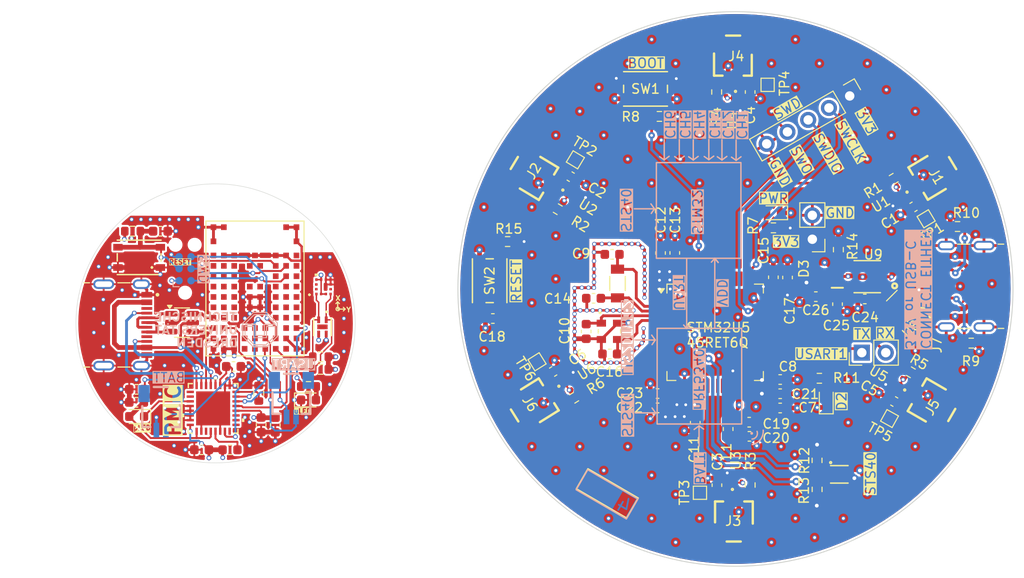
<source format=kicad_pcb>
(kicad_pcb (version 20240108) (generator "pcbnew") (generator_version "8.0")
  (layers (0 "F.Cu" signal) (1 "In1.Cu" power) (2 "In2.Cu" power) (31 "B.Cu" signal) (34 "B.Paste" user) (35 "F.Paste" user) (36 "B.SilkS" user "B.Silkscreen") (37 "F.SilkS" user "F.Silkscreen") (38 "B.Mask" user) (39 "F.Mask" user) (44 "Edge.Cuts" user))
  (net 0 "")
  (footprint "Capacitor_SMD:C_0603_1608Metric" (layer "F.Cu") (at 160.500547 107.737899)
    (property "Reference" "C21")
    (property "Value" "10uF")
  )
  (footprint "Project_Work:X2SON4XP6XP6_NEX" (layer "F.Cu") (at 155.564999 76.748635 -90)
    (property "Reference" "U4")
    (property "Value" "74LVC1G14GX4Z")
  )
  (footprint "Resistor_SMD:R_0603_1608Metric" (layer "F.Cu") (at 138.663049 108.165208 32)
    (property "Reference" "R6")
    (property "Value" "200K")
  )
  (footprint "Inductor_SMD:L_0603_1608Metric" (layer "F.Cu") (at 102.19 113.685 180)
    (property "Reference" "L1" (hide yes))
    (property "Value" "2.2uH 20%")
  )
  (footprint "Resistor_SMD:R_0603_1608Metric" (layer "F.Cu") (at 110.51 106.97 180)
    (property "Reference" "R2" (hide yes))
    (property "Value" "220R")
  )
  (footprint "Capacitor_SMD:C_0603_1608Metric" (layer "F.Cu") (at 160.500547 109.247899)
    (property "Reference" "C7")
    (property "Value" "10uF")
  )
  (footprint "Resistor_SMD:R_0603_1608Metric" (layer "F.Cu") (at 91.86 90.495)
    (property "Reference" "R1" (hide yes))
    (property "Value" "4.7K")
  )
  (footprint "Capacitor_SMD:C_0603_1608Metric" (layer "F.Cu") (at 99.18 113.675 180)
    (property "Reference" "C8" (hide yes))
    (property "Value" "10uF")
  )
  (footprint "Capacitor_SMD:C_0603_1608Metric" (layer "F.Cu") (at 174.63102 87.912554 -149)
    (property "Reference" "C1")
    (property "Value" "50pF")
  )
  (footprint "Resistor_SMD:R_0603_1608Metric" (layer "F.Cu") (at 179.300547 89.997899 180)
    (property "Reference" "R10")
    (property "Value" "5k1")
  )
  (footprint "Project_Work:SM02B-SRSS-TB" (layer "F.Cu") (at 134.56975 108.682129 -58)
    (property "Reference" "J6")
    (property "Value" "SM02B-SRSS-TB")
  )
  (footprint "Resistor_SMD:R_0603_1608Metric" (layer "F.Cu") (at 164.41006 114.80321 -90)
    (property "Reference" "R12")
    (property "Value" "2.2K")
  )
  (footprint "Project_Work:XTAL_ABS07_ABR" (layer "F.Cu") (at 143.260547 96.043899 -90)
    (property "Reference" "X1" (hide yes))
    (property "Value" "ABS07-32.768KHZ-6-T")
  )
  (footprint "Resistor_SMD:R_0603_1608Metric" (layer "F.Cu") (at 164.655547 106.0979 180)
    (property "Reference" "R11")
    (property "Value" "220R")
  )
  (footprint "Project_Work:SM02B-SRSS-TB" (layer "F.Cu") (at 176.537082 84.591962 121)
    (property "Reference" "J1")
    (property "Value" "SM02B-SRSS-TB")
  )
  (footprint "Resistor_SMD:R_0603_1608Metric" (layer "F.Cu") (at 136.925728 88.161311 -31)
    (property "Reference" "R2")
    (property "Value" "200K")
  )
  (footprint "Project_Work:X2SON4XP6XP6_NEX" (layer "F.Cu") (at 138.29367 86.860311 -31)
    (property "Reference" "U2")
    (property "Value" "74LVC1G14GX4Z")
  )
  (footprint "Capacitor_SMD:C_0603_1608Metric" (layer "F.Cu") (at 151.500547 110.812899 -90)
    (property "Reference" "C11")
    (property "Value" "100nF")
  )
  (footprint "Capacitor_SMD:C_0603_1608Metric" (layer "F.Cu") (at 102.56 104.845)
    (property "Reference" "C11" (hide yes))
    (property "Value" "2.2uF")
  )
  (footprint "Package_QFP:LQFP-64_10x10mm_P0.5mm" (layer "F.Cu") (at 153.610547 101.217899)
    (property "Reference" "U7" (hide yes))
    (property "Value" "STM32U545RETxQ")
  )
  (footprint "Resistor_SMD:R_0603_1608Metric" (layer "F.Cu") (at 157.318894 117.4196 90)
    (property "Reference" "R3")
    (property "Value" "200K")
  )
  (footprint "TestPoint:TestPoint_Pad_1.0x1.0mm" (layer "F.Cu") (at 138.795728 82.921311 59)
    (property "Reference" "TP2")
    (property "Value" "DUT6")
  )
  (footprint "Resistor_SMD:R_0603_1608Metric" (layer "F.Cu") (at 172.535078 84.928583 -149)
    (property "Reference" "R1")
    (property "Value" "200K")
  )
  (footprint "Capacitor_SMD:C_0603_1608Metric" (layer "F.Cu") (at 140.720547 97.611899 180)
    (property "Reference" "C14")
    (property "Value" "6pF")
  )
  (footprint "Capacitor_SMD:C_0603_1608Metric" (layer "F.Cu") (at 142.440547 103.517899 180)
    (property "Reference" "C16")
    (property "Value" "10pF")
  )
  (footprint "Capacitor_SMD:C_0603_1608Metric" (layer "F.Cu") (at 106.99 111.055 -90)
    (property "Reference" "C9" (hide yes))
    (property "Value" "100nF")
  )
  (footprint "Project_Work:NPM1300" (layer "F.Cu") (at 100.399999 109.2907 90)
    (property "Reference" "IC1" (hide yes))
    (property "Value" "NPM1300-QEAA-R")
  )
  (footprint "Capacitor_SMD:C_0603_1608Metric" (layer "F.Cu") (at 147.820547 92.807899 90)
    (property "Reference" "C12")
    (property "Value" "100nF")
  )
  (footprint "TestPoint:TestPoint_Pad_1.0x1.0mm" (layer "F.Cu") (at 175.970696 89.17738 -149)
    (property "Reference" "TP1")
    (property "Value" "DUT5")
  )
  (footprint "LED_SMD:LED_0603_1608Metric" (layer "F.Cu") (at 159.800547 88.537899 180)
    (property "Reference" "D1" (hide yes))
    (property "Value" "GREEN")
  )
  (footprint "Connector_PinHeader_2.54mm:PinHeader_1x02_P2.54mm_Vertical" (layer "F.Cu") (at 163.910569 91.347897 180)
    (property "Reference" "J9" (hide yes))
    (property "Value" "Conn_01x02_Pin")
  )
  (footprint "Capacitor_SMD:C_0603_1608Metric" (layer "F.Cu") (at 130.050547 99.757898 180)
    (property "Reference" "C18")
    (property "Value" "100nF")
  )
  (footprint "Resistor_SMD:R_0603_1608Metric" (layer "F.Cu") (at 105.235 107.685002 90)
    (property "Reference" "R6" (hide yes))
    (property "Value" "330K")
  )
  (footprint "Capacitor_SMD:C_0603_1608Metric" (layer "F.Cu") (at 105.49 111.035 -90)
    (property "Reference" "C7" (hide yes))
    (property "Value" "4.7uF")
  )
  (footprint "Inductor_SMD:L_0603_1608Metric" (layer "F.Cu") (at 154.985547 111.477899 90)
    (property "Reference" "L1")
    (property "Value" "2.2uH")
  )
  (footprint "Project_Work:STS40" (layer "F.Cu") (at 111.984951 100.6443 -90)
    (property "Reference" "U4" (hide yes))
    (property "Value" "STS40")
  )
  (footprint "Capacitor_SMD:C_0603_1608Metric" (layer "F.Cu") (at 142.690547 92.951899 180)
    (property "Reference" "C9")
    (property "Value" "6pF")
  )
  (footprint "Resistor_SMD:R_0603_1608Metric" (layer "F.Cu") (at 159.788047 90.137899)
    (property "Reference" "R7")
    (property "Value" "220R")
  )
  (footprint "Resistor_SMD:R_0603_1608Metric" (layer "F.Cu") (at 147.700547 78.317899 180)
    (property "Reference" "R8")
    (property "Value" "10K")
  )
  (footprint "Capacitor_SMD:C_0603_1608Metric" (layer "F.Cu") (at 139.940547 101.127899 -90)
    (property "Reference" "C10")
    (property "Value" "10pF")
  )
  (footprint "Resistor_SMD:R_0603_1608Metric" (layer "F.Cu") (at 111.785 103.82)
    (property "Reference" "R8" (hide yes))
    (property "Value" "4.7K")
  )
  (footprint "Capacitor_SMD:C_0603_1608Metric" (layer "F.Cu") (at 138.297903 84.709392 -31)
    (property "Reference" "C2")
    (property "Value" "50pF")
  )
  (footprint "LED_SMD:LED_0603_1608Metric" (layer "F.Cu") (at 110.510003 108.394999)
    (property "Reference" "D1" (hide yes))
    (property "Value" "RED")
  )
  (footprint "TestPoint:TestPoint_Pad_1.0x1.0mm" (layer "F.Cu") (at 134.730547 104.347899 122)
    (property "Reference" "TP6")
    (property "Value" "DUT2")
  )
  (footprint "Project_Work:ECS-25MHz_XTAL" (layer "F.Cu") (at 142.410547 101.113998)
    (property "Reference" "X2" (hide yes))
    (property "Value" "Crystal_GND24")
  )
  (footprint "Resistor_SMD:R_0603_1608Metric" (layer "F.Cu") (at 131.610547 91.592899 180)
    (property "Reference" "R15")
    (property "Value" "4.7K")
  )
  (footprint "Capacitor_SMD:C_0603_1608Metric" (layer "F.Cu") (at 166.58056 98.232896 -90)
    (property "Reference" "C25")
    (property "Value" "1uF")
  )
  (footprint "Project_Work:TPS7A2033PDBVR" (layer "F.Cu") (at 169.730547 95.317899 180)
    (property "Reference" "U9")
    (property "Value" "TPS7A2033PDBVR")
  )
  (footprint "Capacitor_SMD:C_0603_1608Metric" (layer "F.Cu") (at 92.284998 107.269999 180)
    (property "Reference" "C13" (hide yes))
    (property "Value" "10uF")
  )
  (footprint "Project_Work:SM02B-SRSS-TB" (layer "F.Cu") (at 176.447731 108.668829 60)
    (property "Reference" "J5")
    (property "Value" "SM02B-SRSS-TB")
  )
  (footprint "LED_SMD:LED_0603_1608Metric" (layer "F.Cu") (at 92.294997 110.149999 180)
    (property "Reference" "D3" (hide yes))
    (property "Value" "RED")
  )
  (footprint "Project_Work:SM02B-SRSS-TB" (layer "F.Cu") (at 155.598893 120.814601)
    (property "Reference" "J3")
    (property "Value" "SM02B-SRSS-TB")
  )
  (footprint "Package_TO_SOT_SMD:SOT-23-6" (layer "F.Cu") (at 97.1 100.195)
    (property "Reference" "U6" (hide yes))
    (property "Value" "USBLC6-2SC6")
  )
  (footprint "Project_Work:X2SON4XP6XP6_NEX" (layer "F.Cu") (at 172.860827 106.621689 150)
    (property "Reference" "U5")
    (property "Value" "74LVC1G14GX4Z")
  )
  (footprint "Capacitor_SMD:C_0603_1608Metric" (layer "F.Cu") (at 161.280547 95.407899 90)
    (property "Reference" "C17")
    (property "Value" "100nF")
  )
  (footprint "Project_Work:SW4_PTS815 SJM 250 SMTR LFS_CNK" (layer "F.Cu") (at 146.230547 75.397899)
    (property "Reference" "SW1")
    (property "Value" "SW_MEC_5E")
  )
  (footprint "Capacitor_SMD:C_0603_1608Metric" (layer "F.Cu") (at 160.500547 106.227899)
    (property "Reference" "C8")
    (property "Value" "100nF")
  )
  (footprint "TestPoint:TestPoint_Pad_1.0x1.0mm" (layer "F.Cu") (at 172.092359 110.369094 61)
    (property "Reference" "TP5")
    (property "Value" "DUT1")
  )
  (footprint "Capacitor_SMD:C_0603_1608Metric" (layer "F.Cu") (at 159.780547 95.3829 90)
    (property "Reference" "C15")
    (property "Value" "100nF")
  )
  (footprint "Capacitor_SMD:C_0603_1608Metric" (layer "F.Cu") (at 157.320548 75.727899 -90)
    (property "Reference" "C4")
    (property "Value" "50pF")
  )
  (footprint "Project_Work:X2SON4XP6XP6_NEX" (layer "F.Cu") (at 172.914694 86.734496 -149)
    (property "Reference" "U1")
    (property "Value" "74LVC1G14GX4Z")
  )
  (footprint "TestPoint:TestPoint_Pad_1.0x1.0mm" (layer "F.Cu") (at 151.998894 118.2396)
    (property "Reference" "TP3")
    (property "Value" "DUT3")
  )
  (footprint "Project_Work:LIS2DTW12_STM" (layer "F.Cu") (at 112.0969 96.395 90)
    (property "Reference" "U2" (hide yes))
    (property "Value" "LIS2DTW12")
  )
  (footprint "Project_Work:SW4_PTS815 SJM 250 SMTR LFS_CNK" (layer "F.Cu") (at 129.710547 95.747899 90)
    (property "Reference" "SW2")
    (property "Value" "SW_MEC_5E")
  )
  (footprint "Project_Work:SM02B-SRSS-TB" (layer "F.Cu") (at 134.535301 84.612691 -121)
    (property "Reference" "J2")
    (property "Value" "SM02B-SRSS-TB")
  )
  (footprint "Resistor_SMD:R_0603_1608Metric" (layer "F.Cu") (at 153.770548 75.727899 -90)
    (property "Reference" "R4")
    (property "Value" "200K")
  )
  (footprint "Package_TO_SOT_SMD:SOT-23-6" (layer "F.Cu") (at 173.440547 98.427899 -135)
    (property "Reference" "U8")
    (property "Value" "USBLC6-2SC6")
  )
  (footprint "Capacitor_SMD:C_0603_1608Metric" (layer "F.Cu") (at 147.510547 107.717899 180)
    (property "Reference" "C23")
    (property "Value" "10uF")
  )
  (footprint "Project_Work:SOT65P210X110-6N" (layer "F.Cu") (at 165.605544 95.292883 180)
    (property "Reference" "D3")
    (property "Value" "NID5100GW-Q100H" (hide yes))
  )
  (footprint "TestPoint:TestPoint_Pad_1.0x1.0mm" (layer "F.Cu") (at 159.170547 74.967899 90)
    (property "Reference" "TP4")
    (property "Value" "DUT4")
  )
  (footprint "Resistor_SMD:R_0603_1608Metric" (layer "F.Cu") (at 166.670547 92.452899 90)
    (property "Reference" "R14")
    (property "Value" "10K")
  )
  (footprint "Connector_PinHeader_2.54mm:PinHeader_1x02_P2.54mm_Vertical" (layer "F.Cu") (at 169.153046 103.377889 90)
    (property "Reference" "J10" (hide yes))
    (property "Value" "Conn_01x02_Pin")
  )
  (footprint "Project_Work:X2SON4XP6XP6_NEX" (layer "F.Cu") (at 155.638895 116.799599 90)
    (property "Reference" "U3")
    (property "Value" "74LVC1G14GX4Z")
  )
  (footprint "Project_Work:SAMESKY_UJ20-C-H-G-SMT-P16-TR-USBC-FEMALE" (layer "F.Cu") (at 88.7975 100.43575 -90)
    (property "Reference" "J9" (hide yes))
    (property "Value" "UJ20-C-H-G-SMT-P16-TR")
  )
  (footprint "Capacitor_SMD:C_0603_1608Metric" (layer "F.Cu") (at 136.439657 105.380486 32)
    (property "Reference" "C6")
    (property "Value" "50pF")
  )
  (footprint "Connector_PinHeader_2.54mm:PinHeader_1x05_P2.54mm_Vertical" (layer "F.Cu") (at 167.869661 76.147899 -60)
    (property "Reference" "J8" (hide yes))
    (property "Value" "Conn_01x05_Pin")
  )
  (footprint "Capacitor_SMD:C_0603_1608Metric" (layer "F.Cu") (at 169.470547 97.677899 180)
    (property "Reference" "C24")
    (property "Value" "1uF")
  )
  (footprint "Project_Work:NORA-B106-00B" (layer "F.Cu") (at 104.835004 97.47 90)
    (property "Reference" "U1" (hide yes))
    (property "Value" "NORA-B106-00B")
  )
  (footprint "Capacitor_SMD:C_0603_1608Metric" (layer "F.Cu") (at 157.240547 112.257899)
    (property "Reference" "C20")
    (property "Value" "2.2uF")
  )
  (footprint "Capacitor_SMD:C_0603_1608Metric" (layer "F.Cu") (at 157.215547 110.757899)
    (property "Reference" "C19")
    (property "Value" "2.2uF")
  )
  (footprint "LED_SMD:LED_0603_1608Metric" (layer "F.Cu") (at 165.385547 108.380399 90)
    (property "Reference" "D2")
    (property "Value" "RED")
  )
  (footprint "Resistor_SMD:R_0603_1608Metric" (layer "F.Cu") (at 180.750547 102.367899)
    (property "Reference" "R9")
    (property "Value" "5k1")
  )
  (footprint "Capacitor_SMD:C_0603_1608Metric" (layer "F.Cu") (at 147.510549 109.237898 180)
    (property "Reference" "C22")
    (property "Value" "100nF")
  )
  (footprint "Capacitor_SMD:C_0603_1608Metric" (layer "F.Cu") (at 164.280547 97.437899 180)
    (property "Reference" "C26")
    (property "Value" "10uF")
  )
  (footprint "Capacitor_SMD:C_0603_1608Metric" (layer "F.Cu") (at 94.81 90.495)
    (property "Reference" "C1" (hide yes))
    (property "Value" "100nF")
  )
  (footprint "Project_Work:STS40" (layer "F.Cu") (at 166.770547 116.287899)
    (property "Reference" "U10" (hide yes))
    (property "Value" "STS40-CD1B-R3")
  )
  (footprint "Capacitor_SMD:C_0603_1608Metric" (layer "F.Cu") (at 149.330547 92.797899 90)
    (property "Reference" "C13")
    (property "Value" "100nF")
  )
  (footprint "Capacitor_SMD:C_0603_1608Metric" (layer "F.Cu") (at 153.798895 117.434604 90)
    (property "Reference" "C3")
    (property "Value" "50pF")
  )
  (footprint "Project_Work:SM02B-SRSS-TB" (layer "F.Cu") (at 155.490548 72.342899 180)
    (property "Reference" "J4")
    (property "Value" "SM02B-SRSS-TB")
  )
  (footprint "Capacitor_SMD:C_0603_1608Metric" (layer "F.Cu") (at 92.285 108.645 180)
    (property "Reference" "C14" (hide yes))
    (property "Value" "10uF")
  )
  (footprint "Project_Work:SAMESKY_UJ20-C-H-G-SMT-P16-TR-USBC-FEMALE" (layer "F.Cu") (at 182.100547 96.337899 90)
    (property "Reference" "J7")
    (property "Value" "UJ20-C-H-G-SMT-P16-TR")
  )
  (footprint "Resistor_SMD:R_0603_1608Metric" (layer "F.Cu") (at 164.416206 117.88321 90)
    (property "Reference" "R13")
    (property "Value" "2.2K")
  )
  (footprint "Capacitor_SMD:C_0603_1608Metric" (layer "F.Cu") (at 172.592 108.562473 150)
    (property "Reference" "C5")
    (property "Value" "50pF")
  )
  (footprint "Project_Work:X2SON4XP6XP6_NEX" (layer "F.Cu") (at 138.071593 106.533288 32)
    (property "Reference" "U6")
    (property "Value" "74LVC1G14GX4Z")
  )
  (footprint "Project_Work:SW4_PTS815 SJM 250 SMTR LFS_CNK" (layer "F.Cu") (at 92.56 93.27 180)
    (property "Reference" "SW1" (hide yes))
    (property "Value" "SW_MEC_5E")
  )
  (footprint "Resistor_SMD:R_0603_1608Metric" (layer "F.Cu") (at 174.353168 105.459981 150)
    (property "Reference" "R5")
    (property "Value" "200K")
  )
  (footprint "Resistor_SMD:R_0603_1608Metric" (layer "F.Cu") (at 111.785 105.145)
    (property "Reference" "R9" (hide yes))
    (property "Value" "4.7K")
  )
  (footprint "Connector:Tag-Connect_TC2030-IDC-NL_2x03_P1.27mm_Vertical" (layer "B.Cu") (at 97.425 94.475002 90)
    (property "Reference" "J2" (hide yes))
    (property "Value" "SWD_TagConnect")
  )
  (footprint "Project_Work:SM02B-SRSS-TB" (layer "B.Cu") (at 108.685 108.22)
    (property "Reference" "J8" (hide yes))
    (property "Value" "SM02B-SRSS-TB")
  )
  (footprint "LOGO" (layer "B.Cu") (at 100.73 100.935 180)
    (property "Reference" "g" (hide yes))
    (property "Value" "LOGO" (hide yes))
  )
  (footprint "Project_Work:SM02B-SRSS-TB" (layer "B.Cu") (at 94.885 109.62)
    (property "Reference" "J4" (hide yes))
    (property "Value" "SM02B-SRSS-TB")
  )
  (gr_arc (start 157.484861 111.94003) (mid 157.484861 111.94003) (end 157.484861 111.94003) (stroke (width 0.15)) (layer "B.SilkS"))
  (gr_line (start 153.930545 93.807896) (end 153.570547 93.3779) (stroke (width 0.15)) (layer "B.SilkS"))
  (gr_poly (pts (xy 156.340547 83.217895) (xy 156.340548 93.367897) (xy 147.380546 93.367898) (xy 147.380545 83.217898)) (stroke (width 0.15)) (fill none) (layer "B.SilkS"))
  (gr_line (start 154.330545 82.937899) (end 153.840546 82.597898) (stroke (width 0.15)) (layer "B.SilkS"))
  (gr_line (start 153.570547 93.3779) (end 153.570543 100.787898) (stroke (width 0.15)) (layer "B.SilkS"))
  (gr_line (start 151.810546 82.557898) (end 151.290545 82.937897) (stroke (width 0.15)) (layer "B.SilkS"))
  (gr_line (start 156.350544 82.5979) (end 155.830546 82.977898) (stroke (width 0.15)) (layer "B.SilkS"))
  (gr_line (start 147.260548 102.037898) (end 146.920543 102.527896) (stroke (width 0.15)) (layer "B.SilkS"))
  (gr_line (start 148.210544 80.787895) (end 148.210544 82.927896) (stroke (width 0.15)) (layer "B.SilkS"))
  (gr_line (start 151.900549 113.287899) (end 151.900547 111.147895) (stroke (width 0.15)) (layer "B.SilkS"))
  (gr_line (start 150.590548 93.417899) (end 150.590546 100.807898) (stroke (width 0.15)) (layer "B.SilkS"))
  (gr_line (start 153.570547 93.3779) (end 153.210545 93.777898) (stroke (width 0.15)) (layer "B.SilkS"))
  (gr_line (start 151.290545 82.937897) (end 150.800546 82.597898) (stroke (width 0.15)) (layer "B.SilkS"))
  (gr_line (start 147.180545 88.1179) (end 146.840545 88.607897) (stroke (width 0.15)) (layer "B.SilkS"))
  (gr_line (start 145.160546 109.767898) (end 147.300545 109.767898) (stroke (width 0.15)) (layer "B.SilkS"))
  (gr_poly (pts (xy 144.200547 121.017899) (xy 138.877651 117.917899) (xy 140.102653 115.796137) (xy 145.425546 118.896136)) (stroke (width 0.15)) (fill none) (layer "B.SilkS"))
  (gr_line (start 152.940546 80.767901) (end 152.940546 82.907898) (stroke (width 0.15)) (layer "B.SilkS"))
  (gr_line (start 148.210544 82.927896) (end 147.720544 82.587898) (stroke (width 0.15)) (layer "B.SilkS"))
  (gr_arc (start 158.050544 111.727897) (mid 157.989972 112.271434) (end 157.51549 112.543406) (stroke (width 0.15)) (layer "B.SilkS"))
  (gr_line (start 150.590546 100.807898) (end 150.270545 100.447898) (stroke (width 0.15)) (layer "B.SilkS"))
  (gr_line (start 148.730548 82.5479) (end 148.210544 82.927896) (stroke (width 0.15)) (layer "B.SilkS"))
  (gr_line (start 150.590546 100.807898) (end 150.950548 100.377896) (stroke (width 0.15)) (layer "B.SilkS"))
  (gr_line (start 145.120545 102.037897) (end 147.260548 102.037898) (stroke (width 0.15)) (layer "B.SilkS"))
  (gr_line (start 155.830546 82.977898) (end 155.340549 82.637898) (stroke (width 0.15)) (layer "B.SilkS"))
  (gr_line (start 152.940546 82.907898) (end 152.450548 82.567897) (stroke (width 0.15)) (layer "B.SilkS"))
  (gr_line (start 149.810546 82.917898) (end 149.320545 82.577896) (stroke (width 0.15)) (layer "B.SilkS"))
  (gr_line (start 151.380543 111.527897) (end 151.900547 111.147895) (stroke (width 0.15)) (layer "B.SilkS"))
  (gr_line (start 151.290546 80.797898) (end 151.290545 82.937897) (stroke (width 0.15)) (layer "B.SilkS"))
  (gr_line (start 149.810544 80.7779) (end 149.810546 82.917898) (stroke (width 0.15)) (layer "B.SilkS"))
  (gr_line (start 150.330549 82.537898) (end 149.810546 82.917898) (stroke (width 0.15)) (layer "B.SilkS"))
  (gr_line (start 146.800545 87.597893) (end 147.180545 88.1179) (stroke (width 0.15)) (layer "B.SilkS"))
  (gr_arc (start 158.701083 111.600618) (mid 158.415945 112.587824) (end 157.545461 113.133845) (stroke (width 0.15)) (layer "B.SilkS"))
  (gr_line (start 155.830543 80.837897) (end 155.830546 82.977898) (stroke (width 0.15)) (layer "B.SilkS"))
  (gr_line (start 154.850546 82.557898) (end 154.330545 82.937899) (stroke (width 0.15)) (layer "B.SilkS"))
  (gr_line (start 151.900547 111.147895) (end 152.390547 111.487899) (stroke (width 0.15)) (layer "B.SilkS"))
  (gr_line (start 154.330548 80.797899) (end 154.330545 82.937899) (stroke (width 0.15)) (layer "B.SilkS"))
  (gr_line (start 146.920546 109.247897) (end 147.300545 109.767898) (stroke (width 0.15)) (layer "B.SilkS"))
  (gr_line (start 147.300545 109.767898) (end 146.960547 110.2579) (stroke (width 0.15)) (layer "B.SilkS"))
  (gr_poly (pts (xy 156.420546 100.797898) (xy 156.420546 110.947898) (xy 147.460546 110.947899) (xy 147.460546 100.797897)) (stroke (width 0.15)) (fill none) (layer "B.SilkS"))
  (gr_line (start 146.880546 101.517896) (end 147.260548 102.037898) (stroke (width 0.15)) (layer "B.SilkS"))
  (gr_line (start 153.460545 82.527897) (end 152.940546 82.907898) (stroke (width 0.15)) (layer "B.SilkS"))
  (gr_line (start 145.040547 88.117898) (end 147.180545 88.1179) (stroke (width 0.15)) (layer "B.SilkS"))
  (gr_line (start 153.570547 93.3779) (end 153.930545 93.807896) (stroke (width 0.15)) (layer "B.SilkS"))
  (gr_circle (center 113.61 98.745) (end 113.785 98.795) (stroke (width 0.12)) (fill none) (layer "F.SilkS"))
  (gr_poly (pts (xy 144.220547 120.917899) (xy 138.897651 117.817899) (xy 140.122653 115.696137) (xy 145.445546 118.796136)) (stroke (width 0.15)) (fill none) (layer "F.SilkS"))
  (gr_circle (center 100.657502 100.272499) (end 115.457502 100.272499) (stroke (width 0.05)) (fill none) (layer "Edge.Cuts"))
  (gr_circle (center 155.760547 96.621707) (end 171.580547 121.421707) (stroke (width 0.1)) (fill none) (layer "Edge.Cuts"))
  (gr_text "1" (at 139.070547 117.607899 -30) (layer "F.Cu") (effects (font (size 1.5 1.5) (thickness 0.1875)) (justify left bottom)))
  (gr_text "4" (at 144.210547 120.787899 330) (layer "B.Cu") (effects (font (size 1.5 1.5) (thickness 0.1875)) (justify left bottom mirror)))
  (gr_text "CH5\n" (at 149.810544 80.7779 -90) (layer "B.SilkS" knockout) (effects (font (size 1 1)) (justify left bottom mirror)))
  (gr_text "nRF5340" (at 151.270547 109.587901 -90) (layer "B.SilkS" knockout) (effects (font (size 1 1)) (justify left bottom mirror)))
  (gr_text "LIS2DTW12" (at 143.670546 105.907898 -90) (layer "B.SilkS" knockout) (effects (font (size 1 1)) (justify left bottom mirror)))
  (gr_text "SWD" (at 100.01 92.895 90) (layer "B.SilkS" knockout) (effects (font (size 1 1) (thickness 0.1)) (justify left bottom mirror)))
  (gr_text "UART" (at 149.160544 98.997896 -90) (layer "B.SilkS" knockout) (effects (font (size 1 1)) (justify left bottom mirror)))
  (gr_text "STM32" (at 151.100549 90.907897 -90) (layer "B.SilkS" knockout) (effects (font (size 1 1)) (justify left bottom mirror)))
  (gr_text "BATT" (at 151.370546 117.5079 -90) (layer "B.SilkS" knockout) (effects (font (size 1 1)) (justify left bottom mirror)))
  (gr_text "CH6\n" (at 148.210544 80.787895 -90) (layer "B.SilkS" knockout) (effects (font (size 1 1)) (justify left bottom mirror)))
  (gr_text "CH2\n" (at 154.330548 80.797899 -90) (layer "B.SilkS" knockout) (effects (font (size 1 1)) (justify left bottom mirror)))
  (gr_text "STS40" (at 143.550546 90.647898 -90) (layer "B.SilkS" knockout) (effects (font (size 1 1)) (justify left bottom mirror)))
  (gr_text "VDD" (at 153.740546 98.527898 -90) (layer "B.SilkS" knockout) (effects (font (size 1 1)) (justify left bottom mirror)))
  (gr_text "USART" (at 111.36 105.245 0) (layer "B.SilkS" knockout) (effects (font (size 1 1) (thickness 0.1)) (justify left bottom mirror)))
  (gr_text "CONNECT EITHER\n3.3V or USB-C" (at 173.710547 103.092899 -90) (layer "B.SilkS" knockout) (effects (font (size 1 1)) (justify left bottom mirror)))
  (gr_text "STS40" (at 143.670547 112.397896 -90) (layer "B.SilkS" knockout) (effects (font (size 1 1)) (justify left bottom mirror)))
  (gr_text "CH1" (at 155.830543 80.837897 -90) (layer "B.SilkS" knockout) (effects (font (size 1 1)) (justify left bottom mirror)))
  (gr_text "CH4\n" (at 151.290546 80.797898 -90) (layer "B.SilkS" knockout) (effects (font (size 1 1)) (justify left bottom mirror)))
  (gr_text "BATT" (at 97.51 106.62 0) (layer "B.SilkS" knockout) (effects (font (size 1 1) (thickness 0.125)) (justify left bottom mirror)))
  (gr_text "CH3\n" (at 152.940546 80.767901 -90) (layer "B.SilkS" knockout) (effects (font (size 1 1)) (justify left bottom mirror)))
  (gr_text "SWDIO" (at 163.830547 80.437899 -60) (layer "F.SilkS" knockout) (effects (font (size 1 1)) (justify left bottom)))
  (gr_text "RESET" (at 95.66 94.065 0) (layer "F.SilkS" knockout) (effects (font (size 0.5 0.5) (thickness 0.125)) (justify left bottom)))
  (gr_text "SWO" (at 161.410547 81.817899 -60) (layer "F.SilkS" knockout) (effects (font (size 1 1)) (justify left bottom)))
  (gr_text "PWR" (at 158.110547 87.607899 0) (layer "F.SilkS" knockout) (effects (font (size 1 1)) (justify left bottom)))
  (gr_text "SWCLK" (at 166.210547 79.067899 -60) (layer "F.SilkS" knockout) (effects (font (size 1 1)) (justify left bottom)))
  (gr_text "BOOT" (at 144.240547 73.257899 0) (layer "F.SilkS" knockout) (effects (font (size 1 1)) (justify left bottom)))
  (gr_text "pLED" (at 91.88 111.645 0) (layer "F.SilkS" knockout) (effects (font (size 0.5 0.5) (thickness 0.125) (bold yes)) (justify left bottom)))
  (gr_text "GND" (at 159.150547 83.157899 -60) (layer "F.SilkS" knockout) (effects (font (size 1 1)) (justify left bottom)))
  (gr_text "GND" (at 165.220547 89.147899 0) (layer "F.SilkS" knockout) (effects (font (size 1 1)) (justify left bottom)))
  (gr_text "SWD " (at 160.140547 78.817899 30) (layer "F.SilkS" knockout) (effects (font (size 1 1)) (justify left bottom)))
  (gr_text "3V3" (at 159.660547 92.207899 0) (layer "F.SilkS" knockout) (effects (font (size 1 1)) (justify left bottom)))
  (gr_text "PMIC" (at 97.06 112.445 90) (layer "F.SilkS" knockout) (effects (font (size 1.5 1.5) (thickness 0.3) (bold yes)) (justify left bottom)))
  (gr_text "→" (at 114.11 99.07 90) (layer "F.SilkS") (effects (font (size 1 1) (thickness 0.125)) (justify left bottom)))
  (gr_text "STM32U5\n45RET6Q" (at 150.470547 102.907899 0) (layer "F.SilkS") (effects (font (size 1 1)) (justify left bottom)))
  (gr_text "uLED" (at 108.9 109.885 0) (layer "F.SilkS" knockout) (effects (font (size 0.5 0.5) (thickness 0.125) (bold yes)) (justify left bottom)))
  (gr_text "USART1" (at 161.950547 104.117899 0) (layer "F.SilkS" knockout) (effects (font (size 1 1)) (justify left bottom)))
  (gr_text "STS40" (at 170.680547 118.597899 90) (layer "F.SilkS" knockout) (effects (font (size 1 1)) (justify left bottom)))
  (gr_text "3V3" (at 168.380547 77.877899 -60) (layer "F.SilkS" knockout) (effects (font (size 1 1)) (justify left bottom)))
  (gr_text "RESET" (at 133.120547 98.187899 90) (layer "F.SilkS" knockout) (effects (font (size 1 1)) (justify left bottom)))
  (gr_text "RX" (at 170.510547 101.917899 0) (layer "F.SilkS" knockout) (effects (font (size 1 1)) (justify left bottom)))
  (gr_text "→" (at 113.310001 99.27 0) (layer "F.SilkS") (effects (font (size 1 1) (thickness 0.125)) (justify left bottom)))
  (gr_text "TX" (at 168.240547 101.987899 0) (layer "F.SilkS" knockout) (effects (font (size 1 1)) (justify left bottom)))
  (gr_text "Y" (at 114.46 99.12 0) (layer "F.SilkS") (effects (font (size 0.5 0.5) (thickness 0.125)) (justify left bottom)))
  (gr_text "X\n" (at 113.31 97.895 0) (layer "F.SilkS") (effects (font (size 0.5 0.5) (thickness 0.125)) (justify left bottom)))
  (segment (start 180.010547 100.837899) (end 180.010547 102.282929) (width 0.3) (layer "F.Cu") (net 0))
  (segment (start 173.990728 107.827642) (end 174.487299 108.11433) (width 0.2) (layer "F.Cu") (net 0))
  (segment (start 173.768734 86.340507) (end 173.735276 86.474759) (width 0.2) (layer "F.Cu") (net 0))
  (segment (start 92.685 90.495) (end 92.685 92.145001) (width 0.5) (layer "F.Cu") (net 0))
  (segment (start 154.990548 72.957899) (end 154.990544 74.177889) (width 0.5) (layer "F.Cu") (net 0))
  (segment (start 102.95 112.835) (end 102.977502 112.862502) (width 0.2) (layer "F.Cu") (net 0))
  (segment (start 111.335 108.357505) (end 111.297505 108.395) (width 0.5) (layer "F.Cu") (net 0))
  (segment (start 160.380547 79.067899) (end 161.270547 79.957899) (width 0.284) (layer "F.Cu") (net 0))
  (segment (start 98.63 105.055) (end 98.66 105.025) (width 0.2) (layer "F.Cu") (net 0))
  (segment (start 180.060547 90.062901) (end 180.125551 89.997897) (width 0.3) (layer "F.Cu") (net 0))
  (segment (start 92.050751 99.185751) (end 92.04 99.175) (width 0.2) (layer "F.Cu") (net 0))
  (segment (start 101.535004 103.694996) (end 101.535 103.695) (width 0.5) (layer "F.Cu") (net 0))
  (segment (start 105.3357 109.5407) (end 105.49 109.695) (width 0.2) (layer "F.Cu") (net 0))
  (segment (start 143.480547 98.892899) (end 144.945547 98.892899) (width 0.3) (layer "F.Cu") (net 0))
  (segment (start 102.635002 101.870002) (end 102.635004 101.87) (width 0.3) (layer "F.Cu") (net 0))
  (segment (start 162.620547 102.117899) (end 170.433068 102.117899) (width 0.284) (layer "F.Cu") (net 0))
  (segment (start 164.640307 101.259899) (end 170.557393 101.259899) (width 0.284) (layer "F.Cu") (net 0))
  (segment (start 144.945547 98.892899) (end 144.945547 98.942899) (width 0.3) (layer "F.Cu") (net 0))
  (segment (start 174.443864 106.039602) (end 173.780416 107.18873) (width 0.2) (layer "F.Cu") (net 0))
  (segment (start 111.585 102.045) (end 111.584902 102.044902) (width 0.2) (layer "F.Cu") (net 0))
  (segment (start 107.590005 94.715) (end 108.135005 94.17) (width 0.2) (layer "F.Cu") (net 0))
  (segment (start 157.710547 97.577899) (end 158.100547 97.967899) (width 0.3) (layer "F.Cu") (net 0))
  (segment (start 146.120547 92.447899) (end 145.905547 92.232899) (width 0.3) (layer "F.Cu") (net 0))
  (segment (start 165.350846 115.887849) (end 165.091208 115.628209) (width 0.284) (layer "F.Cu") (net 0))
  (segment (start 147.864547 114.861899) (end 144.630547 111.627899) (width 0.284) (layer "F.Cu") (net 0))
  (segment (start 142.690429 107.728017) (end 139.362676 107.728017) (width 0.284) (layer "F.Cu") (net 0))
  (segment (start 93.372499 99.68575) (end 94.50925 99.68575) (width 0.3) (layer "F.Cu") (net 0))
  (segment (start 137.446883 85.778829) (end 137.486611 85.938165) (width 0.2) (layer "F.Cu") (net 0))
  (segment (start 163.680547 105.9479) (end 163.830547 106.0979) (width 0.284) (layer "F.Cu") (net 0))
  (segment (start 176.055445 88.778479) (end 175.938271 89.248493) (width 0.2) (layer "F.Cu") (net 0))
  (segment (start 112.61 103.82) (end 113.395 103.82) (width 0.5) (layer "F.Cu") (net 0))
  (segment (start 148.525547 78.317899) (end 149.600547 78.317899) (width 0.5) (layer "F.Cu") (net 0))
  (segment (start 112.385002 102.035) (end 112.385002 101.393603) (width 0.2) (layer "F.Cu") (net 0))
  (segment (start 94.95 99.245) (end 95.86 99.245) (width 0.3) (layer "F.Cu") (net 0))
  (segment (start 144.399448 100.248998) (end 144.420547 100.227899) (width 0.5) (layer "F.Cu") (net 0))
  (segment (start 109.235004 91.57) (end 109.785004 92.12) (width 0.25) (layer "F.Cu") (net 0))
  (segment (start 146.150547 96.227899) (end 146.130547 96.207899) (width 0.3) (layer "F.Cu") (net 0))
  (segment (start 146.130547 96.207899) (end 146.130547 95.577899) (width 0.3) (layer "F.Cu") (net 0))
  (segment (start 177.525547 96.087899) (end 177.530547 96.092899) (width 0.25) (layer "F.Cu") (net 0))
  (segment (start 180.770547 94.737899) (end 180.770547 98.027899) (width 0.5) (layer "F.Cu") (net 0))
  (segment (start 109.685 106.445) (end 109.285 106.045) (width 0.2) (layer "F.Cu") (net 0))
  (segment (start 145.320547 101.287899) (end 144.629448 101.978998) (width 0.3) (layer "F.Cu") (net 0))
  (segment (start 112.846901 95.131901) (end 112.835 95.12) (width 0.2) (layer "F.Cu") (net 0))
  (segment (start 141.890547 104.457899) (end 141.890547 103.7429) (width 0.3) (layer "F.Cu") (net 0))
  (segment (start 169.240549 95.347901) (end 170.761515 95.347901) (width 0.3) (layer "F.Cu") (net 0))
  (segment (start 159.285547 99.967899) (end 160.470547 99.967899) (width 0.284) (layer "F.Cu") (net 0))
  (segment (start 106.11 99.72) (end 107.035004 100.645004) (width 0.2) (layer "F.Cu") (net 0))
  (segment (start 138.772164 98.892899) (end 138.707164 98.957899) (width 0.25) (layer "F.Cu") (net 0))
  (segment (start 150.360547 95.542899) (end 150.360547 96.767899) (width 0.3) (layer "F.Cu") (net 0))
  (segment (start 99.965002 113.685001) (end 99.955001 113.675) (width 0.5) (layer "F.Cu") (net 0))
  (segment (start 174.910547 93.817899) (end 172.910547 93.817899) (width 0.25) (layer "F.Cu") (net 0))
  (segment (start 110.75 93.235) (end 110.76 93.245) (width 0.3) (layer "F.Cu") (net 0))
  (segment (start 94.810001 94.344999) (end 94.810001 95.064999) (width 0.3) (layer "F.Cu") (net 0))
  (segment (start 171.712785 100.497899) (end 172.714065 100.497899) (width 0.284) (layer "F.Cu") (net 0))
  (segment (start 90.419247 103.635753) (end 90.41 103.645) (width 0.3) (layer "F.Cu") (net 0))
  (segment (start 107.035004 100.645004) (end 107.035004 101.87) (width 0.2) (layer "F.Cu") (net 0))
  (segment (start 156.160547 108.927899) (end 156.160547 108.287899) (width 0.3) (layer "F.Cu") (net 0))
  (segment (start 101.15 106.865001) (end 101.15 106.225) (width 0.2) (layer "F.Cu") (net 0))
  (segment (start 93.372499 99.185751) (end 92.050751 99.185751) (width 0.2) (layer "F.Cu") (net 0))
  (segment (start 155.990548 74.317902) (end 155.990548 75.366801) (width 0.2) (layer "F.Cu") (net 0))
  (segment (start 166.555543 95.942842) (end 168.255008 95.942842) (width 0.3) (layer "F.Cu") (net 0))
  (segment (start 138.707164 98.541282) (end 138.707164 98.638484) (width 0.25) (layer "F.Cu") (net 0))
  (segment (start 141.691546 92.727899) (end 141.915546 92.951899) (width 0.3) (layer "F.Cu") (net 0))
  (segment (start 112.846901 95.633) (end 112.846901 95.131901) (width 0.2) (layer "F.Cu") (net 0))
  (segment (start 138.707164 97.882902) (end 138.707164 97.257899) (width 0.3) (layer "F.Cu") (net 0))
  (segment (start 151.804547 114.861899) (end 147.864547 114.861899) (width 0.284) (layer "F.Cu") (net 0))
  (segment (start 99.649998 106.865) (end 99.649998 102.205002) (width 0.2) (layer "F.Cu") (net 0))
  (segment (start 173.780416 107.18873) (end 173.826716 107.21546) (width 0.2) (layer "F.Cu") (net 0))
  (segment (start 168.366206 116.69321) (end 168.360944 116.687948) (width 0.3) (layer "F.Cu") (net 0))
  (segment (start 90.38075 102.83575) (end 93.3725 102.83575) (width 0.5) (layer "F.Cu") (net 0))
  (segment (start 105.385004 98.57) (end 104.285004 98.57) (width 0.3) (layer "F.Cu") (net 0))
  (segment (start 91.509997 107.270002) (end 91.509996 108.644999) (width 0.5) (layer "F.Cu") (net 0))
  (segment (start 180.080547 98.717899) (end 177.545547 98.717899) (width 0.5) (layer "F.Cu") (net 0))
  (segment (start 148.813667 103.467899) (end 149.200547 103.854779) (width 0.3) (layer "F.Cu") (net 0))
  (segment (start 160.810547 102.967899) (end 161.980547 104.137899) (width 0.284) (layer "F.Cu") (net 0))
  (segment (start 156.465547 112.257899) (end 154.993047 112.257899) (width 0.5) (layer "F.Cu") (net 0))
  (segment (start 145.320547 100.487899) (end 145.320547 101.287899) (width 0.3) (layer "F.Cu") (net 0))
  (segment (start 141.600547 91.837899) (end 142.390547 91.837899) (width 0.3) (layer "F.Cu") (net 0))
  (segment (start 93.16 107.169998) (end 93.059999 107.269999) (width 0.2) (layer "F.Cu") (net 0))
  (segment (start 175.938271 89.248493) (end 176.013126 88.924199) (width 0.2) (layer "F.Cu") (net 0))
  (segment (start 91.507495 110.167495) (end 93.775 112.435) (width 0.2) (layer "F.Cu") (net 0))
  (segment (start 141.546947 101.978998) (end 141.546947 101.976198) (width 0.3) (layer "F.Cu") (net 0))
  (segment (start 92.685 90.495) (end 94.034999 90.495) (width 0.5) (layer "F.Cu") (net 0))
  (segment (start 173.263171 108.949967) (end 172.513172 110.249007) (width 0.2) (layer "F.Cu") (net 0))
  (segment (start 104.215701 108.040701) (end 102.825699 108.040701) (width 0.2) (layer "F.Cu") (net 0))
  (segment (start 146.740547 100.784779) (end 146.740547 102.647899) (width 0.3) (layer "F.Cu") (net 0))
  (segment (start 92.56925 99.68575) (end 92.41 99.845) (width 0.3) (layer "F.Cu") (net 0))
  (segment (start 141.546946 99.684298) (end 141.546946 100.248998) (width 0.3) (layer "F.Cu") (net 0))
  (segment (start 100.149996 106.865001) (end 100.149996 105.445004) (width 0.2) (layer "F.Cu") (net 0))
  (segment (start 151.3632 102.460552) (end 151.3632 102.459899) (width 0.284) (layer "F.Cu") (net 0))
  (segment (start 105.49 111.810001) (end 105.49 112.775) (width 0.3) (layer "F.Cu") (net 0))
  (segment (start 175.030547 93.937899) (end 174.910547 93.817899) (width 0.25) (layer "F.Cu") (net 0))
  (segment (start 130.790547 98.027899) (end 130.810547 98.007899) (width 0.3) (layer "F.Cu") (net 0))
  (segment (start 175.251132 87.704725) (end 175.295327 87.513436) (width 0.2) (layer "F.Cu") (net 0))
  (segment (start 174.619727 86.327369) (end 175.101663 86.037748) (width 0.2) (layer "F.Cu") (net 0))
  (segment (start 154.360547 95.542899) (end 154.360547 94.676093) (width 0.284) (layer "F.Cu") (net 0))
  (segment (start 154.993047 112.257899) (end 154.985547 112.265399) (width 0.5) (layer "F.Cu") (net 0))
  (segment (start 178.730547 94.587899) (end 179.070547 94.927899) (width 0.3) (layer "F.Cu") (net 0))
  (segment (start 176.650547 98.737899) (end 177.525547 98.737899) (width 0.2) (layer "F.Cu") (net 0))
  (segment (start 100.435004 103.794996) (end 100.435 103.795) (width 0.3) (layer "F.Cu") (net 0))
  (segment (start 172.636216 99.232225) (end 172.636216 99.21223) (width 0.2) (layer "F.Cu") (net 0))
  (segment (start 173.560547 98.657899) (end 174.590547 99.687899) (width 0.2) (layer "F.Cu") (net 0))
  (segment (start 170.980924 107.632297) (end 170.980845 107.632056) (width 0.5) (layer "F.Cu") (net 0))
  (segment (start 94.88 92.264999) (end 94.810002 92.195001) (width 0.2) (layer "F.Cu") (net 0))
  (segment (start 102.41 105.07) (end 102.41 105.745) (width 0.2) (layer "F.Cu") (net 0))
  (segment (start 148.285548 107.717899) (end 148.285548 109.237896) (width 0.3) (layer "F.Cu") (net 0))
  (segment (start 158.470547 106.277899) (end 158.570547 106.277899) (width 0.3) (layer "F.Cu") (net 0))
  (segment (start 159.013045 90.087901) (end 158.963047 90.137899) (width 0.5) (layer "F.Cu") (net 0))
  (segment (start 100.435002 91.569999) (end 100.435002 90.070002) (width 0.3) (layer "F.Cu") (net 0))
  (segment (start 93.372502 100.185747) (end 94.270747 100.185747) (width 0.3) (layer "F.Cu") (net 0))
  (segment (start 172.440538 96.297908) (end 170.761517 96.297908) (width 0.5) (layer "F.Cu") (net 0))
  (segment (start 162.120547 115.497899) (end 164.279749 115.497899) (width 0.284) (layer "F.Cu") (net 0))
  (segment (start 106.485 108.395) (end 106.485 106.095) (width 0.2) (layer "F.Cu") (net 0))
  (segment (start 150.860547 108.537899) (end 150.860547 106.892899) (width 0.3) (layer "F.Cu") (net 0))
  (segment (start 99.150001 110.540697) (end 100.399999 109.2907) (width 0.2) (layer "F.Cu") (net 0))
  (segment (start 154.902984 76.380335) (end 155.364999 76.380335) (width 0.2) (layer "F.Cu") (net 0))
  (segment (start 99.649998 102.205002) (end 99.87 101.985) (width 0.2) (layer "F.Cu") (net 0))
  (segment (start 111.5849 98.0449) (end 111.346899 97.806899) (width 0.15) (layer "F.Cu") (net 0))
  (segment (start 112.858901 95.645) (end 112.846901 95.633) (width 0.15) (layer "F.Cu") (net 0))
  (segment (start 163.740547 106.0079) (end 163.830547 106.0979) (width 0.3) (layer "F.Cu") (net 0))
  (segment (start 104.22 108.045) (end 104.215701 108.040701) (width 0.2) (layer "F.Cu") (net 0))
  (segment (start 145.250547 97.597899) (end 145.250547 94.877899) (width 0.3) (layer "F.Cu") (net 0))
  (segment (start 101.150001 110.0407) (end 100.399999 109.2907) (width 0.2) (layer "F.Cu") (net 0))
  (segment (start 137.185293 106.87933) (end 136.693123 106.765704) (width 0.2) (layer "F.Cu") (net 0))
  (segment (start 129.275547 98.782899) (end 129.275547 99.757898) (width 0.3) (layer "F.Cu") (net 0))
  (segment (start 101.650001 106.864999) (end 101.649996 106.864994) (width 0.2) (layer "F.Cu") (net 0))
  (segment (start 148.285548 109.237896) (end 148.28555 109.237898) (width 0.3) (layer "F.Cu") (net 0))
  (segment (start 173.257186 88.771046) (end 173.935604 88.347098) (width 0.5) (layer "F.Cu") (net 0))
  (segment (start 146.120547 92.867899) (end 146.120547 93.557899) (width 0.3) (layer "F.Cu") (net 0))
  (segment (start 177.525547 95.587899) (end 178.434547 95.587899) (width 0.284) (layer "F.Cu") (net 0))
  (segment (start 97.974299 111.710701) (end 97.97 111.715) (width 0.2) (layer "F.Cu") (net 0))
  (segment (start 158.100547 97.967899) (end 159.285547 97.967899) (width 0.3) (layer "F.Cu") (net 0))
  (segment (start 95.86 99.245) (end 95.96 99.345) (width 0.3) (layer "F.Cu") (net 0))
  (segment (start 155.098894 117.979552) (end 155.098894 118.219606) (width 0.2) (layer "F.Cu") (net 0))
  (segment (start 104.71 110.259999) (end 105.49 110.259999) (width 0.3) (layer "F.Cu") (net 0))
  (segment (start 130.785546 91.5929) (end 130.785547 91.592899) (width 0.3) (layer "F.Cu") (net 0))
  (segment (start 173.145491 84.891762) (end 173.900285 86.14796) (width 0.2) (layer "F.Cu") (net 0))
  (segment (start 112.346899 95.633) (end 112.846901 95.633) (width 0.15) (layer "F.Cu") (net 0))
  (segment (start 140.005544 98.892899) (end 138.772164 98.892899) (width 0.25) (layer "F.Cu") (net 0))
  (segment (start 155.485547 105.312899) (end 155.860547 105.687899) (width 0.3) (layer "F.Cu") (net 0))
  (segment (start 98.404999 113.675) (end 97.46 113.675) (width 0.3) (layer "F.Cu") (net 0))
  (segment (start 95.9625 101.145) (end 95.9125 101.195) (width 0.3) (layer "F.Cu") (net 0))
  (segment (start 159.285547 98.967899) (end 160.448048 98.967899) (width 0.284) (layer "F.Cu") (net 0))
  (segment (start 157.315544 117.997899) (end 157.480545 118.1629) (width 0.284) (layer "F.Cu") (net 0))
  (segment (start 170.24555 97.677912) (end 170.24555 96.472896) (width 0.5) (layer "F.Cu") (net 0))
  (segment (start 105.385002 98.569998) (end 105.385004 98.57) (width 0.3) (layer "F.Cu") (net 0))
  (segment (start 172.330546 94.3979) (end 170.761512 94.3979) (width 0.25) (layer "F.Cu") (net 0))
  (segment (start 130.785546 93.497898) (end 130.785546 91.5929) (width 0.3) (layer "F.Cu") (net 0))
  (segment (start 160.456048 99.459899) (end 162.840307 99.459899) (width 0.284) (layer "F.Cu") (net 0))
  (segment (start 101.402498 113.685001) (end 101.402498 114.497498) (width 0.3) (layer "F.Cu") (net 0))
  (segment (start 96.95 100.555) (end 97.21 100.295) (width 0.3) (layer "F.Cu") (net 0))
  (segment (start 101.822998 112.2974) (end 101.649998 112.1244) (width 0.2) (layer "F.Cu") (net 0))
  (segment (start 178.434547 95.587899) (end 178.690547 95.843899) (width 0.284) (layer "F.Cu") (net 0))
  (segment (start 105.885 103.020004) (end 105.935004 102.97) (width 0.2) (layer "F.Cu") (net 0))
  (segment (start 152.920547 104.017899) (end 151.3632 102.460552) (width 0.284) (layer "F.Cu") (net 0))
  (segment (start 159.285547 104.967899) (end 158.510547 104.967899) (width 0.3) (layer "F.Cu") (net 0))
  (segment (start 160.470547 99.967899) (end 162.620547 102.117899) (width 0.284) (layer "F.Cu") (net 0))
  (segment (start 163.290547 95.942898) (end 164.655527 95.942898) (width 0.3) (layer "F.Cu") (net 0))
  (segment (start 96.167852 98.085) (end 95.318599 97.235747) (width 0.3) (layer "F.Cu") (net 0))
  (segment (start 158.015547 113.257899) (end 158.015547 112.037897) (width 0.5) (layer "F.Cu") (net 0))
  (segment (start 150.340545 111.6579) (end 151.560548 111.657897) (width 0.5) (layer "F.Cu") (net 0))
  (segment (start 162.095547 115.472899) (end 162.120547 115.497899) (width 0.284) (layer "F.Cu") (net 0))
  (segment (start 130.810547 98.007899) (end 130.810547 93.507897) (width 0.3) (layer "F.Cu") (net 0))
  (segment (start 136.693123 106.765704) (end 135.979694 107.211508) (width 0.2) (layer "F.Cu") (net 0))
  (segment (start 141.546946 100.248998) (end 140.044447 100.248998) (width 0.3) (layer "F.Cu") (net 0))
  (segment (start 177.525547 97.587899) (end 179.080547 97.587899) (width 0.3) (layer "F.Cu") (net 0))
  (segment (start 104.61 94.945) (end 105.28 94.945) (width 0.2) (layer "F.Cu") (net 0))
  (segment (start 162.260547 107.7379) (end 161.275544 107.7379) (width 0.5) (layer "F.Cu") (net 0))
  (segment (start 160.493047 90.157899) (end 161.568047 90.157899) (width 0.5) (layer "F.Cu") (net 0))
  (segment (start 94.43 101.145) (end 94.389248 101.185752) (width 0.3) (layer "F.Cu") (net 0))
  (segment (start 142.390547 91.837899) (end 143.290547 91.837899) (width 0.3) (layer "F.Cu") (net 0))
  (segment (start 139.380547 103.917899) (end 139.910547 104.447899) (width 0.3) (layer "F.Cu") (net 0))
  (segment (start 165.441468 116.687948) (end 165.046208 117.083209) (width 0.284) (layer "F.Cu") (net 0))
  (segment (start 90.309998 94.344999) (end 94.810001 94.344999) (width 0.5) (layer "F.Cu") (net 0))
  (segment (start 147.935547 100.467899) (end 147.057427 100.467899) (width 0.3) (layer "F.Cu") (net 0))
  (segment (start 139.940547 101.9029) (end 138.712163 101.9029) (width 0.5) (layer "F.Cu") (net 0))
  (segment (start 108.135011 101.870004) (end 109.235006 102.969999) (width 0.3) (layer "F.Cu") (net 0))
  (segment (start 91.509997 107.269999) (end 90.634997 107.269999) (width 0.3) (layer "F.Cu") (net 0))
  (segment (start 104.285006 97.469999) (end 105.385 97.469999) (width 0.3) (layer "F.Cu") (net 0))
  (segment (start 146.120547 98.467899) (end 145.250547 97.597899) (width 0.3) (layer "F.Cu") (net 0))
  (segment (start 112.96 102.395) (end 112.96 99.944998) (width 0.15) (layer "F.Cu") (net 0))
  (segment (start 180.010547 102.282929) (end 179.925553 102.367923) (width 0.3) (layer "F.Cu") (net 0))
  (segment (start 173.279772 106.632635) (end 173.502893 106.246203) (width 0.2) (layer "F.Cu") (net 0))
  (segment (start 91.507495 110.149998) (end 91.555003 110.149998) (width 0.5) (layer "F.Cu") (net 0))
  (segment (start 151.860547 92.047899) (end 151.860547 95.542899) (width 0.284) (layer "F.Cu") (net 0))
  (segment (start 94.8 92.205003) (end 94.810002 92.195001) (width 0.2) (layer "F.Cu") (net 0))
  (segment (start 157.600547 79.067899) (end 160.380547 79.067899) (width 0.284) (layer "F.Cu") (net 0))
  (segment (start 139.910547 104.447899) (end 143.750547 104.447899) (width 0.25) (layer "F.Cu") (net 0))
  (segment (start 89.93 102.385) (end 90.38075 102.83575) (width 0.5) (layer "F.Cu") (net 0))
  (segment (start 134.983427 104.512531) (end 135.081829 104.086321) (width 0.2) (layer "F.Cu") (net 0))
  (segment (start 95.9625 100.195) (end 96.624999 100.195) (width 0.3) (layer "F.Cu") (net 0))
  (segment (start 138.043969 108.253505) (end 137.185293 106.87933) (width 0.2) (layer "F.Cu") (net 0))
  (segment (start 181.575541 103.252905) (end 181.575541 102.367875) (width 0.5) (layer "F.Cu") (net 0))
  (segment (start 139.016582 89.969899) (end 137.950547 88.903864) (width 0.284) (layer "F.Cu") (net 0))
  (segment (start 112.8469 97.6581) (end 112.8469 97.157) (width 0.15) (layer "F.Cu") (net 0))
  (segment (start 161.630548 88.557898) (end 160.410546 88.557899) (width 0.5) (layer "F.Cu") (net 0))
  (segment (start 144.795547 103.402899) (end 144.280547 103.917899) (width 0.3) (layer "F.Cu") (net 0))
  (segment (start 111.8469 95.632999) (end 111.8469 95.1569) (width 0.2) (layer "F.Cu") (net 0))
  (segment (start 101.784999 104.845) (end 101.774999 104.845) (width 0.2) (layer "F.Cu") (net 0))
  (segment (start 103.42859 109.040697) (end 102.825698 109.040697) (width 0.2) (layer "F.Cu") (net 0))
  (segment (start 154.803333 77.117899) (end 154.463333 76.777899) (width 0.284) (layer "F.Cu") (net 0))
  (segment (start 102.8257 109.5407) (end 105.3357 109.5407) (width 0.2) (layer "F.Cu") (net 0))
  (segment (start 141.890547 103.7429) (end 141.665546 103.517899) (width 0.3) (layer "F.Cu") (net 0))
  (segment (start 104.285006 97.469999) (end 103.585001 97.469999) (width 0.3) (layer "F.Cu") (net 0))
  (segment (start 146.022491 100.805955) (end 146.022491 101.655955) (width 0.25) (layer "F.Cu") (net 0))
  (segment (start 157.050547 115.457899) (end 157.160547 115.567899) (width 0.284) (layer "F.Cu") (net 0))
  (segment (start 113.36 105.145) (end 113.37 105.155) (width 0.5) (layer "F.Cu") (net 0))
  (segment (start 173.24226 84.50369) (end 173.145491 84.891762) (width 0.2) (layer "F.Cu") (net 0))
  (segment (start 104.835005 103.845741) (end 104.835005 102.970003) (width 0.2) (layer "F.Cu") (net 0))
  (segment (start 101.784999 104.845) (end 102.185 104.845) (width 0.2) (layer "F.Cu") (net 0))
  (segment (start 141.470849 101.9029) (end 141.546947 101.978998) (width 0.3) (layer "F.Cu") (net 0))
  (segment (start 108.615 103.835) (end 110.945 103.835) (width 0.2) (layer "F.Cu") (net 0))
  (segment (start 146.735546 106.6629) (end 146.740547 106.657899) (width 0.5) (layer "F.Cu") (net 0))
  (segment (start 140.770547 95.247899) (end 140.770547 95.907899) (width 0.3) (layer "F.Cu") (net 0))
  (segment (start 150.860547 98.797899) (end 156.860547 104.797899) (width 0.3) (layer "F.Cu") (net 0))
  (segment (start 147.935547 102.967899) (end 149.840547 102.967899) (width 0.3) (layer "F.Cu") (net 0))
  (segment (start 128.635548 92.4679) (end 128.635547 92.467899) (width 0.5) (layer "F.Cu") (net 0))
  (segment (start 166.555543 97.432863) (end 166.580573 97.457893) (width 0.3) (layer "F.Cu") (net 0))
  (segment (start 173.826716 107.21546) (end 173.990728 107.827642) (width 0.2) (layer "F.Cu") (net 0))
  (segment (start 156.440547 109.792899) (end 156.440547 110.757899) (width 0.3) (layer "F.Cu") (net 0))
  (segment (start 150.3712 101.467899) (end 147.935547 101.467899) (width 0.284) (layer "F.Cu") (net 0))
  (segment (start 132.435547 91.592899) (end 133.360547 91.592899) (width 0.5) (layer "F.Cu") (net 0))
  (segment (start 180.060547 91.247899) (end 180.060547 90.062901) (width 0.3) (layer "F.Cu") (net 0))
  (segment (start 147.935547 99.967899) (end 145.840547 99.967899) (width 0.3) (layer "F.Cu") (net 0))
  (segment (start 108.62 104.515) (end 108.61 104.505) (width 0.2) (layer "F.Cu") (net 0))
  (segment (start 178.690547 96.331899) (end 178.434547 96.587899) (width 0.284) (layer "F.Cu") (net 0))
  (segment (start 107.485 108.395) (end 107.485 106.495736) (width 0.2) (layer "F.Cu") (net 0))
  (segment (start 103.76 108.545) (end 103.755699 108.540699) (width 0.2) (layer "F.Cu") (net 0))
  (segment (start 103.755699 108.540699) (end 102.825699 108.540699) (width 0.2) (layer "F.Cu") (net 0))
  (segment (start 155.220547 93.816093) (end 155.220547 81.447899) (width 0.284) (layer "F.Cu") (net 0))
  (segment (start 146.875547 78.317899) (end 146.875547 80.322899) (width 0.284) (layer "F.Cu") (net 0))
  (segment (start 166.680547 94.517882) (end 166.555561 94.642868) (width 0.3) (layer "F.Cu") (net 0))
  (segment (start 174.993142 98.295304) (end 176.360547 96.927899) (width 0.284) (layer "F.Cu") (net 0))
  (segment (start 106.46 104.445) (end 107.16 105.145) (width 0.2) (layer "F.Cu") (net 0))
  (segment (start 93.775 112.435) (end 98.64 112.435) (width 0.2) (layer "F.Cu") (net 0))
  (segment (start 102.825699 107.540701) (end 105.015701 107.540701) (width 0.2) (layer "F.Cu") (net 0))
  (segment (start 109.785004 93.235) (end 109.785004 93.62) (width 0.25) (layer "F.Cu") (net 0))
  (segment (start 144.945547 98.892899) (end 144.890547 98.947899) (width 0.25) (layer "F.Cu") (net 0))
  (segment (start 103.16 101.295) (end 102.635 100.77) (width 0.2) (layer "F.Cu") (net 0))
  (segment (start 107.035004 93.07) (end 108.135004 93.07) (width 0.3) (layer "F.Cu") (net 0))
  (segment (start 106.485 106.095) (end 104.385 103.995) (width 0.2) (layer "F.Cu") (net 0))
  (segment (start 156.440547 110.757899) (end 156.440547 112.232899) (width 0.5) (layer "F.Cu") (net 0))
  (segment (start 92.685 92.145001) (end 92.635 92.195001) (width 0.5) (layer "F.Cu") (net 0))
  (segment (start 140.770547 92.727899) (end 141.691546 92.727899) (width 0.3) (layer "F.Cu") (net 0))
  (segment (start 155.990548 75.366801) (end 155.764999 75.59235) (width 0.2) (layer "F.Cu") (net 0))
  (segment (start 140.770547 94.507899) (end 140.770547 93.657899) (width 0.3) (layer "F.Cu") (net 0))
  (segment (start 108.685004 93.62) (end 108.135005 93.070001) (width 0.25) (layer "F.Cu") (net 0))
  (segment (start 139.900547 104.437899) (end 139.910547 104.447899) (width 0.25) (layer "F.Cu") (net 0))
  (segment (start 157.990547 110.757899) (end 157.990547 109.177899) (width 0.3) (layer "F.Cu") (net 0))
  (segment (start 102.635004 93.07) (end 104.835004 93.07) (width 0.3) (layer "F.Cu") (net 0))
  (segment (start 175.030547 93.937899) (end 177.525547 93.937899) (width 0.5) (layer "F.Cu") (net 0))
  (segment (start 143.260547 94.519899) (end 143.260547 93.1569) (width 0.3) (layer "F.Cu") (net 0))
  (segment (start 177.525547 93.937899) (end 177.565547 93.977899) (width 0.5) (layer "F.Cu") (net 0))
  (segment (start 98.64 112.435) (end 100.0124 112.435) (width 0.2) (layer "F.Cu") (net 0))
  (segment (start 146.130547 96.247899) (end 146.150547 96.227899) (width 0.3) (layer "F.Cu") (net 0))
  (segment (start 156.860547 104.797899) (end 156.860547 106.892899) (width 0.3) (layer "F.Cu") (net 0))
  (segment (start 91.555003 110.149998) (end 93.060001 108.645) (width 0.5) (layer "F.Cu") (net 0))
  (segment (start 162.766067 102.947899) (end 168.723056 102.947899) (width 0.284) (layer "F.Cu") (net 0))
  (segment (start 173.780416 107.18873) (end 173.549935 107.2505) (width 0.2) (layer "F.Cu") (net 0))
  (segment (start 179.050547 99.517899) (end 177.830545 99.517899) (width 0.5) (layer "F.Cu") (net 0))
  (segment (start 143.290547 91.837899) (end 144.110547 91.837899) (width 0.3) (layer "F.Cu") (net 0))
  (segment (start 174.179745 86.217627) (end 174.033806 86.181263) (width 0.2) (layer "F.Cu") (net 0))
  (segment (start 156.860547 88.127899) (end 159.590547 85.397899) (width 0.284) (layer "F.Cu") (net 0))
  (segment (start 100.0124 112.435) (end 100.149999 112.297401) (width 0.2) (layer "F.Cu") (net 0))
  (segment (start 160.480547 104.467899) (end 161.020547 105.007899) (width 0.284) (layer "F.Cu") (net 0))
  (segment (start 155.860547 105.687899) (end 155.860547 106.892899) (width 0.3) (layer "F.Cu") (net 0))
  (segment (start 135.979694 107.211508) (end 135.59619 106.597778) (width 0.2) (layer "F.Cu") (net 0))
  (segment (start 145.510547 91.837899) (end 145.440547 91.837899) (width 0.3) (layer "F.Cu") (net 0))
  (segment (start 143.260547 93.1569) (end 143.465548 92.951899) (width 0.3) (layer "F.Cu") (net 0))
  (segment (start 143.274148 101.978998) (end 143.274148 103.459299) (width 0.3) (layer "F.Cu") (net 0))
  (segment (start 143.145549 74.292901) (end 143.130547 74.277899) (width 0.5) (layer "F.Cu") (net 0))
  (segment (start 176.360547 96.927899) (end 176.360547 96.147899) (width 0.284) (layer "F.Cu") (net 0))
  (segment (start 105.55 95.525) (end 105.85 95.825) (width 0.2) (layer "F.Cu") (net 0))
  (segment (start 175.030547 93.937899) (end 174.800547 93.937899) (width 0.5) (layer "F.Cu") (net 0))
  (segment (start 111.5849 99.894997) (end 111.5849 98.0449) (width 0.15) (layer "F.Cu") (net 0))
  (segment (start 163.520547 105.007899) (end 163.830547 105.317899) (width 0.284) (layer "F.Cu") (net 0))
  (segment (start 146.120547 94.947899) (end 146.140547 94.967899) (width 0.3) (layer "F.Cu") (net 0))
  (segment (start 144.050547 74.292901) (end 143.145549 74.292901) (width 0.5) (layer "F.Cu") (net 0))
  (segment (start 110.159999 100.770001) (end 109.235003 100.770001) (width 0.2) (layer "F.Cu") (net 0))
  (segment (start 170.950785 101.259899) (end 171.712785 100.497899) (width 0.284) (layer "F.Cu") (net 0))
  (segment (start 138.707164 98.638484) (end 138.707164 98.957899) (width 0.25) (layer "F.Cu") (net 0))
  (segment (start 109.959999 102.969999) (end 109.96 102.97) (width 0.3) (layer "F.Cu") (net 0))
  (segment (start 159.590547 85.397899) (end 171.783514 85.397899) (width 0.284) (layer "F.Cu") (net 0))
  (segment (start 138.713781 96.487899) (end 138.707164 96.494516) (width 0.3) (layer "F.Cu") (net 0))
  (segment (start 99.52 93.635) (end 106.500004 93.635) (width 0.2) (layer "F.Cu") (net 0))
  (segment (start 162.840307 99.459899) (end 164.640307 101.259899) (width 0.284) (layer "F.Cu") (net 0))
  (segment (start 135.59619 106.597778) (end 135.782408 105.791169) (width 0.2) (layer "F.Cu") (net 0))
  (segment (start 93.372503 103.635753) (end 90.419247 103.635753) (width 0.3) (layer "F.Cu") (net 0))
  (segment (start 141.750547 99.467899) (end 141.540547 99.677899) (width 0.3) (layer "F.Cu") (net 0))
  (segment (start 140.770547 93.657899) (end 140.770547 91.887899) (width 0.3) (layer "F.Cu") (net 0))
  (segment (start 99.24 93.915) (end 99.52 93.635) (width 0.2) (layer "F.Cu") (net 0))
  (segment (start 165.046208 117.083209) (end 164.404891 117.08321) (width 0.284) (layer "F.Cu") (net 0))
  (segment (start 171.920837 108.17497) (end 170.980924 107.632297) (width 0.5) (layer "F.Cu") (net 0))
  (segment (start 143.750547 104.447899) (end 144.280547 103.917899) (width 0.25) (layer "F.Cu") (net 0))
  (segment (start 92.7975 96.115747) (end 92.797501 96.115748) (width 0.3) (layer "F.Cu") (net 0))
  (segment (start 159.725546 106.227899) (end 158.620547 106.227899) (width 0.5) (layer "F.Cu") (net 0))
  (segment (start 137.633605 84.310236) (end 138.470539 82.917348) (width 0.2) (layer "F.Cu") (net 0))
  (segment (start 172.636216 99.21223) (end 173.190547 98.657899) (width 0.2) (layer "F.Cu") (net 0))
  (segment (start 151.440547 108.897899) (end 151.453047 108.910399) (width 0.5) (layer "F.Cu") (net 0))
  (segment (start 157.450547 74.927899) (end 158.975548 74.927899) (width 0.2) (layer "F.Cu") (net 0))
  (segment (start 153.760552 76.542898) (end 153.860547 76.642893) (width 0.284) (layer "F.Cu") (net 0))
  (segment (start 168.730547 98.685393) (end 168.730547 97.450405) (width 0.5) (layer "F.Cu") (net 0))
  (segment (start 109.235004 90.07) (end 109.235004 91.57) (width 0.3) (layer "F.Cu") (net 0))
  (segment (start 99.15 105.605) (end 99.13 105.585) (width 0.2) (layer "F.Cu") (net 0))
  (segment (start 105.385 97.469999) (end 105.385002 97.470001) (width 0.3) (layer "F.Cu") (net 0))
  (segment (start 110.945 103.835) (end 110.96 103.82) (width 0.2) (layer "F.Cu") (net 0))
  (segment (start 138.710547 103.247899) (end 138.780547 103.317899) (width 0.3) (layer "F.Cu") (net 0))
  (segment (start 100.435004 102.969998) (end 100.435004 103.794996) (width 0.3) (layer "F.Cu") (net 0))
  (segment (start 111.335 106.97) (end 111.335 108.357505) (width 0.5) (layer "F.Cu") (net 0))
  (segment (start 172.320545 95.347901) (end 170.761515 95.347901) (width 0.3) (layer "F.Cu") (net 0))
  (segment (start 93.3725 98.03575) (end 90.35925 98.03575) (width 0.5) (layer "F.Cu") (net 0))
  (segment (start 178.690547 95.843899) (end 178.690547 96.331899) (width 0.284) (layer "F.Cu") (net 0))
  (segment (start 146.735546 107.717899) (end 146.735546 106.6629) (width 0.5) (layer "F.Cu") (net 0))
  (segment (start 111.8469 95.632999) (end 111.8469 97.156999) (width 0.15) (layer "F.Cu") (net 0))
  (segment (start 174.993037 107.269595) (end 174.987334 107.248309) (width 0.5) (layer "F.Cu") (net 0))
  (segment (start 93.059999 107.270002) (end 93.06 108.644996) (width 0.5) (layer "F.Cu") (net 0))
  (segment (start 166.680547 93.237899) (end 166.680547 94.517882) (width 0.3) (layer "F.Cu") (net 0))
  (segment (start 174.033806 86.181263) (end 173.768734 86.340507) (width 0.2) (layer "F.Cu") (net 0))
  (segment (start 157.930547 108.537899) (end 157.360547 107.967899) (width 0.3) (layer "F.Cu") (net 0))
  (segment (start 156.360547 108.087899) (end 156.360547 106.892899) (width 0.3) (layer "F.Cu") (net 0))
  (segment (start 138.525728 87.281311) (end 137.829693 88.347591) (width 0.2) (layer "F.Cu") (net 0))
  (segment (start 102.635002 102.970001) (end 102.635002 101.870002) (width 0.3) (layer "F.Cu") (net 0))
  (segment (start 143.480547 98.892899) (end 142.810547 98.892899) (width 0.25) (layer "F.Cu") (net 0))
  (segment (start 154.985547 110.032899) (end 154.985547 110.690399) (width 0.3) (layer "F.Cu") (net 0))
  (segment (start 112.385 99.894999) (end 112.385 98.12) (width 0.15) (layer "F.Cu") (net 0))
  (segment (start 147.935547 98.467899) (end 146.120547 98.467899) (width 0.3) (layer "F.Cu") (net 0))
  (segment (start 137.096898 104.969802) (end 137.096896 104.969802) (width 0.5) (layer "F.Cu") (net 0))
  (segment (start 157.360547 95.542899) (end 157.360547 94.607899) (width 0.284) (layer "F.Cu") (net 0))
  (segment (start 93.372503 103.635753) (end 93.372503 104.180751) (width 0.3) (layer "F.Cu") (net 0))
  (segment (start 143.860547 105.527899) (end 139.950547 105.527899) (width 0.3) (layer "F.Cu") (net 0))
  (segment (start 93.3725 97.235747) (end 93.3725 96.690747) (width 0.3) (layer "F.Cu") (net 0))
  (segment (start 160.300547 97.967899) (end 159.285547 97.967899) (width 0.3) (layer "F.Cu") (net 0))
  (segment (start 145.305547 102.892899) (end 144.795547 103.402899) (width 0.3) (layer "F.Cu") (net 0))
  (segment (start 172.910547 93.817899) (end 172.330546 94.3979) (width 0.25) (layer "F.Cu") (net 0))
  (segment (start 141.540547 99.677899) (end 141.546946 99.684298) (width 0.3) (layer "F.Cu") (net 0))
  (segment (start 101.535004 102.970001) (end 101.535004 103.694996) (width 0.5) (layer "F.Cu") (net 0))
  (segment (start 146.740547 102.647899) (end 143.860547 105.527899) (width 0.3) (layer "F.Cu") (net 0))
  (segment (start 159.780547 94.607899) (end 159.780547 93.547899) (width 0.5) (layer "F.Cu") (net 0))
  (segment (start 140.770547 96.477899) (end 140.760547 96.487899) (width 0.3) (layer "F.Cu") (net 0))
  (segment (start 149.200547 105.897899) (end 148.285548 106.812898) (width 0.3) (layer "F.Cu") (net 0))
  (segment (start 139.480547 96.487899) (end 138.713781 96.487899) (width 0.3) (layer "F.Cu") (net 0))
  (segment (start 93.372499 99.68575) (end 92.56925 99.68575) (width 0.3) (layer "F.Cu") (net 0))
  (segment (start 109.785004 93.235) (end 110.75 93.235) (width 0.25) (layer "F.Cu") (net 0))
  (segment (start 148.550547 76.442897) (end 149.535545 76.442897) (width 0.5) (layer "F.Cu") (net 0))
  (segment (start 145.905547 92.232899) (end 145.510547 91.837899) (width 0.3) (layer "F.Cu") (net 0))
  (segment (start 138.707164 100.484516) (end 138.707164 98.957899) (width 0.25) (layer "F.Cu") (net 0))
  (segment (start 162.560547 98.007899) (end 162.950547 98.007899) (width 0.5) (layer "F.Cu") (net 0))
  (segment (start 100.650003 111.716399) (end 100.64 111.726401) (width 0.2) (layer "F.Cu") (net 0))
  (segment (start 149.330547 92.022899) (end 149.330547 90.987899) (width 0.5) (layer "F.Cu") (net 0))
  (segment (start 161.020547 105.007899) (end 163.520547 105.007899) (width 0.284) (layer "F.Cu") (net 0))
  (segment (start 156.160547 108.287899) (end 156.360547 108.087899) (width 0.3) (layer "F.Cu") (net 0))
  (segment (start 90.659998 108.645) (end 90.654997 108.639999) (width 0.3) (layer "F.Cu") (net 0))
  (segment (start 149.600547 78.317899) (end 149.620547 78.337899) (width 0.5) (layer "F.Cu") (net 0))
  (segment (start 137.409367 86.066719) (end 137.174482 86.457632) (width 0.2) (layer "F.Cu") (net 0))
  (segment (start 147.800547 90.917899) (end 147.820547 90.937899) (width 0.5) (layer "F.Cu") (net 0))
  (segment (start 99.15 111.716405) (end 99.150001 110.540697) (width 0.2) (layer "F.Cu") (net 0))
  (segment (start 105.235 107.76) (end 105.235 108.510002) (width 0.2) (layer "F.Cu") (net 0))
  (segment (start 163.830547 105.317899) (end 163.830547 106.0979) (width 0.284) (layer "F.Cu") (net 0))
  (segment (start 167.380547 105.097899) (end 173.58829 105.097899) (width 0.284) (layer "F.Cu") (net 0))
  (segment (start 103.585001 97.469999) (end 103.585 97.47) (width 0.3) (layer "F.Cu") (net 0))
  (segment (start 97.9743 108.540699) (end 94.664301 108.540699) (width 0.2) (layer "F.Cu") (net 0))
  (segment (start 91.507495 110.149998) (end 91.507495 110.167495) (width 0.2) (layer "F.Cu") (net 0))
  (segment (start 167.598041 99.007899) (end 166.363053 99.007899) (width 0.5) (layer "F.Cu") (net 0))
  (segment (start 173.58829 105.097899) (end 173.638702 105.047487) (width 0.284) (layer "F.Cu") (net 0))
  (segment (start 156.860547 109.372899) (end 156.440547 109.792899) (width 0.3) (layer "F.Cu") (net 0))
  (segment (start 104.285004 97.470001) (end 104.285006 97.469999) (width 0.3) (layer "F.Cu") (net 0))
  (segment (start 147.935547 98.967899) (end 145.850547 98.967899) (width 0.3) (layer "F.Cu") (net 0))
  (segment (start 157.100547 98.967899) (end 157.430547 98.967899) (width 0.284) (layer "F.Cu") (net 0))
  (segment (start 100.149999 112.297401) (end 100.149999 111.716401) (width 0.2) (layer "F.Cu") (net 0))
  (segment (start 108.62 104.515) (end 108.62 103.84) (width 0.2) (layer "F.Cu") (net 0))
  (segment (start 141.546947 103.3993) (end 141.665546 103.517899) (width 0.3) (layer "F.Cu") (net 0))
  (segment (start 157.930547 98.467899) (end 159.285547 98.467899) (width 0.284) (layer "F.Cu") (net 0))
  (segment (start 96.94925 102.83575) (end 96.95 102.835) (width 0.3) (layer "F.Cu") (net 0))
  (segment (start 159.72555 107.737898) (end 158.570546 107.737898) (width 0.5) (layer "F.Cu") (net 0))
  (segment (start 157.930547 109.117899) (end 157.930547 108.537899) (width 0.3) (layer "F.Cu") (net 0))
  (segment (start 139.940547 101.9029) (end 141.470849 101.9029) (width 0.3) (layer "F.Cu") (net 0))
  (segment (start 102.7576 112.2974) (end 101.822998 112.2974) (width 0.2) (layer "F.Cu") (net 0))
  (segment (start 112.385 98.12) (end 112.8469 97.6581) (width 0.15) (layer "F.Cu") (net 0))
  (segment (start 164.420547 109.1979) (end 165.325546 109.1979) (width 0.5) (layer "F.Cu") (net 0))
  (segment (start 95.318599 97.235747) (end 93.3725 97.235747) (width 0.3) (layer "F.Cu") (net 0))
  (segment (start 154.360547 94.676093) (end 155.220547 93.816093) (width 0.284) (layer "F.Cu") (net 0))
  (segment (start 105.885 103.97) (end 105.885 103.020004) (width 0.2) (layer "F.Cu") (net 0))
  (segment (start 98.65 111.7164) (end 98.65 112.425) (width 0.2) (layer "F.Cu") (net 0))
  (segment (start 146.490547 104.967899) (end 147.935547 104.967899) (width 0.284) (layer "F.Cu") (net 0))
  (segment (start 168.944512 115.877387) (end 168.934055 115.887848) (width 0.3) (layer "F.Cu") (net 0))
  (segment (start 112.61 103.82) (end 112.61 105.145) (width 0.5) (layer "F.Cu") (net 0))
  (segment (start 140.005544 98.892899) (end 140.005544 97.671897) (width 0.3) (layer "F.Cu") (net 0))
  (segment (start 112.910001 99.894999) (end 112.385 99.894999) (width 0.15) (layer "F.Cu") (net 0))
  (segment (start 105.51 94.715) (end 107.590005 94.715) (width 0.2) (layer "F.Cu") (net 0))
  (segment (start 178.530547 88.897899) (end 178.530547 90.117899) (width 0.5) (layer "F.Cu") (net 0))
  (segment (start 152.833893 116.699603) (end 153.703893 116.699603) (width 0.5) (layer "F.Cu") (net 0))
  (segment (start 108.19 105.145) (end 108.19 108.595) (width 0.2) (layer "F.Cu") (net 0))
  (segment (start 173.900285 86.14796) (end 174.619727 86.327369) (width 0.2) (layer "F.Cu") (net 0))
  (segment (start 102.149998 106.865) (end 102.72 106.865) (width 0.2) (layer "F.Cu") (net 0))
  (segment (start 162.200547 117.057899) (end 164.415895 117.057899) (width 0.284) (layer "F.Cu") (net 0))
  (segment (start 157.500546 118.342903) (end 157.515545 118.357902) (width 0.284) (layer "F.Cu") (net 0))
  (segment (start 146.120547 93.557899) (end 146.120547 94.227899) (width 0.3) (layer "F.Cu") (net 0))
  (segment (start 175.101663 86.037748) (end 175.498539 86.698287) (width 0.2) (layer "F.Cu") (net 0))
  (segment (start 90.985 91.345) (end 91.035 91.295) (width 0.3) (layer "F.Cu") (net 0))
  (segment (start 94.270747 100.185747) (end 94.43 100.345) (width 0.3) (layer "F.Cu") (net 0))
  (segment (start 111.846899 95.633) (end 111.8469 95.632999) (width 0.15) (layer "F.Cu") (net 0))
  (segment (start 111.346899 97.806899) (end 111.346899 97.157) (width 0.15) (layer "F.Cu") (net 0))
  (segment (start 98.2375 101.145) (end 99.17 101.145) (width 0.3) (layer "F.Cu") (net 0))
  (segment (start 158.510547 104.967899) (end 158.140547 105.337899) (width 0.3) (layer "F.Cu") (net 0))
  (segment (start 99.15 106.865) (end 99.15 105.605) (width 0.2) (layer "F.Cu") (net 0))
  (segment (start 98.65 112.425) (end 98.64 112.435) (width 0.2) (layer "F.Cu") (net 0))
  (segment (start 146.875547 80.322899) (end 146.870547 80.327899) (width 0.284) (layer "F.Cu") (net 0))
  (segment (start 156.118893 120.274601) (end 156.118893 118.859605) (width 0.5) (layer "F.Cu") (net 0))
  (segment (start 145.835547 102.362899) (end 145.305547 102.892899) (width 0.3) (layer "F.Cu") (net 0))
  (segment (start 160.286067 100.467899) (end 162.766067 102.947899) (width 0.284) (layer "F.Cu") (net 0))
  (segment (start 128.635548 97.9979) (end 128.635548 93.497897) (width 0.3) (layer "F.Cu") (net 0))
  (segment (start 180.010547 93.977899) (end 180.770547 94.737899) (width 0.5) (layer "F.Cu") (net 0))
  (segment (start 160.470547 98.137899) (end 160.300547 97.967899) (width 0.3) (layer "F.Cu") (net 0))
  (segment (start 141.410547 98.892899) (end 140.630547 98.892899) (width 0.25) (layer "F.Cu") (net 0))
  (segment (start 100.435002 90.070002) (end 100.435004 90.07) (width 0.3) (layer "F.Cu") (net 0))
  (segment (start 105.385002 97.470001) (end 105.385002 98.569998) (width 0.3) (layer "F.Cu") (net 0))
  (segment (start 101.649996 108.040701) (end 100.399999 109.2907) (width 0.2) (layer "F.Cu") (net 0))
  (segment (start 151.804547 114.861899) (end 156.464547 114.861899) (width 0.284) (layer "F.Cu") (net 0))
  (segment (start 162.950547 98.007899) (end 163.49056 97.467886) (width 0.5) (layer "F.Cu") (net 0))
  (segment (start 144.945547 98.942899) (end 144.950547 98.947899) (width 0.3) (layer "F.Cu") (net 0))
  (segment (start 137.665728 87.241311) (end 137.885728 86.881311) (width 0.2) (layer "F.Cu") (net 0))
  (segment (start 109.785004 92.12) (end 109.785004 93.235) (width 0.25) (layer "F.Cu") (net 0))
  (segment (start 140.770547 91.887899) (end 140.805547 91.852899) (width 0.3) (layer "F.Cu") (net 0))
  (segment (start 146.120547 92.867899) (end 146.120547 92.447899) (width 0.3) (layer "F.Cu") (net 0))
  (segment (start 157.430547 98.967899) (end 157.930547 98.467899) (width 0.284) (layer "F.Cu") (net 0))
  (segment (start 108.62 103.84) (end 108.615 103.835) (width 0.2) (layer "F.Cu") (net 0))
  (segment (start 137.185293 106.87933) (end 137.192862 106.846545) (width 0.2) (layer "F.Cu") (net 0))
  (segment (start 150.360547 92.197899) (end 150.360547 95.542899) (width 0.3) (layer "F.Cu") (net 0))
  (segment (start 138.140547 107.347899) (end 137.907383 106.974769) (width 0.2) (layer "F.Cu") (net 0))
  (segment (start 99.295001 113.015) (end 99.955001 113.675) (width 0.2) (layer "F.Cu") (net 0))
  (segment (start 105.335 99.845) (end 105.935004 100.445004) (width 0.2) (layer "F.Cu") (net 0))
  (segment (start 156.8389 117.764603) (end 155.313843 117.764603) (width 0.2) (layer "F.Cu") (net 0))
  (segment (start 172.792091 85.82817) (end 172.801129 85.830432) (width 0.2) (layer "F.Cu") (net 0))
  (segment (start 101.535004 102.970001) (end 102.635002 102.970001) (width 0.3) (layer "F.Cu") (net 0))
  (segment (start 102.149997 106.864998) (end 101.650001 106.864999) (width 0.2) (layer "F.Cu") (net 0))
  (segment (start 97.974297 109.040698) (end 97.974299 110.540698) (width 0.2) (layer "F.Cu") (net 0))
  (segment (start 101.402498 113.685001) (end 99.965002 113.685001) (width 0.5) (layer "F.Cu") (net 0))
  (segment (start 149.200547 103.854779) (end 149.200547 105.897899) (width 0.3) (layer "F.Cu") (net 0))
  (segment (start 137.0969 104.704252) (end 137.0969 104.9698) (width 0.5) (layer "F.Cu") (net 0))
  (segment (start 150.860547 95.542899) (end 150.860547 98.797899) (width 0.3) (layer "F.Cu") (net 0))
  (segment (start 144.916547 94.543899) (end 143.260547 94.543899) (width 0.3) (layer "F.Cu") (net 0))
  (segment (start 147.057427 100.467899) (end 146.740547 100.784779) (width 0.3) (layer "F.Cu") (net 0))
  (segment (start 109.685 106.97) (end 109.685 106.445) (width 0.2) (layer "F.Cu") (net 0))
  (segment (start 138.080983 86.49919) (end 137.410547 86.117899) (width 0.2) (layer "F.Cu") (net 0))
  (segment (start 173.254456 99.90399) (end 173.307975 99.90399) (width 0.2) (layer "F.Cu") (net 0))
  (segment (start 164.279749 115.497899) (end 164.41006 115.62821) (width 0.284) (layer "F.Cu") (net 0))
  (segment (start 112.346899 97.157) (end 112.3469 97.157001) (width 0.15) (layer "F.Cu") (net 0))
  (segment (start 111.785 103.57) (end 112.96 102.395) (width 0.15) (layer "F.Cu") (net 0))
  (segment (start 156.250548 74.697899) (end 157.220547 74.697899) (width 0.2) (layer "F.Cu") (net 0))
  (segment (start 176.420547 96.087899) (end 177.525547 96.087899) (width 0.284) (layer "F.Cu") (net 0))
  (segment (start 138.707164 97.257899) (end 138.707164 96.527899) (width 0.3) (layer "F.Cu") (net 0))
  (segment (start 146.022491 102.175955) (end 145.835547 102.362899) (width 0.3) (layer "F.Cu") (net 0))
  (segment (start 164.415895 117.057899) (end 164.416206 117.05821) (width 0.284) (layer "F.Cu") (net 0))
  (segment (start 175.210547 96.717899) (end 174.304873 97.623573) (width 0.3) (layer "F.Cu") (net 0))
  (segment (start 175.498539 86.698287) (end 175.295321 87.513443) (width 0.2) (layer "F.Cu") (net 0))
  (segment (start 171.783514 85.397899) (end 171.827931 85.353482) (width 0.284) (layer "F.Cu") (net 0))
  (segment (start 174.937029 95.587899) (end 177.525547 95.587899) (width 0.284) (layer "F.Cu") (net 0))
  (segment (start 97.08 99.739999) (end 97.08 98.085) (width 0.3) (layer "F.Cu") (net 0))
  (segment (start 146.022491 101.655955) (end 146.022491 102.175955) (width 0.3) (layer "F.Cu") (net 0))
  (segment (start 138.707164 98.638484) (end 138.707164 97.882902) (width 0.3) (layer "F.Cu") (net 0))
  (segment (start 158.570546 107.737898) (end 158.560547 107.727899) (width 0.5) (layer "F.Cu") (net 0))
  (segment (start 98.2375 99.245) (end 99.2 99.245) (width 0.3) (layer "F.Cu") (net 0))
  (segment (start 164.416206 119.57224) (end 164.380547 119.607899) (width 0.5) (layer "F.Cu") (net 0))
  (segment (start 152.860547 95.542899) (end 152.860547 90.467899) (width 0.284) (layer "F.Cu") (net 0))
  (segment (start 174.14059 108.714867) (end 173.263171 108.949967) (width 0.2) (layer "F.Cu") (net 0))
  (segment (start 145.840547 99.967899) (end 145.320547 100.487899) (width 0.3) (layer "F.Cu") (net 0))
  (segment (start 111.846901 97.157) (end 112.346899 97.157) (width 0.15) (layer "F.Cu") (net 0))
  (segment (start 165.480547 106.0979) (end 165.480547 107.497898) (width 0.3) (layer "F.Cu") (net 0))
  (segment (start 158.140547 105.337899) (end 158.140547 105.947899) (width 0.3) (layer "F.Cu") (net 0))
  (segment (start 93.3725 102.83575) (end 96.94925 102.83575) (width 0.3) (layer "F.Cu") (net 0))
  (segment (start 106.97 111.810001) (end 106.99 111.830001) (width 0.5) (layer "F.Cu") (net 0))
  (segment (start 170.557393 100.775899) (end 170.750305 100.775899) (width 0.284) (layer "F.Cu") (net 0))
  (segment (start 141.546947 101.976198) (end 143.274147 100.248998) (width 0.3) (layer "F.Cu") (net 0))
  (segment (start 108.135004 93.07) (end 108.135005 93.070001) (width 0.3) (layer "F.Cu") (net 0))
  (segment (start 138.710547 102.597899) (end 138.710547 103.247899) (width 0.3) (layer "F.Cu") (net 0))
  (segment (start 140.770547 95.247899) (end 140.770547 94.507899) (width 0.3) (layer "F.Cu") (net 0))
  (segment (start 140.630547 98.892899) (end 140.005544 98.892899) (width 0.25) (layer "F.Cu") (net 0))
  (segment (start 92.41 100.575) (end 92.520747 100.685747) (width 0.3) (layer "F.Cu") (net 0))
  (segment (start 104.285004 98.57) (end 104.285004 99.244996) (width 0.3) (layer "F.Cu") (net 0))
  (segment (start 97.08 98.085) (end 96.167852 98.085) (width 0.3) (layer "F.Cu") (net 0))
  (segment (start 90.309998 94.344999) (end 89.419999 94.344999) (width 0.3) (layer "F.Cu") (net 0))
  (segment (start 157.15559 116.431299) (end 157.318892 116.594601) (width 0.2) (layer "F.Cu") (net 0))
  (segment (start 161.280547 94.632898) (end 161.280547 93.537899) (width 0.5) (layer "F.Cu") (net 0))
  (segment (start 103.335001 104.845) (end 104.16 104.845) (width 0.3) (layer "F.Cu") (net 0))
  (segment (start 101.01 112.835) (end 102.95 112.835) (width 0.2) (layer "F.Cu") (net 0))
  (segment (start 173.549935 107.2505) (end 173.079788 106.979059) (width 0.2) (layer "F.Cu") (net 0))
  (segment (start 110.16 100.77) (end 110.159999 100.770001) (width 0.2) (layer "F.Cu") (net 0))
  (segment (start 160.448048 99.467899) (end 160.456048 99.459899) (width 0.284) (layer "F.Cu") (net 0))
  (segment (start 94.88 93.275) (end 94.88 92.264999) (width 0.2) (layer "F.Cu") (net 0))
  (segment (start 147.935547 103.467899) (end 148.813667 103.467899) (width 0.3) (layer "F.Cu") (net 0))
  (segment (start 174.304873 97.623573) (end 174.244878 97.623573) (width 0.3) (layer "F.Cu") (net 0))
  (segment (start 96.95 102.835) (end 96.95 100.555) (width 0.3) (layer "F.Cu") (net 0))
  (segment (start 134.862485 85.373008) (end 135.897093 86.019502) (width 0.5) (layer "F.Cu") (net 0))
  (segment (start 90.309999 92.195001) (end 92.635 92.195001) (width 0.5) (layer "F.Cu") (net 0))
  (segment (start 155.360547 106.892899) (end 155.360547 109.657899) (width 0.3) (layer "F.Cu") (net 0))
  (segment (start 154.410548 75.537899) (end 155.710548 75.537899) (width 0.2) (layer "F.Cu") (net 0))
  (segment (start 136.580547 104.187899) (end 137.0969 104.704252) (width 0.5) (layer "F.Cu") (net 0))
  (segment (start 106.500004 93.635) (end 107.035004 94.17) (width 0.2) (layer "F.Cu") (net 0))
  (segment (start 153.798894 118.2096) (end 155.098894 118.2096) (width 0.2) (layer "F.Cu") (net 0))
  (segment (start 94.664301 108.540699) (end 93.082499 110.122501) (width 0.2) (layer "F.Cu") (net 0))
  (segment (start 155.764999 75.59235) (end 155.764999 76.380335) (width 0.2) (layer "F.Cu") (net 0))
  (segment (start 165.105569 97.457893) (end 165.09555 97.467912) (width 0.3) (layer "F.Cu") (net 0))
  (segment (start 105.230002 106.865) (end 105.235 106.860002) (width 0.5) (layer "F.Cu") (net 0))
  (segment (start 106.99 111.830001) (end 106.99 112.775) (width 0.3) (layer "F.Cu") (net 0))
  (segment (start 105.28 94.945) (end 105.51 94.715) (width 0.2) (layer "F.Cu") (net 0))
  (segment (start 92.13075 102.18575) (end 92.13 102.185) (width 0.2) (layer "F.Cu") (net 0))
  (segment (start 101.15 106.225) (end 101.79 105.585) (width 0.2) (layer "F.Cu") (net 0))
  (segment (start 93.372503 104.180751) (end 92.797502 104.755752) (width 0.3) (layer "F.Cu") (net 0))
  (segment (start 156.860547 95.542899) (end 156.860547 88.127899) (width 0.284) (layer "F.Cu") (net 0))
  (segment (start 100.149996 105.445004) (end 100.16 105.435) (width 0.2) (layer "F.Cu") (net 0))
  (segment (start 106.46 102.394998) (end 106.46 104.445) (width 0.15) (layer "F.Cu") (net 0))
  (segment (start 99.17 101.145) (end 99.545 100.77) (width 0.3) (layer "F.Cu") (net 0))
  (segment (start 151.430547 101.477899) (end 150.920547 100.967899) (width 0.284) (layer "F.Cu") (net 0))
  (segment (start 164.840787 100.775899) (end 170.557393 100.775899) (width 0.284) (layer "F.Cu") (net 0))
  (segment (start 90.35925 98.03575) (end 89.93 98.465) (width 0.5) (layer "F.Cu") (net 0))
  (segment (start 101.150001 111.716399) (end 101.150001 110.0407) (width 0.2) (layer "F.Cu") (net 0))
  (segment (start 110.96 100.02) (end 111.085003 99.894997) (width 0.15) (layer "F.Cu") (net 0))
  (segment (start 93.381746 101.195) (end 93.372498 101.185752) (width 0.3) (layer "F.Cu") (net 0))
  (segment (start 149.330547 92.022899) (end 150.185547 92.022899) (width 0.3) (layer "F.Cu") (net 0))
  (segment (start 148.550548 74.292901) (end 148.550549 74.2929) (width 0.284) (layer "F.Cu") (net 0))
  (segment (start 160.456048 98.975899) (end 163.040787 98.975899) (width 0.284) (layer "F.Cu") (net 0))
  (segment (start 102.76 112.295) (end 102.7576 112.2974) (width 0.2) (layer "F.Cu") (net 0))
  (segment (start 99.2 99.245) (end 99.625 99.67) (width 0.3) (layer "F.Cu") (net 0))
  (segment (start 139.888574 85.640766) (end 138.842825 85.012416) (width 0.5) (layer "F.Cu") (net 0))
  (segment (start 100.649999 106.025001) (end 100.66 106.015) (width 0.2) (layer "F.Cu") (net 0))
  (segment (start 105.015701 107.540701) (end 105.235 107.76) (width 0.2) (layer "F.Cu") (net 0))
  (segment (start 147.935547 103.967899) (end 146.450547 103.967899) (width 0.284) (layer "F.Cu") (net 0))
  (segment (start 153.790543 74.917894) (end 154.410548 75.537899) (width 0.2) (layer "F.Cu") (net 0))
  (segment (start 159.285547 104.467899) (end 160.480547 104.467899) (width 0.284) (layer "F.Cu") (net 0))
  (segment (start 108.135004 90.07) (end 109.235004 90.07) (width 0.3) (layer "F.Cu") (net 0))
  (segment (start 97.974299 111.040699) (end 97.974299 111.710701) (width 0.2) (layer "F.Cu") (net 0))
  (segment (start 112.858901 96.145) (end 112.858901 95.645) (width 0.15) (layer "F.Cu") (net 0))
  (segment (start 144.630547 106.827899) (end 146.490547 104.967899) (width 0.284) (layer "F.Cu") (net 0))
  (segment (start 146.120547 96.847899) (end 146.130547 96.837899) (width 0.3) (layer "F.Cu") (net 0))
  (segment (start 128.635548 97.9979) (end 128.635548 98.1429) (width 0.3) (layer "F.Cu") (net 0))
  (segment (start 101.649996 106.864994) (end 101.649996 108.040701) (width 0.2) (layer "F.Cu") (net 0))
  (segment (start 174.91664 98.295304) (end 174.993142 98.295304) (width 0.284) (layer "F.Cu") (net 0))
  (segment (start 108.135004 101.870004) (end 108.135011 101.870004) (width 0.3) (layer "F.Cu") (net 0))
  (segment (start 170.557393 101.259899) (end 170.950785 101.259899) (width 0.284) (layer "F.Cu") (net 0))
  (segment (start 102.635 100.77) (end 101.535003 100.77) (width 0.2) (layer "F.Cu") (net 0))
  (segment (start 102.635002 103.719998) (end 102.635 103.72) (width 0.5) (layer "F.Cu") (net 0))
  (segment (start 130.790547 99.757898) (end 130.790547 98.027899) (width 0.3) (layer "F.Cu") (net 0))
  (segment (start 136.285728 87.891311) (end 137.174482 86.457632) (width 0.2) (layer "F.Cu") (net 0))
  (segment (start 139.950547 105.527899) (end 134.180546 99.757898) (width 0.3) (layer "F.Cu") (net 0))
  (segment (start 111.8469 97.156999) (end 111.846901 97.157) (width 0.15) (layer "F.Cu") (net 0))
  (segment (start 100.435004 102.969998) (end 101.535003 101.869999) (width 0.3) (layer "F.Cu") (net 0))
  (segment (start 179.080547 97.587899) (end 179.180547 97.687899) (width 0.3) (layer "F.Cu") (net 0))
  (segment (start 141.539548 97.567899) (end 141.495548 97.611899) (width 0.3) (layer "F.Cu") (net 0))
  (segment (start 146.450547 103.967899) (end 142.690429 107.728017) (width 0.284) (layer "F.Cu") (net 0))
  (segment (start 157.990547 109.177899) (end 157.930547 109.117899) (width 0.3) (layer "F.Cu") (net 0))
  (segment (start 163.040787 98.975899) (end 164.840787 100.775899) (width 0.284) (layer "F.Cu") (net 0))
  (segment (start 173.502893 106.246203) (end 173.528551 106.239327) (width 0.2) (layer "F.Cu") (net 0))
  (segment (start 138.712163 101.9029) (end 138.707164 101.907899) (width 0.5) (layer "F.Cu") (net 0))
  (segment (start 105.935004 100.445004) (end 105.935004 100.77) (width 0.2) (layer "F.Cu") (net 0))
  (segment (start 177.565547 93.977899) (end 180.010547 93.977899) (width 0.5) (layer "F.Cu") (net 0))
  (segment (start 146.735548 109.237898) (end 146.735548 110.3729) (width 0.5) (layer "F.Cu") (net 0))
  (segment (start 173.57312 96.951808) (end 174.937029 95.587899) (width 0.284) (layer "F.Cu") (net 0))
  (segment (start 173.242245 84.503661) (end 173.373758 84.714109) (width 0.2) (layer "F.Cu") (net 0))
  (segment (start 106.99 110.279999) (end 105.51 110.279999) (width 0.5) (layer "F.Cu") (net 0))
  (segment (start 148.550549 74.2929) (end 149.475548 74.2929) (width 0.5) (layer "F.Cu") (net 0))
  (segment (start 103.86 103.995) (end 103.16 103.295) (width 0.2) (layer "F.Cu") (net 0))
  (segment (start 92.41 99.845) (end 92.41 100.575) (width 0.3) (layer "F.Cu") (net 0))
  (segment (start 175.700547 99.687899) (end 176.650547 98.737899) (width 0.2) (layer "F.Cu") (net 0))
  (segment (start 142.965546 76.442898) (end 142.960547 76.437899) (width 0.5) (layer "F.Cu") (net 0))
  (segment (start 93.16 106.245) (end 93.16 107.169998) (width 0.2) (layer "F.Cu") (net 0))
  (segment (start 149.535545 76.442897) (end 149.550547 76.457899) (width 0.5) (layer "F.Cu") (net 0))
  (segment (start 171.340547 100.185657) (end 171.340547 99.184401) (width 0.284) (layer "F.Cu") (net 0))
  (segment (start 96.624999 100.195) (end 97.08 99.739999) (width 0.3) (layer "F.Cu") (net 0))
  (segment (start 177.545547 98.717899) (end 177.525547 98.737899) (width 0.5) (layer "F.Cu") (net 0))
  (segment (start 161.270547 97.267899) (end 161.280547 97.257899) (width 0.5) (layer "F.Cu") (net 0))
  (segment (start 99.87 101.985) (end 100.320004 101.985) (width 0.2) (layer "F.Cu") (net 0))
  (segment (start 105.16 99.845) (end 105.335 99.845) (width 0.2) (layer "F.Cu") (net 0))
  (segment (start 100.435004 90.07) (end 98.835 90.07) (width 0.3) (layer "F.Cu") (net 0))
  (segment (start 172.513172 110.249007) (end 172.10336 110.35882) (width 0.2) (layer "F.Cu") (net 0))
  (segment (start 173.638695 105.047484) (end 173.215944 105.160753) (width 0.2) (layer "F.Cu") (net 0))
  (segment (start 162.330547 106.227899) (end 161.275548 106.227899) (width 0.5) (layer "F.Cu") (net 0))
  (segment (start 93.3725 102.18575) (end 92.13075 102.18575) (width 0.2) (layer "F.Cu") (net 0))
  (segment (start 142.810547 98.892899) (end 142.150547 98.892899) (width 0.25) (layer "F.Cu") (net 0))
  (segment (start 94.389248 101.185752) (end 93.372498 101.185752) (width 0.3) (layer "F.Cu") (net 0))
  (segment (start 158.400548 76.427899) (end 157.59055 76.427899) (width 0.5) (layer "F.Cu") (net 0))
  (segment (start 101.535008 93.07) (end 101.535004 93.069996) (width 0.3) (layer "F.Cu") (net 0))
  (segment (start 150.360547 96.767899) (end 149.930547 97.197899) (width 0.3) (layer "F.Cu") (net 0))
  (segment (start 140.770547 95.907899) (end 140.770547 96.477899) (width 0.3) (layer "F.Cu") (net 0))
  (segment (start 104.285004 99.244996) (end 104.285 99.245) (width 0.3) (layer "F.Cu") (net 0))
  (segment (start 138.707164 102.594516) (end 138.710547 102.597899) (width 0.3) (layer "F.Cu") (net 0))
  (segment (start 159.285547 102.967899) (end 160.810547 102.967899) (width 0.284) (layer "F.Cu") (net 0))
  (segment (start 155.280548 77.117899) (end 154.803333 77.117899) (width 0.284) (layer "F.Cu") (net 0))
  (segment (start 109.873749 108.395001) (end 108.99625 108.394999) (width 0.3) (layer "F.Cu") (net 0))
  (segment (start 110.96 103.82) (end 110.96 100.02) (width 0.15) (layer "F.Cu") (net 0))
  (segment (start 152.860547 90.467899) (end 152.362547 89.969899) (width 0.284) (layer "F.Cu") (net 0))
  (segment (start 175.705117 84.517517) (end 174.670499 85.163991) (width 0.5) (layer "F.Cu") (net 0))
  (segment (start 147.935547 99.467899) (end 141.750547 99.467899) (width 0.3) (layer "F.Cu") (net 0))
  (segment (start 176.150547 107.937899) (end 174.993037 107.269595) (width 0.5) (layer "F.Cu") (net 0))
  (segment (start 157.360547 94.607899) (end 157.950547 94.017899) (width 0.284) (layer "F.Cu") (net 0))
  (segment (start 99.17 113.015) (end 99.295001 113.015) (width 0.2) (layer "F.Cu") (net 0))
  (segment (start 172.801129 85.830432) (end 173.127352 86.373386) (width 0.2) (layer "F.Cu") (net 0))
  (segment (start 100.649999 106.864999) (end 100.649999 106.025001) (width 0.2) (layer "F.Cu") (net 0))
  (segment (start 170.433068 102.117899) (end 171.693044 103.377875) (width 0.284) (layer "F.Cu") (net 0))
  (segment (start 173.735276 86.474759) (end 173.333417 86.716232) (width 0.2) (layer "F.Cu") (net 0))
  (segment (start 107.6 109.185) (end 103.572893 109.185) (width 0.2) (layer "F.Cu") (net 0))
  (segment (start 166.021247 116.687948) (end 165.441468 116.687948) (width 0.284) (layer "F.Cu") (net 0))
  (segment (start 155.313843 117.764603) (end 155.098894 117.979552) (width 0.2) (layer "F.Cu") (net 0))
  (segment (start 166.555543 95.942842) (end 166.555543 97.432863) (width 0.3) (layer "F.Cu") (net 0))
  (segment (start 128.635548 98.1429) (end 129.275547 98.782899) (width 0.3) (layer "F.Cu") (net 0))
  (segment (start 150.185547 92.022899) (end 150.360547 92.197899) (width 0.3) (layer "F.Cu") (net 0))
  (segment (start 138.707164 102.594516) (end 138.707164 100.484516) (width 0.3) (layer "F.Cu") (net 0))
  (segment (start 157.050547 115.447899) (end 157.050547 115.457899) (width 0.284) (layer "F.Cu") (net 0))
  (segment (start 137.963426 108.602397) (end 138.043969 108.253505) (width 0.2) (layer "F.Cu") (net 0))
  (segment (start 153.798894 118.2096) (end 152.073896 118.2096) (width 0.2) (layer "F.Cu") (net 0))
  (segment (start 162.310547 109.247899) (end 161.275548 109.247899) (width 0.5) (layer "F.Cu") (net 0))
  (segment (start 162.560547 98.007899) (end 162.430547 98.137899) (width 0.3) (layer "F.Cu") (net 0))
  (segment (start 108.19 108.595) (end 107.6 109.185) (width 0.2) (layer "F.Cu") (net 0))
  (segment (start 94.810001 95.064999) (end 94.8 95.075) (width 0.3) (layer "F.Cu") (net 0))
  (segment (start 155.360547 109.657899) (end 154.985547 110.032899) (width 0.3) (layer "F.Cu") (net 0))
  (segment (start 135.417289 108.707621) (end 136.469303 108.050252) (width 0.5) (layer "F.Cu") (net 0))
  (segment (start 168.255008 95.942842) (end 168.580067 96.267901) (width 0.3) (layer "F.Cu") (net 0))
  (segment (start 171.827931 85.353477) (end 171.757317 85.659393) (width 0.2) (layer "F.Cu") (net 0))
  (segment (start 97.21 100.295) (end 98.235 100.295) (width 0.3) (layer "F.Cu") (net 0))
  (segment (start 104.285004 98.57) (end 104.285004 97.470001) (width 0.3) (layer "F.Cu") (net 0))
  (segment (start 107.580001 95.825) (end 108.134999 95.270002) (width 0.2) (layer "F.Cu") (net 0))
  (segment (start 110.96 105.145) (end 111.785 104.32) (width 0.15) (layer "F.Cu") (net 0))
  (segment (start 144.630547 111.627899) (end 144.630547 106.827899) (width 0.284) (layer "F.Cu") (net 0))
  (segment (start 94.50925 99.68575) (end 94.95 99.245) (width 0.3) (layer "F.Cu") (net 0))
  (segment (start 177.517547 97.079899) (end 176.208547 97.079899) (width 0.284) (layer "F.Cu") (net 0))
  (segment (start 104.385 103.995) (end 103.86 103.995) (width 0.2) (layer "F.Cu") (net 0))
  (segment (start 177.525547 94.587899) (end 178.730547 94.587899) (width 0.3) (layer "F.Cu") (net 0))
  (segment (start 89.419999 94.344999) (end 89.41 94.335) (width 0.3) (layer "F.Cu") (net 0))
  (segment (start 141.546947 101.978998) (end 141.546947 103.3993) (width 0.3) (layer "F.Cu") (net 0))
  (segment (start 111.085003 99.894997) (end 111.5849 99.894997) (width 0.15) (layer "F.Cu") (net 0))
  (segment (start 137.192862 106.846545) (end 137.653258 106.558854) (width 0.2) (layer "F.Cu") (net 0))
  (segment (start 138.780547 103.317899) (end 139.380547 103.917899) (width 0.3) (layer "F.Cu") (net 0))
  (segment (start 150.360547 105.597899) (end 150.360547 106.892899) (width 0.3) (layer "F.Cu") (net 0))
  (segment (start 150.920547 100.967899) (end 147.935547 100.967899) (width 0.284) (layer "F.Cu") (net 0))
  (segment (start 138.707164 96.494516) (end 138.707164 96.527899) (width 0.3) (layer "F.Cu") (net 0))
  (segment (start 162.430547 98.137899) (end 160.470547 98.137899) (width 0.3) (layer "F.Cu") (net 0))
  (segment (start 112.96 99.944998) (end 112.910001 99.894999) (width 0.15) (layer "F.Cu") (net 0))
  (segment (start 113.395 103.82) (end 113.4 103.825) (width 0.5) (layer "F.Cu") (net 0))
  (segment (start 148.285548 106.812898) (end 148.285548 107.717899) (width 0.3) (layer "F.Cu") (net 0))
  (segment (start 174.487299 108.11433) (end 174.14059 108.714867) (width 0.2) (layer "F.Cu") (net 0))
  (segment (start 105.235 106.860002) (end 105.235 106.16) (width 0.3) (layer "F.Cu") (net 0))
  (segment (start 144.050547 74.292901) (end 148.550548 74.292901) (width 0.284) (layer "F.Cu") (net 0))
  (segment (start 146.130547 94.977899) (end 146.140547 94.967899) (width 0.3) (layer "F.Cu") (net 0))
  (segment (start 105.49 111.810001) (end 106.97 111.810001) (width 0.5) (layer "F.Cu") (net 0))
  (segment (start 152.362547 89.969899) (end 139.016582 89.969899) (width 0.284) (layer "F.Cu") (net 0))
  (segment (start 150.490547 108.907899) (end 150.860547 108.537899) (width 0.3) (layer "F.Cu") (net 0))
  (segment (start 99.955001 114.549999) (end 99.955001 113.675) (width 0.3) (layer "F.Cu") (net 0))
  (segment (start 95.585001 90.495) (end 96.44 90.495) (width 0.3) (layer "F.Cu") (net 0))
  (segment (start 154.463333 76.777899) (end 153.701512 76.777899) (width 0.284) (layer "F.Cu") (net 0))
  (segment (start 107.035003 102.969997) (end 107.900006 103.835) (width 0.2) (layer "F.Cu") (net 0))
  (segment (start 107.485 106.495736) (end 104.835005 103.845741) (width 0.2) (layer "F.Cu") (net 0))
  (segment (start 109.785004 93.62) (end 108.685004 93.62) (width 0.25) (layer "F.Cu") (net 0))
  (segment (start 172.714065 100.497899) (end 173.307974 99.90399) (width 0.284) (layer "F.Cu") (net 0))
  (segment (start 97.974299 110.540698) (end 97.974298 110.540699) (width 0.2) (layer "F.Cu") (net 0))
  (segment (start 176.360547 96.147899) (end 176.420547 96.087899) (width 0.284) (layer "F.Cu") (net 0))
  (segment (start 173.24871 88.776353) (end 173.257186 88.771046) (width 0.5) (layer "F.Cu") (net 0))
  (segment (start 144.780547 91.837899) (end 145.440547 91.837899) (width 0.3) (layer "F.Cu") (net 0))
  (segment (start 101.79 104.850001) (end 101.784999 104.845) (width 0.2) (layer "F.Cu") (net 0))
  (segment (start 159.285547 99.467899) (end 160.448048 99.467899) (width 0.284) (layer "F.Cu") (net 0))
  (segment (start 146.120547 97.527899) (end 146.120547 96.847899) (width 0.3) (layer "F.Cu") (net 0))
  (segment (start 94.43 100.345) (end 94.43 101.145) (width 0.3) (layer "F.Cu") (net 0))
  (segment (start 102.977502 112.862502) (end 102.977502 113.684999) (width 0.2) (layer "F.Cu") (net 0))
  (segment (start 151.870547 92.037899) (end 151.860547 92.047899) (width 0.284) (layer "F.Cu") (net 0))
  (segment (start 89.93 98.465) (end 89.93 102.385) (width 0.5) (layer "F.Cu") (net 0))
  (segment (start 157.160547 115.567899) (end 157.160547 116.537899) (width 0.284) (layer "F.Cu") (net 0))
  (segment (start 164.416206 118.70821) (end 164.416206 119.57224) (width 0.5) (layer "F.Cu") (net 0))
  (segment (start 101.649998 112.1244) (end 101.649998 111.7164) (width 0.2) (layer "F.Cu") (net 0))
  (segment (start 134.180546 99.757898) (end 130.790547 99.757898) (width 0.3) (layer "F.Cu") (net 0))
  (segment (start 92.635 92.195001) (end 94.810002 92.195001) (width 0.5) (layer "F.Cu") (net 0))
  (segment (start 139.362689 107.728023) (end 138.618737 106.537458) (width 0.2) (layer "F.Cu") (net 0))
  (segment (start 174.590547 99.687899) (end 175.700547 99.687899) (width 0.2) (layer "F.Cu") (net 0))
  (segment (start 128.635548 93.497897) (end 128.635548 92.4679) (width 0.5) (layer "F.Cu") (net 0))
  (segment (start 140.044447 100.248998) (end 139.940547 100.352898) (width 0.3) (layer "F.Cu") (net 0))
  (segment (start 153.860547 76.642893) (end 153.860547 95.542899) (width 0.284) (layer "F.Cu") (net 0))
  (segment (start 91.035 91.295) (end 91.035 90.495) (width 0.3) (layer "F.Cu") (net 0))
  (segment (start 165.480547 107.497898) (end 165.385547 107.592898) (width 0.3) (layer "F.Cu") (net 0))
  (segment (start 140.005544 97.671897) (end 139.945546 97.611899) (width 0.3) (layer "F.Cu") (net 0))
  (segment (start 96.44 90.495) (end 96.45 90.485) (width 0.3) (layer "F.Cu") (net 0))
  (segment (start 144.050545 76.442898) (end 142.965546 76.442898) (width 0.5) (layer "F.Cu") (net 0))
  (segment (start 105.935004 101.870002) (end 106.46 102.394998) (width 0.15) (layer "F.Cu") (net 0))
  (segment (start 143.274148 103.459299) (end 143.215548 103.517899) (width 0.3) (layer "F.Cu") (net 0))
  (segment (start 166.420547 104.137899) (end 167.380547 105.097899) (width 0.284) (layer "F.Cu") (net 0))
  (segment (start 168.360944 116.687948) (end 167.519848 116.687948) (width 0.3) (layer "F.Cu") (net 0))
  (segment (start 95.9125 101.195) (end 93.381746 101.195) (width 0.3) (layer "F.Cu") (net 0))
  (segment (start 105.51 110.279999) (end 105.49 110.259999) (width 0.5) (layer "F.Cu") (net 0))
  (segment (start 136.469303 108.050252) (end 136.509589 108.059556) (width 0.5) (layer "F.Cu") (net 0))
  (segment (start 164.41006 113.97821) (end 164.41006 113.138386) (width 0.5) (layer "F.Cu") (net 0))
  (segment (start 151.3632 102.459899) (end 150.3712 101.467899) (width 0.284) (layer "F.Cu") (net 0))
  (segment (start 109.235006 102.969999) (end 109.959999 102.969999) (width 0.3) (layer "F.Cu") (net 0))
  (segment (start 168.723056 102.947899) (end 169.153046 103.377889) (width 0.284) (layer "F.Cu") (net 0))
  (segment (start 147.800547 92.032899) (end 147.800547 90.997899) (width 0.5) (layer "F.Cu") (net 0))
  (segment (start 149.475548 74.2929) (end 149.490547 74.307899) (width 0.5) (layer "F.Cu") (net 0))
  (segment (start 137.486611 85.938165) (end 137.409367 86.066719) (width 0.2) (layer "F.Cu") (net 0))
  (segment (start 129.265546 100.767899) (end 129.265546 99.547897) (width 0.5) (layer "F.Cu") (net 0))
  (segment (start 105.49 109.695) (end 105.49 110.259999) (width 0.2) (layer "F.Cu") (net 0))
  (segment (start 165.091208 115.628209) (end 164.41006 115.62821) (width 0.284) (layer "F.Cu") (net 0))
  (segment (start 156.440547 112.232899) (end 156.465547 112.257899) (width 0.5) (layer "F.Cu") (net 0))
  (segment (start 168.934055 115.887848) (end 167.519845 115.887848) (width 0.3) (layer "F.Cu") (net 0))
  (segment (start 155.220547 81.447899) (end 157.600547 79.067899) (width 0.284) (layer "F.Cu") (net 0))
  (segment (start 155.870547 116.431299) (end 157.15559 116.431299) (width 0.2) (layer "F.Cu") (net 0))
  (segment (start 166.021247 115.88785) (end 165.350846 115.887849) (width 0.284) (layer "F.Cu") (net 0))
  (segment (start 103.16 103.295) (end 103.16 101.295) (width 0.2) (layer "F.Cu") (net 0))
  (segment (start 173.190547 98.657899) (end 173.560547 98.657899) (width 0.2) (layer "F.Cu") (net 0))
  (segment (start 159.780547 93.547899) (end 159.790547 93.537899) (width 0.5) (layer "F.Cu") (net 0))
  (segment (start 144.110547 91.837899) (end 144.780547 91.837899) (width 0.3) (layer "F.Cu") (net 0))
  (segment (start 146.735548 110.3729) (end 146.740547 110.377899) (width 0.5) (layer "F.Cu") (net 0))
  (segment (start 164.41006 113.138386) (end 164.410547 113.137899) (width 0.5) (layer "F.Cu") (net 0))
  (segment (start 144.450547 97.567899) (end 141.539548 97.567899) (width 0.3) (layer "F.Cu") (net 0))
  (segment (start 175.067632 105.872464) (end 174.443864 106.039602) (width 0.2) (layer "F.Cu") (net 0))
  (segment (start 166.580573 97.457893) (end 165.105569 97.457893) (width 0.3) (layer "F.Cu") (net 0))
  (segment (start 171.340547 99.184401) (end 171.964454 98.560494) (width 0.284) (layer "F.Cu") (net 0))
  (segment (start 136.485728 85.201311) (end 137.446883 85.778829) (width 0.2) (layer "F.Cu") (net 0))
  (segment (start 101.79 105.585) (end 101.79 104.850001) (width 0.2) (layer "F.Cu") (net 0))
  (segment (start 137.0969 104.9698) (end 137.096898 104.969802) (width 0.5) (layer "F.Cu") (net 0))
  (segment (start 145.250547 94.877899) (end 144.916547 94.543899) (width 0.3) (layer "F.Cu") (net 0))
  (segment (start 177.525547 97.087899) (end 177.517547 97.079899) (width 0.284) (layer "F.Cu") (net 0))
  (segment (start 159.013045 88.537898) (end 159.013045 90.087901) (width 0.5) (layer "F.Cu") (net 0))
  (segment (start 105.85 95.825) (end 107.580001 95.825) (width 0.2) (layer "F.Cu") (net 0))
  (segment (start 158.620547 106.227899) (end 158.570547 106.277899) (width 0.5) (layer "F.Cu") (net 0))
  (segment (start 176.208547 97.079899) (end 176.120547 97.167899) (width 0.284) (layer "F.Cu") (net 0))
  (segment (start 156.502199 117.167899) (end 155.870547 117.167899) (width 0.2) (layer "F.Cu") (net 0))
  (segment (start 143.274147 100.248998) (end 144.399448 100.248998) (width 0.5) (layer "F.Cu") (net 0))
  (segment (start 164.404891 117.08321) (end 164.397534 117.075855) (width 0.284) (layer "F.Cu") (net 0))
  (segment (start 151.453047 108.910399) (end 151.453047 110.052899) (width 0.5) (layer "F.Cu") (net 0))
  (segment (start 158.140547 105.947899) (end 158.470547 106.277899) (width 0.3) (layer "F.Cu") (net 0))
  (segment (start 105.235 106.16) (end 105.24 106.155) (width 0.3) (layer "F.Cu") (net 0))
  (segment (start 160.448048 98.967899) (end 160.456048 98.975899) (width 0.284) (layer "F.Cu") (net 0))
  (segment (start 161.280547 97.257899) (end 161.280547 96.1829) (width 0.5) (layer "F.Cu") (net 0))
  (segment (start 102.185 104.845) (end 102.41 105.07) (width 0.2) (layer "F.Cu") (net 0))
  (segment (start 170.24555 96.472896) (end 170.250547 96.467899) (width 0.5) (layer "F.Cu") (net 0))
  (segment (start 100.435004 90.07) (end 101.535004 90.07) (width 0.3) (layer "F.Cu") (net 0))
  (segment (start 175.295321 87.513443) (end 176.055445 88.778479) (width 0.2) (layer "F.Cu") (net 0))
  (segment (start 111.8469 95.1569) (end 111.835 95.145) (width 0.2) (layer "F.Cu") (net 0))
  (segment (start 99.545 100.77) (end 100.435 100.77) (width 0.3) (layer "F.Cu") (net 0))
  (segment (start 177.530547 96.582899) (end 177.525547 96.587899) (width 0.25) (layer "F.Cu") (net 0))
  (segment (start 180.770547 98.027899) (end 180.080547 98.717899) (width 0.5) (layer "F.Cu") (net 0))
  (segment (start 156.860547 106.892899) (end 156.860547 109.372899) (width 0.3) (layer "F.Cu") (net 0))
  (segment (start 146.130547 96.837899) (end 146.130547 96.247899) (width 0.3) (layer "F.Cu") (net 0))
  (segment (start 174.800547 93.937899) (end 172.440538 96.297908) (width 0.5) (layer "F.Cu") (net 0))
  (segment (start 98.65 106.865) (end 98.63 106.845) (width 0.2) (layer "F.Cu") (net 0))
  (segment (start 102.635002 102.970001) (end 102.635002 103.719998) (width 0.5) (layer "F.Cu") (net 0))
  (segment (start 157.318896 118.244599) (end 156.8389 117.764603) (width 0.2) (layer "F.Cu") (net 0))
  (segment (start 159.285547 100.467899) (end 160.286067 100.467899) (width 0.284) (layer "F.Cu") (net 0))
  (segment (start 135.782408 105.791169) (end 134.983427 104.512531) (width 0.2) (layer "F.Cu") (net 0))
  (segment (start 101.402498 114.497498) (end 101.42 114.515) (width 0.3) (layer "F.Cu") (net 0))
  (segment (start 91.509999 108.645) (end 90.659998 108.645) (width 0.3) (layer "F.Cu") (net 0))
  (segment (start 104.835004 93.07) (end 107.035004 93.07) (width 0.3) (layer "F.Cu") (net 0))
  (segment (start 92.119253 97.235747) (end 92.1 97.255) (width 0.3) (layer "F.Cu") (net 0))
  (segment (start 156.464547 114.861899) (end 157.050547 115.447899) (width 0.284) (layer "F.Cu") (net 0))
  (segment (start 140.820547 91.837899) (end 140.805547 91.852899) (width 0.3) (layer "F.Cu") (net 0))
  (segment (start 145.850547 98.967899) (end 144.450547 97.567899) (width 0.3) (layer "F.Cu") (net 0))
  (segment (start 102.635004 93.07) (end 101.535008 93.07) (width 0.3) (layer "F.Cu") (net 0))
  (segment (start 146.130547 95.577899) (end 146.130547 94.977899) (width 0.3) (layer "F.Cu") (net 0))
  (segment (start 141.600547 91.837899) (end 140.820547 91.837899) (width 0.3) (layer "F.Cu") (net 0))
  (segment (start 144.629448 101.978998) (end 143.274148 101.978998) (width 0.3) (layer "F.Cu") (net 0))
  (segment (start 98.63 106.845) (end 98.63 105.055) (width 0.2) (layer "F.Cu") (net 0))
  (segment (start 146.120547 94.227899) (end 146.120547 94.947899) (width 0.3) (layer "F.Cu") (net 0))
  (segment (start 142.150547 98.892899) (end 141.410547 98.892899) (width 0.25) (layer "F.Cu") (net 0))
  (segment (start 161.980547 104.137899) (end 166.420547 104.137899) (width 0.284) (layer "F.Cu") (net 0))
  (segment (start 93.082499 110.122501) (end 93.082499 110.15) (width 0.2) (layer "F.Cu") (net 0))
  (segment (start 99.625 99.67) (end 100.435004 99.67) (width 0.3) (layer "F.Cu") (net 0))
  (segment (start 103.572893 109.185) (end 103.42859 109.040697) (width 0.2) (layer "F.Cu") (net 0))
  (segment (start 173.215944 105.160753) (end 172.62186 106.189744) (width 0.284) (layer "F.Cu") (net 0))
  (segment (start 92.520747 100.685747) (end 93.3725 100.685747) (width 0.3) (layer "F.Cu") (net 0))
  (segment (start 179.040547 93.177899) (end 177.820545 93.177899) (width 0.5) (layer "F.Cu") (net 0))
  (segment (start 171.827931 85.353478) (end 172.587818 86.618148) (width 0.2) (layer "F.Cu") (net 0))
  (segment (start 149.330547 90.987899) (end 149.350547 90.967899) (width 0.5) (layer "F.Cu") (net 0))
  (segment (start 111.785 104.32) (end 111.785 103.57) (width 0.15) (layer "F.Cu") (net 0))
  (segment (start 107.900006 103.835) (end 108.605 103.835) (width 0.2) (layer "F.Cu") (net 0))
  (segment (start 170.750305 100.775899) (end 171.340547 100.185657) (width 0.284) (layer "F.Cu") (net 0))
  (segment (start 110.96 105.145) (end 107.16 105.145) (width 0.2) (layer "F.Cu") (net 0))
  (segment (start 139.480547 96.487899) (end 140.760547 96.487899) (width 0.3) (layer "F.Cu") (net 0))
  (segment (start 93.3725 97.235747) (end 92.119253 97.235747) (width 0.3) (layer "F.Cu") (net 0))
  (segment (start 178.434547 96.587899) (end 177.525547 96.587899) (width 0.284) (layer "F.Cu") (net 0))
  (segment (start 155.438895 117.167899) (end 155.438895 117.764603) (width 0.2) (layer "F.Cu") (net 0))
  (segment (start 137.375728 84.331311) (end 136.765728 85.301311) (width 0.2) (layer "F.Cu") (net 0))
  (segment (start 112.61 105.145) (end 113.36 105.145) (width 0.5) (layer "F.Cu") (net 0))
  (segment (start 93.3725 96.690747) (end 92.797501 96.115748) (width 0.3) (layer "F.Cu") (net 0))
  (segment (start 100.320004 101.985) (end 100.435004 101.87) (width 0.2) (layer "F.Cu") (net 0))
  (segment (start 166.670547 90.477899) (end 166.670547 91.697899) (width 0.5) (layer "F.Cu") (net 0))
  (segment (start 111.584902 102.044902) (end 111.584902 101.393601) (width 0.2) (layer "F.Cu") (net 0))
  (segment (start 167.700547 95.292904) (end 166.555544 95.292904) (width 0.3) (layer "F.Cu") (net 0))
  (segment (start 100.650002 111.716399) (end 100.650002 112.475002) (width 0.2) (layer "F.Cu") (net 0))
  (segment (start 111.3469 95.633) (end 111.846899 95.633) (width 0.15) (layer "F.Cu") (net 0))
  (segment (start 100.650002 112.475002) (end 101.01 112.835) (width 0.2) (layer "F.Cu") (net 0))
  (segment (start 157.360547 107.967899) (end 157.360547 106.892899) (width 0.3) (layer "F.Cu") (net 0))
  (via (at 95.76 89.245) (size 0.45) (drill 0.3) (layers "F.Cu" "B.Cu") (net 0))
  (via (at 104.26 110.745) (size 0.45) (drill 0.3) (layers "F.Cu" "B.Cu") (net 0))
  (via (at 159.580547 72.697899) (size 0.5) (drill 0.3) (layers "F.Cu" "B.Cu") (net 0))
  (via (at 145.835547 102.362899) (size 0.45) (drill 0.3) (layers "F.Cu" "B.Cu") (net 0))
  (via (at 179.050547 99.517899) (size 0.7) (drill 0.3) (layers "F.Cu" "B.Cu") (net 0))
  (via (at 151.430547 101.477899) (size 0.8) (drill 0.4) (layers "F.Cu" "B.Cu") (net 0))
  (via (at 167.200547 120.957899) (size 0.5) (drill 0.3) (layers "F.Cu" "B.Cu") (net 0))
  (via (at 139.260547 113.337899) (size 0.5) (drill 0.3) (layers "F.Cu" "B.Cu") (net 0))
  (via (at 146.740547 106.657899) (size 0.7) (drill 0.3) (layers "F.Cu" "B.Cu") (net 0))
  (via (at 175.210547 96.717899) (size 0.5) (drill 0.3) (layers "F.Cu" "B.Cu") (net 0))
  (via (at 146.130547 96.837899) (size 0.45) (drill 0.3) (layers "F.Cu" "B.Cu") (net 0))
  (via (at 145.305547 102.892899) (size 0.45) (drill 0.3) (layers "F.Cu" "B.Cu") (net 0))
  (via (at 149.550547 76.457899) (size 0.7) (drill 0.3) (layers "F.Cu" "B.Cu") (net 0))
  (via (at 96.76 110.745) (size 0.45) (drill 0.3) (layers "F.Cu" "B.Cu") (net 0))
  (via (at 88.76 100.245) (size 0.45) (drill 0.3) (layers "F.Cu" "B.Cu") (net 0))
  (via (at 94.76 96.245) (size 0.45) (drill 0.3) (layers "F.Cu" "B.Cu") (net 0))
  (via (at 162.560547 98.007899) (size 0.7) (drill 0.3) (layers "F.Cu" "B.Cu") (net 0))
  (via (at 138.780547 103.317899) (size 0.45) (drill 0.3) (layers "F.Cu" "B.Cu") (net 0))
  (via (at 172.280547 80.317899) (size 0.5) (drill 0.3) (layers "F.Cu" "B.Cu") (net 0))
  (via (at 146.120547 93.557899) (size 0.45) (drill 0.3) (layers "F.Cu" "B.Cu") (net 0))
  (via (at 95.26 104.745) (size 0.45) (drill 0.3) (layers "F.Cu" "B.Cu") (net 0))
  (via (at 113.37 105.155) (size 0.5) (drill 0.3) (layers "F.Cu" "B.Cu") (net 0))
  (via (at 179.040547 93.177899) (size 0.7) (drill 0.3) (layers "F.Cu" "B.Cu") (net 0))
  (via (at 146.130547 95.577899) (size 0.45) (drill 0.3) (layers "F.Cu" "B.Cu") (net 0))
  (via (at 138.707164 101.137899) (size 0.45) (drill 0.3) (layers "F.Cu" "B.Cu") (net 0))
  (via (at 140.760547 96.487899) (size 0.45) (drill 0.3) (layers "F.Cu" "B.Cu") (net 0))
  (via (at 140.770547 94.507899) (size 0.45) (drill 0.3) (layers "F.Cu" "B.Cu") (net 0))
  (via (at 139.910547 104.447899) (size 0.45) (drill 0.3) (layers "F.Cu" "B.Cu") (net 0))
  (via (at 143.480547 98.892899) (size 0.45) (drill 0.3) (layers "F.Cu" "B.Cu") (net 0))
  (via (at 98.76 98.245) (size 0.45) (drill 0.3) (layers "F.Cu" "B.Cu") (net 0))
  (via (at 134.180547 113.337899) (size 0.5) (drill 0.3) (layers "F.Cu" "B.Cu") (net 0))
  (via (at 98.76 103.245) (size 0.45) (drill 0.3) (layers "F.Cu" "B.Cu") (net 0))
  (via (at 144.110547 91.837899) (size 0.45) (drill 0.3) (layers "F.Cu" "B.Cu") (net 0))
  (via (at 87.76 98.745) (size 0.45) (drill 0.3) (layers "F.Cu" "B.Cu") (net 0))
  (via (at 168.216547 80.317899) (size 0.5) (drill 0.3) (layers "F.Cu" "B.Cu") (net 0))
  (via (at 148.340547 110.187899) (size 0.7) (drill 0.3) (layers "F.Cu" "B.Cu") (net 0))
  (via (at 114.26 97.745) (size 0.45) (drill 0.3) (layers "F.Cu" "B.Cu") (net 0))
  (via (at 99.13 105.585) (size 0.5) (drill 0.3) (layers "F.Cu" "B.Cu") (net 0))
  (via (at 164.380547 119.607899) (size 0.8) (drill 0.4) (layers "F.Cu" "B.Cu") (net 0))
  (via (at 101.535 103.695) (size 0.5) (drill 0.3) (layers "F.Cu" "B.Cu") (net 0))
  (via (at 147.820547 90.977899) (size 0.7) (drill 0.3) (layers "F.Cu" "B.Cu") (net 0))
  (via (at 103.76 110.245) (size 0.45) (drill 0.3) (layers "F.Cu" "B.Cu") (net 0))
  (via (at 180.010547 100.837899) (size 0.7) (drill 0.3) (layers "F.Cu" "B.Cu") (net 0))
  (via (at 167.708547 106.225899) (size 0.5) (drill 0.3) (layers "F.Cu" "B.Cu") (net 0))
  (via (at 162.330547 106.227899) (size 0.7) (drill 0.3) (layers "F.Cu" "B.Cu") (net 0))
  (via (at 104.71 110.259999) (size 0.5) (drill 0.3) (layers "F.Cu" "B.Cu") (net 0))
  (via (at 142.540547 104.437899) (size 0.45) (drill 0.3) (layers "F.Cu" "B.Cu") (net 0))
  (via (at 143.130547 74.277899) (size 0.7) (drill 0.3) (layers "F.Cu" "B.Cu") (net 0))
  (via (at 156.160547 108.927899) (size 0.7) (drill 0.3) (layers "F.Cu" "B.Cu") (net 0))
  (via (at 94.76 107.745) (size 0.45) (drill 0.3) (layers "F.Cu" "B.Cu") (net 0))
  (via (at 103.26 106.245) (size 0.45) (drill 0.3) (layers "F.Cu" "B.Cu") (net 0))
  (via (at 164.420547 109.1979) (size 0.7) (drill 0.3) (layers "F.Cu" "B.Cu") (net 0))
  (via (at 129.265546 100.767899) (size 0.7) (drill 0.3) (layers "F.Cu" "B.Cu") (net 0))
  (via (at 97.46 113.675) (size 0.5) (drill 0.3) (layers "F.Cu" "B.Cu") (net 0))
  (via (at 140.600547 104.467899) (size 0.45) (drill 0.3) (layers "F.Cu" "B.Cu") (net 0))
  (via (at 138.707164 96.527899) (size 0.45) (drill 0.3) (layers "F.Cu" "B.Cu") (net 0))
  (via (at 141.890547 104.457899) (size 0.45) (drill 0.3) (layers "F.Cu" "B.Cu") (net 0))
  (via (at 162.200547 117.057899) (size 0.8) (drill 0.4) (layers "F.Cu" "B.Cu") (net 0))
  (via (at 162.095547 115.472899) (size 0.8) (drill 0.4) (layers "F.Cu" "B.Cu") (net 0))
  (via (at 161.630548 88.557898) (size 0.7) (drill 0.3) (layers "F.Cu" "B.Cu") (net 0))
  (via (at 169.740547 113.337899) (size 0.5) (drill 0.3) (layers "F.Cu" "B.Cu") (net 0))
  (via (at 148.780547 94.787899) (size 0.7) (drill 0.3) (layers "F.Cu" "B.Cu") (net 0))
  (via (at 142.150547 98.892899) (size 0.45) (drill 0.3) (layers "F.Cu" "B.Cu") (net 0))
  (via (at 94.88 93.275) (size 0.5) (drill 0.3) (layers "F.Cu" "B.Cu") (net 0))
  (via (at 151.960547 120.957899) (size 0.5) (drill 0.3) (layers "F.Cu" "B.Cu") (net 0))
  (via (at 91.76 91.245) (size 0.45) (drill 0.3) (layers "F.Cu" "B.Cu") (net 0))
  (via (at 150.490547 108.907899) (size 0.7) (drill 0.3) (layers "F.Cu" "B.Cu") (net 0))
  (via (at 147.896547 80.825899) (size 0.5) (drill 0.3) (layers "F.Cu" "B.Cu") (net 0))
  (via (at 162.310547 118.342899) (size 0.5) (drill 0.3) (layers "F.Cu" "B.Cu") (net 0))
  (via (at 144.340547 113.337899) (size 0.5) (drill 0.3) (layers "F.Cu" "B.Cu") (net 0))
  (via (at 153.785547 98.942899) (size 0.5) (drill 0.3) (layers "F.Cu" "B.Cu") (net 0))
  (via (at 167.598041 99.007899) (size 0.7) (drill 0.3) (layers "F.Cu" "B.Cu") (net 0))
  (via (at 131.640547 105.717899) (size 0.5) (drill 0.3) (layers "F.Cu" "B.Cu") (net 0))
  (via (at 136.160547 77.492899) (size 0.5) (drill 0.3) (layers "F.Cu" "B.Cu") (net 0))
  (via (at 163.435547 83.092899) (size 0.5) (drill 0.3) (layers "F.Cu" "B.Cu") (net 0))
  (via (at 157.950547 94.017899) (size 0.7) (drill 0.3) (layers "F.Cu" "B.Cu") (net 0))
  (via (at 140.630547 98.892899) (size 0.45) (drill 0.3) (layers "F.Cu" "B.Cu") (net 0))
  (via (at 179.900547 105.209899) (size 0.5) (drill 0.3) (layers "F.Cu" "B.Cu") (net 0))
  (via (at 167.708547 110.797899) (size 0.5) (drill 0.3) (layers "F.Cu" "B.Cu") (net 0))
  (via (at 159.580547 77.777899) (size 0.5) (drill 0.3) (layers "F.Cu" "B.Cu") (net 0))
  (via (at 112.835 95.12) (size 0.5) (drill 0.3) (layers "F.Cu" "B.Cu") (net 0))
  (via (at 172.453659 87.81399) (size 0.45) (drill 0.3) (layers "F.Cu" "B.Cu") (net 0))
  (via (at 99.26 97.245) (size 0.45) (drill 0.3) (layers "F.Cu" "B.Cu") (net 0))
  (via (at 171.685146 106.749685) (size 0.45) (drill 0.3) (layers "F.Cu" "B.Cu") (net 0))
  (via (at 173.257186 88.771046) (size 0.8) (drill 0.4) (layers "F.Cu" "B.Cu") (net 0))
  (via (at 137.614331 87.235812) (size 0.5) (drill 0.3) (layers "F.Cu" "B.Cu") (net 0))
  (via (at 128.635547 92.467899) (size 0.7) (drill 0.3) (layers "F.Cu" "B.Cu") (net 0))
  (via (at 109.285 106.045) (size 0.5) (drill 0.3) (layers "F.Cu" "B.Cu") (net 0))
  (via (at 144.340547 72.697899) (size 0.5) (drill 0.3) (layers "F.Cu" "B.Cu") (net 0))
  (via (at 164.152547 122.989899) (size 0.5) (drill 0.3) (layers "F.Cu" "B.Cu") (net 0))
  (via (at 140.805547 91.852899) (size 0.45) (drill 0.3) (layers "F.Cu" "B.Cu") (net 0))
  (via (at 134.180547 87.937899) (size 0.5) (drill 0.3) (layers "F.Cu" "B.Cu") (net 0))
  (via (at 161.280547 93.537899) (size 0.7) (drill 0.3) (layers "F.Cu" "B.Cu") (net 0))
  (via (at 164.410547 113.137899) (size 0.8) (drill 0.4) (layers "F.Cu" "B.Cu") (net 0))
  (via (at 169.740547 108.257899) (size 0.5) (drill 0.3) (layers "F.Cu" "B.Cu") (net 0))
  (via (at 179.070547 94.927899) (size 0.7) (drill 0.3) (layers "F.Cu" "B.Cu") (net 0))
  (via (at 149.550547 108.897899) (size 0.7) (drill 0.3) (layers "F.Cu" "B.Cu") (net 0))
  (via (at 88.76 102.745) (size 0.45) (drill 0.3) (layers "F.Cu" "B.Cu") (net 0))
  (via (at 104.26 111.745) (size 0.45) (drill 0.3) (layers "F.Cu" "B.Cu") (net 0))
  (via (at 159.580547 118.417899) (size 0.5) (drill 0.3) (layers "F.Cu" "B.Cu") (net 0))
  (via (at 144.260547 98.892899) (size 0.45) (drill 0.3) (layers "F.Cu" "B.Cu") (net 0))
  (via (at 162.120547 120.957899) (size 0.5) (drill 0.3) (layers "F.Cu" "B.Cu") (net 0))
  (via (at 100.16 105.435) (size 0.5) (drill 0.3) (layers "F.Cu" "B.Cu") (net 0))
  (via (at 88.76 97.745) (size 0.45) (drill 0.3) (layers "F.Cu" "B.Cu") (net 0))
  (via (at 182.948547 96.065899) (size 0.5) (drill 0.3) (layers "F.Cu" "B.Cu") (net 0))
  (via (at 104.16 104.845) (size 0.5) (drill 0.3) (layers "F.Cu" "B.Cu") (net 0))
  (via (at 161.270547 97.267899) (size 0.7) (drill 0.3) (layers "F.Cu" "B.Cu") (net 0))
  (via (at 133.360547 91.592899) (size 0.7) (drill 0.3) (layers "F.Cu" "B.Cu") (net 0))
  (via (at 110.26 110.245) (size 0.45) (drill 0.3) (layers "F.Cu" "B.Cu") (net 0))
  (via (at 99.24 93.915) (size 0.5) (drill 0.3) (layers "F.Cu" "B.Cu") (net 0))
  (via (at 154.990548 72.957899) (size 0.7) (drill 0.3) (layers "F.Cu" "B.Cu") (net 0))
  (via (at 138.707164 101.907899) (size 0.45) (drill 0.3) (layers "F.Cu" "B.Cu") (net 0))
  (via (at 146.120547 97.527899) (size 0.45) (drill 0.3) (layers "F.Cu" "B.Cu") (net 0))
  (via (at 141.292547 75.237899) (size 0.5) (drill 0.3) (layers "F.Cu" "B.Cu") (net 0))
  (via (at 103.585 97.47) (size 0.5) (drill 0.3) (layers "F.Cu" "B.Cu") (net 0))
  (via (at 150.340545 111.6579) (size 0.7) (drill 0.3) (layers "F.Cu" "B.Cu") (net 0))
  (via (at 96.45 90.485) (size 0.5) (drill 0.3) (layers "F.Cu" "B.Cu") (net 0))
  (via (at 175.705117 84.517517) (size 0.7) (drill 0.3) (layers "F.Cu" "B.Cu") (net 0))
  (via (at 149.360547 110.167899) (size 0.7) (drill 0.3) (layers "F.Cu" "B.Cu") (net 0))
  (via (at 94.8 95.075) (size 0.5) (drill 0.3) (layers "F.Cu" "B.Cu") (net 0))
  (via (at 138.560586 105.470566) (size 0.45) (drill 0.3) (layers "F.Cu" "B.Cu") (net 0))
  (via (at 93.16 106.245) (size 0.5) (drill 0.3) (layers "F.Cu" "B.Cu") (net 0))
  (via (at 136.720547 115.877899) (size 0.5) (drill 0.3) (layers "F.Cu" "B.Cu") (net 0))
  (via (at 100.76 104.745) (size 0.45) (drill 0.3) (layers "F.Cu" "B.Cu") (net 0))
  (via (at 140.770547 92.727899) (size 0.45) (drill 0.3) (layers "F.Cu" "B.Cu") (net 0))
  (via (at 147.700547 94.787899) (size 0.7) (drill 0.3) (layers "F.Cu" "B.Cu") (net 0))
  (via (at 162.035547 114.192899) (size 0.5) (drill 0.3) (layers "F.Cu" "B.Cu") (net 0))
  (via (at 161.568047 90.157899) (size 0.7) (drill 0.3) (layers "F.Cu" "B.Cu") (net 0))
  (via (at 105.24 106.155) (size 0.5) (drill 0.3) (layers "F.Cu" "B.Cu") (net 0))
  (via (at 154.902984 76.380335) (size 0.5) (drill 0.3) (layers "F.Cu" "B.Cu") (net 0))
  (via (at 105.55 95.525) (size 0.5) (drill 0.3) (layers "F.Cu" "B.Cu") (net 0))
  (via (at 169.740547 77.777899) (size 0.5) (drill 0.3) (layers "F.Cu" "B.Cu") (net 0))
  (via (at 162.120547 75.237899) (size 0.5) (drill 0.3) (layers "F.Cu" "B.Cu") (net 0))
  (via (at 168.730547 98.685393) (size 0.7) (drill 0.3) (layers "F.Cu" "B.Cu") (net 0))
  (via (at 141.800547 110.797899) (size 0.5) (drill 0.3) (layers "F.Cu" "B.Cu") (net 0))
  (via (at 156.530796 117.196496) (size 0.5) (drill 0.3) (layers "F.Cu" "B.Cu") (net 0))
  (via (at 162.310547 109.247899) (size 0.7) (drill 0.3) (layers "F.Cu" "B.Cu") (net 0))
  (via (at 144.795547 103.402899) (size 0.45) (drill 0.3) (layers "F.Cu" "B.Cu") (net 0))
  (via (at 162.120547 111.305899) (size 0.5) (drill 0.3) (layers "F.Cu" "B.Cu") (net 0))
  (via (at 140.770547 95.247899) (size 0.45) (drill 0.3) (layers "F.Cu" "B.Cu") (net 0))
  (via (at 98.26 102.245) (size 0.45) (drill 0.3) (layers "F.Cu" "B.Cu") (net 0))
  (via (at 103.76 108.545) (size 0.5) (drill 0.3) (layers "F.Cu" "B.Cu") (net 0))
  (via (at 102.76 112.295) (size 0.5) (drill 0.3) (layers "F.Cu" "B.Cu") (net 0))
  (via (at 103.76 112.245) (size 0.45) (drill 0.3) (layers "F.Cu" "B.Cu") (net 0))
  (via (at 158.560547 107.727899) (size 0.8) (drill 0.4) (layers "F.Cu" "B.Cu") (net 0))
  (via (at 151.870547 92.037899) (size 0.7) (drill 0.3) (layers "F.Cu" "B.Cu") (net 0))
  (via (at 90.654997 108.639999) (size 0.5) (drill 0.3) (layers "F.Cu" "B.Cu") (net 0))
  (via (at 139.888574 85.640766) (size 0.7) (drill 0.3) (layers "F.Cu" "B.Cu") (net 0))
  (via (at 156.024547 99.621899) (size 0.5) (drill 0.3) (layers "F.Cu" "B.Cu") (net 0))
  (via (at 149.420547 72.697899) (size 0.5) (drill 0.3) (layers "F.Cu" "B.Cu") (net 0))
  (via (at 94.385 110.245) (size 0.5) (drill 0.3) (layers "F.Cu" "B.Cu") (net 0))
  (via (at 172.280547 115.877899) (size 0.5) (drill 0.3) (layers "F.Cu" "B.Cu") (net 0))
  (via (at 158.015547 113.257899) (size 0.7) (drill 0.3) (layers "F.Cu" "B.Cu") (net 0))
  (via (at 146.120547 94.227899) (size 0.45) (drill 0.3) (layers "F.Cu" "B.Cu") (net 0))
  (via (at 139.260547 77.777899) (size 0.5) (drill 0.3) (layers "F.Cu" "B.Cu") (net 0))
  (via (at 158.720547 96.377899) (size 0.7) (drill 0.3) (layers "F.Cu" "B.Cu") (net 0))
  (via (at 140.005544 98.892899) (size 0.45) (drill 0.3) (layers "F.Cu" "B.Cu") (net 0))
  (via (at 111.76 93.245) (size 0.45) (drill 0.3) (layers "F.Cu" "B.Cu") (net 0))
  (via (at 164.660547 72.697899) (size 0.5) (drill 0.3) (layers "F.Cu" "B.Cu") (net 0))
  (via (at 97.26 111.745) (size 0.45) (drill 0.3) (layers "F.Cu" "B.Cu") (net 0))
  (via (at 111.585 102.045) (size 0.5) (drill 0.3) (layers "F.Cu" "B.Cu") (net 0))
  (via (at 100.66 106.015) (size 0.5) (drill 0.3) (layers "F.Cu" "B.Cu") (net 0))
  (via (at 102.41 105.745) (size 0.5) (drill 0.3) (layers "F.Cu" "B.Cu") (net 0))
  (via (at 152.920547 104.017899) (size 0.8) (drill 0.4) (layers "F.Cu" "B.Cu") (net 0))
  (via (at 129.100547 87.937899) (size 0.5) (drill 0.3) (layers "F.Cu" "B.Cu") (net 0))
  (via (at 149.620547 78.337899) (size 0.7) (drill 0.3) (layers "F.Cu" "B.Cu") (net 0))
  (via (at 138.140547 107.347899) (size 0.5) (drill 0.3) (layers "F.Cu" "B.Cu") (net 0))
  (via (at 90.634997 107.269999) (size 0.5) (drill 0.3) (layers "F.Cu" "B.Cu") (net 0))
  (via (at 147.710547 95.697899) (size 0.7) (drill 0.3) (layers "F.Cu" "B.Cu") (net 0))
  (via (at 110.265995 101.766052) (size 0.45) (drill 0.3) (layers "F.Cu" "B.Cu") (net 0))
  (via (at 158.400548 76.427899) (size 0.7) (drill 0.3) (layers "F.Cu" "B.Cu") (net 0))
  (via (at 152.833893 116.699603) (size 0.7) (drill 0.3) (layers "F.Cu" "B.Cu") (net 0))
  (via (at 106.485 108.395) (size 0.5) (drill 0.3) (layers "F.Cu" "B.Cu") (net 0))
  (via (at 106.99 112.775) (size 0.5) (drill 0.3) (layers "F.Cu" "B.Cu") (net 0))
  (via (at 96.76 89.245) (size 0.45) (drill 0.3) (layers "F.Cu" "B.Cu") (net 0))
  (via (at 92.04 99.175) (size 0.5) (drill 0.3) (layers "F.Cu" "B.Cu") (net 0))
  (via (at 92.1 97.255) (size 0.5) (drill 0.3) (layers "F.Cu" "B.Cu") (net 0))
  (via (at 150.340547 110.157899) (size 0.7) (drill 0.3) (layers "F.Cu" "B.Cu") (net 0))
  (via (at 142.960547 76.437899) (size 0.7) (drill 0.3) (layers "F.Cu" "B.Cu") (net 0))
  (via (at 114.26 101.245) (size 0.45) (drill 0.3) (layers "F.Cu" "B.Cu") (net 0))
  (via (at 180.060547 91.247899) (size 0.7) (drill 0.3) (layers "F.Cu" "B.Cu") (net 0))
  (via (at 139.480547 96.487899) (size 0.45) (drill 0.3) (layers "F.Cu" "B.Cu") (net 0))
  (via (at 90.985 91.345) (size 0.5) (drill 0.3) (layers "F.Cu" "B.Cu") (net 0))
  (via (at 95.97 92.975) (size 0.5) (drill 0.3) (layers "F.Cu" "B.Cu") (net 0))
  (via (at 158.570547 106.277899) (size 0.8) (drill 0.4) (layers "F.Cu" "B.Cu") (net 0))
  (via (at 165.210547 93.827899) (size 0.7) (drill 0.3) (layers "F.Cu" "B.Cu") (net 0))
  (via (at 148.800547 95.667899) (size 0.7) (drill 0.3) (layers "F.Cu" "B.Cu") (net 0))
  (via (at 136.720547 90.985899) (size 0.5) (drill 0.3) (layers "F.Cu" "B.Cu") (net 0))
  (via (at 139.310547 98.892899) (size 0.45) (drill 0.3) (layers "F.Cu" "B.Cu") (net 0))
  (via (at 160.088547 92.001899) (size 0.5) (drill 0.3) (layers "F.Cu" "B.Cu") (net 0))
  (via (at 149.490547 74.307899) (size 0.7) (drill 0.3) (layers "F.Cu" "B.Cu") (net 0))
  (via (at 96.76 109.245) (size 0.45) (drill 0.3) (layers "F.Cu" "B.Cu") (net 0))
  (via (at 134.862485 85.373008) (size 0.7) (drill 0.3) (layers "F.Cu" "B.Cu") (net 0))
  (via (at 178.530547 88.897899) (size 0.7) (drill 0.3) (layers "F.Cu" "B.Cu") (net 0))
  (via (at 179.180547 97.687899) (size 0.7) (drill 0.3) (layers "F.Cu" "B.Cu") (net 0))
  (via (at 168.366206 116.69321) (size 0.8) (drill 0.4) (layers "F.Cu" "B.Cu") (net 0))
  (via (at 134.180547 93.017899) (size 0.5) (drill 0.3) (layers "F.Cu" "B.Cu") (net 0))
  (via (at 181.575541 103.252905) (size 0.7) (drill 0.3) (layers "F.Cu" "B.Cu") (net 0))
  (via (at 138.707164 98.638484) (size 0.45) (drill 0.3) (layers "F.Cu" "B.Cu") (net 0))
  (via (at 146.120547 92.867899) (size 0.45) (drill 0.3) (layers "F.Cu" "B.Cu") (net 0))
  (via (at 157.100547 98.967899) (size 0.7) (drill 0.3) (layers "F.Cu" "B.Cu") (net 0))
  (via (at 88.26 94.245) (size 0.45) (drill 0.3) (layers "F.Cu" "B.Cu") (net 0))
  (via (at 99.955001 114.549999) (size 0.5) (drill 0.3) (layers "F.Cu" "B.Cu") (net 0))
  (via (at 107.485 108.395) (size 0.5) (drill 0.3) (layers "F.Cu" "B.Cu") (net 0))
  (via (at 89.26 93.245) (size 0.45) (drill 0.3) (layers "F.Cu" "B.Cu") (net 0))
  (via (at 90.41 103.645) (size 0.5) (drill 0.3) (layers "F.Cu" "B.Cu") (net 0))
  (via (at 138.707164 100.484516) (size 0.45) (drill 0.3) (layers "F.Cu" "B.Cu") (net 0))
  (via (at 141.410547 98.892899) (size 0.45) (drill 0.3) (layers "F.Cu" "B.Cu") (net 0))
  (via (at 181.210547 90.842899) (size 0.5) (drill 0.3) (layers "F.Cu" "B.Cu") (net 0))
  (via (at 162.260547 107.7379) (size 0.7) (drill 0.3) (layers "F.Cu" "B.Cu") (net 0))
  (via (at 109.96 102.97) (size 0.5) (drill 0.3) (layers "F.Cu" "B.Cu") (net 0))
  (via (at 129.100547 103.177899) (size 0.5) (drill 0.3) (layers "F.Cu" "B.Cu") (net 0))
  (via (at 163.290547 95.942898) (size 0.8) (drill 0.4) (layers "F.Cu" "B.Cu") (net 0))
  (via (at 146.740547 110.377899) (size 0.7) (drill 0.3) (layers "F.Cu" "B.Cu") (net 0))
  (via (at 173.528551 106.239327) (size 0.5) (drill 0.3) (layers "F.Cu" "B.Cu") (net 0))
  (via (at 151.440547 108.897899) (size 0.7) (drill 0.3) (layers "F.Cu" "B.Cu") (net 0))
  (via (at 149.420547 87.937899) (size 0.5) (drill 0.3) (layers "F.Cu" "B.Cu") (net 0))
  (via (at 143.830547 104.407899) (size 0.45) (drill 0.3) (layers "F.Cu" "B.Cu") (net 0))
  (via (at 98.835 90.07) (size 0.5) (drill 0.3) (layers "F.Cu" "B.Cu") (net 0))
  (via (at 138.707164 97.882902) (size 0.45) (drill 0.3) (layers "F.Cu" "B.Cu") (net 0))
  (via (at 112.76 93.245) (size 0.45) (drill 0.3) (layers "F.Cu" "B.Cu") (net 0))
  (via (at 97.26 104.745) (size 0.45) (drill 0.3) (layers "F.Cu" "B.Cu") (net 0))
  (via (at 146.880547 120.957899) (size 0.5) (drill 0.3) (layers "F.Cu" "B.Cu") (net 0))
  (via (at 97.76 89.245) (size 0.45) (drill 0.3) (layers "F.Cu" "B.Cu") (net 0))
  (via (at 146.880547 85.397899) (size 0.5) (drill 0.3) (layers "F.Cu" "B.Cu") (net 0))
  (via (at 169.740547 82.857899) (size 0.5) (drill 0.3) (layers "F.Cu" "B.Cu") (net 0))
  (via (at 96.94925 102.83575) (size 0.5) (drill 0.3) (layers "F.Cu" "B.Cu") (net 0))
  (via (at 96.26 113.245) (size 0.45) (drill 0.3) (layers "F.Cu" "B.Cu") (net 0))
  (via (at 153.992547 103.685899) (size 0.5) (drill 0.3) (layers "F.Cu" "B.Cu") (net 0))
  (via (at 154.890547 116.137899) (size 0.45) (drill 0.3) (layers "F.Cu" "B.Cu") (net 0))
  (via (at 170.980845 107.632056) (size 0.7) (drill 0.3) (layers "F.Cu" "B.Cu") (net 0))
  (via (at 151.960547 85.397899) (size 0.5) (drill 0.3) (layers "F.Cu" "B.Cu") (net 0))
  (via (at 138.707164 99.263487) (size 0.45) (drill 0.3) (layers "F.Cu" "B.Cu") (net 0))
  (via (at 160.596547 113.337899) (size 0.5) (drill 0.3) (layers "F.Cu" "B.Cu") (net 0))
  (via (at 95.76 96.745) (size 0.45) (drill 0.3) (layers "F.Cu" "B.Cu") (net 0))
  (via (at 98.76 89.245) (size 0.45) (drill 0.3) (layers "F.Cu" "B.Cu") (net 0))
  (via (at 149.350547 90.967899) (size 0.7) (drill 0.3) (layers "F.Cu" "B.Cu") (net 0))
  (via (at 141.800547 85.397899) (size 0.5) (drill 0.3) (layers "F.Cu" "B.Cu") (net 0))
  (via (at 105.49 112.775) (size 0.5) (drill 0.3) (layers "F.Cu" "B.Cu") (net 0))
  (via (at 158.564547 93.017899) (size 0.5) (drill 0.3) (layers "F.Cu" "B.Cu") (net 0))
  (via (at 156.118893 120.274601) (size 0.7) (drill 0.3) (layers "F.Cu" "B.Cu") (net 0))
  (via (at 144.945547 98.892899) (size 0.45) (drill 0.3) (layers "F.Cu" "B.Cu") (net 0))
  (via (at 146.880547 70.157899) (size 0.5) (drill 0.3) (layers "F.Cu" "B.Cu") (net 0))
  (via (at 141.800547 115.877899) (size 0.5) (drill 0.3) (layers "F.Cu" "B.Cu") (net 0))
  (via (at 104.61 94.945) (size 0.5) (drill 0.3) (layers "F.Cu" "B.Cu") (net 0))
  (via (at 151.960547 80.317899) (size 0.5) (drill 0.3) (layers "F.Cu" "B.Cu") (net 0))
  (via (at 148.850547 96.627899) (size 0.7) (drill 0.3) (layers "F.Cu" "B.Cu") (net 0))
  (via (at 104.26 113.245) (size 0.45) (drill 0.3) (layers "F.Cu" "B.Cu") (net 0))
  (via (at 169.240549 95.347901) (size 0.5) (drill 0.3) (layers "F.Cu" "B.Cu") (net 0))
  (via (at 141.280547 104.467899) (size 0.45) (drill 0.3) (layers "F.Cu" "B.Cu") (net 0))
  (via (at 136.720547 80.317899) (size 0.5) (drill 0.3) (layers "F.Cu" "B.Cu") (net 0))
  (via (at 93.76 89.245) (size 0.45) (drill 0.3) (layers "F.Cu" "B.Cu") (net 0))
  (via (at 110.76 93.245) (size 0.45) (drill 0.3) (layers "F.Cu" "B.Cu") (net 0))
  (via (at 96.01 95.745) (size 0.5) (drill 0.3) (layers "F.Cu" "B.Cu") (net 0))
  (via (at 97.97 111.715) (size 0.5) (drill 0.3) (layers "F.Cu" "B.Cu") (net 0))
  (via (at 174.820547 113.337899) (size 0.5) (drill 0.3) (layers "F.Cu" "B.Cu") (net 0))
  (via (at 166.670547 90.477899) (size 0.7) (drill 0.3) (layers "F.Cu" "B.Cu") (net 0))
  (via (at 149.930547 97.197899) (size 0.7) (drill 0.3) (layers "F.Cu" "B.Cu") (net 0))
  (via (at 146.870547 80.327899) (size 0.7) (drill 0.3) (layers "F.Cu" "B.Cu") (net 0))
  (via (at 144.780547 91.837899) (size 0.45) (drill 0.3) (layers "F.Cu" "B.Cu") (net 0))
  (via (at 168.944512 115.877387) (size 0.8) (drill 0.4) (layers "F.Cu" "B.Cu") (net 0))
  (via (at 145.440547 91.837899) (size 0.45) (drill 0.3) (layers "F.Cu" "B.Cu") (net 0))
  (via (at 112.76 106.745) (size 0.45) (drill 0.3) (layers "F.Cu" "B.Cu") (net 0))
  (via (at 108.62 104.515) (size 0.5) (drill 0.3) (layers "F.Cu" "B.Cu") (net 0))
  (via (at 169.740547 92.509899) (size 0.5) (drill 0.3) (layers "F.Cu" "B.Cu") (net 0))
  (via (at 149.420547 118.417899) (size 0.5) (drill 0.3) (layers "F.Cu" "B.Cu") (net 0))
  (via (at 145.905547 92.232899) (size 0.45) (drill 0.3) (layers "F.Cu" "B.Cu") (net 0))
  (via (at 89.41 94.335) (size 0.5) (drill 0.3) (layers "F.Cu" "B.Cu") (net 0))
  (via (at 146.140547 94.967899) (size 0.45) (drill 0.3) (layers "F.Cu" "B.Cu") (net 0))
  (via (at 136.580547 104.187899) (size 0.7) (drill 0.3) (layers "F.Cu" "B.Cu") (net 0))
  (via (at 140.770547 95.907899) (size 0.45) (drill 0.3) (layers "F.Cu" "B.Cu") (net 0))
  (via (at 144.280547 103.917899) (size 0.45) (drill 0.3) (layers "F.Cu" "B.Cu") (net 0))
  (via (at 179.585547 96.342899) (size 0.5) (drill 0.3) (layers "F.Cu" "B.Cu") (net 0))
  (via (at 167.700547 95.292904) (size 0.5) (drill 0.3) (layers "F.Cu" "B.Cu") (net 0))
  (via (at 159.580547 82.857899) (size 0.5) (drill 0.3) (layers "F.Cu" "B.Cu") (net 0))
  (via (at 149.928547 82.857899) (size 0.5) (drill 0.3) (layers "F.Cu" "B.Cu") (net 0))
  (via (at 152.468547 102.161899) (size 0.5) (drill 0.3) (layers "F.Cu" "B.Cu") (net 0))
  (via (at 172.280547 90.477899) (size 0.5) (drill 0.3) (layers "F.Cu" "B.Cu") (net 0))
  (via (at 94.76 89.245) (size 0.45) (drill 0.3) (layers "F.Cu" "B.Cu") (net 0))
  (via (at 104.22 108.045) (size 0.5) (drill 0.3) (layers "F.Cu" "B.Cu") (net 0))
  (via (at 156.270548 77.697899) (size 0.45) (drill 0.3) (layers "F.Cu" "B.Cu") (net 0))
  (via (at 139.870975 86.918585) (size 0.45) (drill 0.3) (layers "F.Cu" "B.Cu") (net 0))
  (via (at 146.022491 100.805955) (size 0.45) (drill 0.3) (layers "F.Cu" "B.Cu") (net 0))
  (via (at 140.180547 96.487899) (size 0.45) (drill 0.3) (layers "F.Cu" "B.Cu") (net 0))
  (via (at 157.040547 85.397899) (size 0.5) (drill 0.3) (layers "F.Cu" "B.Cu") (net 0))
  (via (at 136.720547 95.557899) (size 0.5) (drill 0.3) (layers "F.Cu" "B.Cu") (net 0))
  (via (at 139.260547 93.017899) (size 0.5) (drill 0.3) (layers "F.Cu" "B.Cu") (net 0))
  (via (at 144.420547 100.227899) (size 0.7) (drill 0.3) (layers "F.Cu" "B.Cu") (net 0))
  (via (at 174.820547 77.777899) (size 0.5) (drill 0.3) (layers "F.Cu" "B.Cu") (net 0))
  (via (at 150.360547 105.597899) (size 0.7) (drill 0.3) (layers "F.Cu" "B.Cu") (net 0))
  (via (at 138.707164 102.594516) (size 0.45) (drill 0.3) (layers "F.Cu" "B.Cu") (net 0))
  (via (at 102.635 103.72) (size 0.5) (drill 0.3) (layers "F.Cu" "B.Cu") (net 0))
  (via (at 162.120547 70.157899) (size 0.5) (drill 0.3) (layers "F.Cu" "B.Cu") (net 0))
  (via (at 149.420547 113.337899) (size 0.5) (drill 0.3) (layers "F.Cu" "B.Cu") (net 0))
  (via (at 100.435 103.795) (size 0.5) (drill 0.3) (layers "F.Cu" "B.Cu") (net 0))
  (via (at 90.76 96.745) (size 0.45) (drill 0.3) (layers "F.Cu" "B.Cu") (net 0))
  (via (at 146.150547 96.227899) (size 0.45) (drill 0.3) (layers "F.Cu" "B.Cu") (net 0))
  (via (at 146.880547 116.385899) (size 0.5) (drill 0.3) (layers "F.Cu" "B.Cu") (net 0))
  (via (at 92.13 102.185) (size 0.5) (drill 0.3) (layers "F.Cu" "B.Cu") (net 0))
  (via (at 146.022491 101.655955) (size 0.45) (drill 0.3) (layers "F.Cu" "B.Cu") (net 0))
  (via (at 174.820547 103.177899) (size 0.5) (drill 0.3) (layers "F.Cu" "B.Cu") (net 0))
  (via (at 105.885 103.97) (size 0.5) (drill 0.3) (layers "F.Cu" "B.Cu") (net 0))
  (via (at 149.840547 102.967899) (size 0.7) (drill 0.3) (layers "F.Cu" "B.Cu") (net 0))
  (via (at 102.72 106.865) (size 0.5) (drill 0.3) (layers "F.Cu" "B.Cu") (net 0))
  (via (at 172.792091 85.82817) (size 0.5) (drill 0.3) (layers "F.Cu" "B.Cu") (net 0))
  (via (at 141.800547 80.317899) (size 0.5) (drill 0.3) (layers "F.Cu" "B.Cu") (net 0))
  (via (at 142.308547 120.957899) (size 0.5) (drill 0.3) (layers "F.Cu" "B.Cu") (net 0))
  (via (at 157.930547 109.117899) (size 0.7) (drill 0.3) (layers "F.Cu" "B.Cu") (net 0))
  (via (at 91.76 89.245) (size 0.45) (drill 0.3) (layers "F.Cu" "B.Cu") (net 0))
  (via (at 144.340547 82.857899) (size 0.5) (drill 0.3) (layers "F.Cu" "B.Cu") (net 0))
  (via (at 159.580547 123.497899) (size 0.5) (drill 0.3) (layers "F.Cu" "B.Cu") (net 0))
  (via (at 169.740547 87.937899) (size 0.5) (drill 0.3) (layers "F.Cu" "B.Cu") (net 0))
  (via (at 165.385547 80.967899) (size 0.5) (drill 0.3) (layers "F.Cu" "B.Cu") (net 0))
  (via (at 169.740547 72.697899) (size 0.5) (drill 0.3) (layers "F.Cu" "B.Cu") (net 0))
  (via (at 150.944547 91.493899) (size 0.5) (drill 0.3) (layers "F.Cu" "B.Cu") (net 0))
  (via (at 108.993749 108.392501) (size 0.5) (drill 0.3) (layers "F.Cu" "B.Cu") (net 0))
  (via (at 157.710547 97.577899) (size 0.7) (drill 0.3) (layers "F.Cu" "B.Cu") (net 0))
  (via (at 172.320545 95.347901) (size 0.5) (drill 0.3) (layers "F.Cu" "B.Cu") (net 0))
  (via (at 105.16 99.845) (size 0.5) (drill 0.3) (layers "F.Cu" "B.Cu") (net 0))
  (via (at 135.417289 108.707621) (size 0.7) (drill 0.3) (layers "F.Cu" "B.Cu") (net 0))
  (via (at 166.692547 83.873899) (size 0.5) (drill 0.3) (layers "F.Cu" "B.Cu") (net 0))
  (via (at 101.42 114.515) (size 0.5) (drill 0.3) (layers "F.Cu" "B.Cu") (net 0))
  (via (at 113.4 103.825) (size 0.5) (drill 0.3) (layers "F.Cu" "B.Cu") (net 0))
  (via (at 143.290547 91.837899) (size 0.45) (drill 0.3) (layers "F.Cu" "B.Cu") (net 0))
  (via (at 159.790547 93.537899) (size 0.7) (drill 0.3) (layers "F.Cu" "B.Cu") (net 0))
  (via (at 103.76 99.745) (size 0.45) (drill 0.3) (layers "F.Cu" "B.Cu") (net 0))
  (via (at 95.26 109.245) (size 0.45) (drill 0.3) (layers "F.Cu" "B.Cu") (net 0))
  (via (at 144.340547 87.937899) (size 0.5) (drill 0.3) (layers "F.Cu" "B.Cu") (net 0))
  (via (at 106.11 99.72) (size 0.5) (drill 0.3) (layers "F.Cu" "B.Cu") (net 0))
  (via (at 142.810547 98.892899) (size 0.45) (drill 0.3) (layers "F.Cu" "B.Cu") (net 0))
  (via (at 114.26 103.245) (size 0.45) (drill 0.3) (layers "F.Cu" "B.Cu") (net 0))
  (via (at 142.390547 91.837899) (size 0.45) (drill 0.3) (layers "F.Cu" "B.Cu") (net 0))
  (via (at 174.820547 82.857899) (size 0.5) (drill 0.3) (layers "F.Cu" "B.Cu") (net 0))
  (via (at 141.600547 91.837899) (size 0.45) (drill 0.3) (layers "F.Cu" "B.Cu") (net 0))
  (via (at 89.26 106.745) (size 0.45) (drill 0.3) (layers "F.Cu" "B.Cu") (net 0))
  (via (at 138.707164 97.257899) (size 0.45) (drill 0.3) (layers "F.Cu" "B.Cu") (net 0))
  (via (at 140.770547 93.657899) (size 0.45) (drill 0.3) (layers "F.Cu" "B.Cu") (net 0))
  (via (at 179.900547 87.937899) (size 0.5) (drill 0.3) (layers "F.Cu" "B.Cu") (net 0))
  (via (at 114.26 99.745) (size 0.45) (drill 0.3) (layers "F.Cu" "B.Cu") (net 0))
  (via (at 139.380547 103.917899) (size 0.45) (drill 0.3) (layers "F.Cu" "B.Cu") (net 0))
  (via (at 92.26 106.245) (size 0.45) (drill 0.3) (layers "F.Cu" "B.Cu") (net 0))
  (via (at 147.710547 96.627899) (size 0.7) (drill 0.3) (layers "F.Cu" "B.Cu") (net 0))
  (via (at 98.66 105.025) (size 0.5) (drill 0.3) (layers "F.Cu" "B.Cu") (net 0))
  (via (at 143.190547 104.447899) (size 0.45) (drill 0.3) (layers "F.Cu" "B.Cu") (net 0))
  (via (at 169.740547 118.417899) (size 0.5) (drill 0.3) (layers "F.Cu" "B.Cu") (net 0))
  (via (at 92.76 89.245) (size 0.45) (drill 0.3) (layers "F.Cu" "B.Cu") (net 0))
  (via (at 138.707164 99.857899) (size 0.45) (drill 0.3) (layers "F.Cu" "B.Cu") (net 0))
  (via (at 112.385002 102.035) (size 0.5) (drill 0.3) (layers "F.Cu" "B.Cu") (net 0))
  (via (at 155.485547 105.312899) (size 0.7) (drill 0.3) (layers "F.Cu" "B.Cu") (net 0))
  (via (at 110.16 100.77) (size 0.5) (drill 0.3) (layers "F.Cu" "B.Cu") (net 0))
  (via (at 171.760547 75.492899) (size 0.5) (drill 0.3) (layers "F.Cu" "B.Cu") (net 0))
  (via (at 104.285 99.245) (size 0.5) (drill 0.3) (layers "F.Cu" "B.Cu") (net 0))
  (via (at 99.17 113.015) (size 0.5) (drill 0.3) (layers "F.Cu" "B.Cu") (net 0))
  (via (at 149.420547 123.497899) (size 0.5) (drill 0.3) (layers "F.Cu" "B.Cu") (net 0))
  (via (at 87.76 101.245) (size 0.45) (drill 0.3) (layers "F.Cu" "B.Cu") (net 0))
  (via (at 111.835 95.145) (size 0.5) (drill 0.3) (layers "F.Cu" "B.Cu") (net 0))
  (via (at 176.150547 107.937899) (size 0.7) (drill 0.3) (layers "F.Cu" "B.Cu") (net 0))
  (via (at 178.785547 101.792899) (size 0.5) (drill 0.3) (layers "F.Cu" "B.Cu") (net 0))
  (via (at 134.180547 98.097899) (size 0.5) (drill 0.3) (layers "F.Cu" "B.Cu") (net 0))
  (segment (start 180.010547 98.517899) (end 180.010547 100.837899) (width 0.3) (layer "B.Cu") (net 0))
  (segment (start 146.870547 81.837899) (end 146.870547 80.327899) (width 0.284) (layer "B.Cu") (net 0))
  (segment (start 104.457893 108.545) (end 105.407893 107.595) (width 0.2) (layer "B.Cu") (net 0))
  (segment (start 96.94925 102.83575) (end 97.56075 102.83575) (width 0.3) (layer "B.Cu") (net 0))
  (segment (start 98.88 112.725) (end 99.17 113.015) (width 0.2) (layer "B.Cu") (net 0))
  (segment (start 99.12 105.575) (end 91.6 105.575) (width 0.3) (layer "B.Cu") (net 0))
  (segment (start 91.22 105.195) (end 91.22 99.995) (width 0.3) (layer "B.Cu") (net 0))
  (segment (start 108.185001 109.095001) (end 108.185001 110.195002) (width 0.2) (layer "B.Cu") (net 0))
  (segment (start 96.79 93.205004) (end 96.200004 93.205004) (width 0.2) (layer "B.Cu") (net 0))
  (segment (start 153.920547 105.017899) (end 152.920547 104.017899) (width 0.284) (layer "B.Cu") (net 0))
  (segment (start 151.840547 92.007899) (end 151.840547 86.807899) (width 0.284) (layer "B.Cu") (net 0))
  (segment (start 96.010002 95.745002) (end 96.01 95.745) (width 0.2) (layer "B.Cu") (net 0))
  (segment (start 98.66 105.025) (end 97.23 103.595) (width 0.3) (layer "B.Cu") (net 0))
  (segment (start 158.160547 115.347899) (end 159.890547 117.077899) (width 0.284) (layer "B.Cu") (net 0))
  (segment (start 94.384999 110.245001) (end 94.385 110.245) (width 0.3) (layer "B.Cu") (net 0))
  (segment (start 109.285 101.77) (end 109.285 106.045) (width 0.2) (layer "B.Cu") (net 0))
  (segment (start 152.790547 106.157899) (end 152.790547 113.442899) (width 0.284) (layer "B.Cu") (net 0))
  (segment (start 99.206302 93.881302) (end 99.24 93.915) (width 0.2) (layer "B.Cu") (net 0))
  (segment (start 151.840547 86.807899) (end 146.870547 81.837899) (width 0.284) (layer "B.Cu") (net 0))
  (segment (start 165.669956 77.417899) (end 166.760547 78.50849) (width 0.284) (layer "B.Cu") (net 0))
  (segment (start 157.100547 98.967899) (end 156.930547 98.967899) (width 0.284) (layer "B.Cu") (net 0))
  (segment (start 97.23 103.595) (end 92.52 103.595) (width 0.3) (layer "B.Cu") (net 0))
  (segment (start 106.96 111.645) (end 108.735 111.645) (width 0.2) (layer "B.Cu") (net 0))
  (segment (start 106.485 111.17) (end 106.96 111.645) (width 0.2) (layer "B.Cu") (net 0))
  (segment (start 156.930547 98.967899) (end 156.160547 98.197899) (width 0.284) (layer "B.Cu") (net 0))
  (segment (start 105.51 95.485) (end 105.55 95.525) (width 0.2) (layer "B.Cu") (net 0))
  (segment (start 108.62 107.085) (end 108.62 104.515) (width 0.2) (layer "B.Cu") (net 0))
  (segment (start 162.006547 115.383899) (end 160.176547 115.383899) (width 0.284) (layer "B.Cu") (net 0))
  (segment (start 99.36 94.935) (end 104.6 94.935) (width 0.2) (layer "B.Cu") (net 0))
  (segment (start 96.79 94.475002) (end 97.3837 93.881302) (width 0.2) (layer "B.Cu") (net 0))
  (segment (start 95.41 109.895) (end 95.385001 109.919999) (width 0.2) (layer "B.Cu") (net 0))
  (segment (start 91.6 105.575) (end 91.22 105.195) (width 0.3) (layer "B.Cu") (net 0))
  (segment (start 166.760547 78.50849) (end 166.760547 81.587899) (width 0.284) (layer "B.Cu") (net 0))
  (segment (start 156.160547 88.527899) (end 164.390547 80.297899) (width 0.284) (layer "B.Cu") (net 0))
  (segment (start 103.76 108.545) (end 104.457893 108.545) (width 0.2) (layer "B.Cu") (net 0))
  (segment (start 106.485 108.395) (end 106.485 111.17) (width 0.2) (layer "B.Cu") (net 0))
  (segment (start 97.97 112.725) (end 98.88 112.725) (width 0.2) (layer "B.Cu") (net 0))
  (segment (start 102.76 112.295) (end 102.76 107.57) (width 0.2) (layer "B.Cu") (net 0))
  (segment (start 108.735 111.645) (end 109.185001 111.194999) (width 0.2) (layer "B.Cu") (net 0))
  (segment (start 106.11 99.72) (end 106.05 99.66) (width 0.2) (layer "B.Cu") (net 0))
  (segment (start 179.180547 97.687899) (end 180.010547 98.517899) (width 0.3) (layer "B.Cu") (net 0))
  (segment (start 98.900002 94.475002) (end 99.36 94.935) (width 0.2) (layer "B.Cu") (net 0))
  (segment (start 152.790547 113.442899) (end 154.695547 115.347899) (width 0.284) (layer "B.Cu") (net 0))
  (segment (start 91.22 99.995) (end 92.04 99.175) (width 0.3) (layer "B.Cu") (net 0))
  (segment (start 162.095547 115.472899) (end 162.006547 115.383899) (width 0.284) (layer "B.Cu") (net 0))
  (segment (start 104.11 105.62) (end 104.785 104.945) (width 0.2) (layer "B.Cu") (net 0))
  (segment (start 98.06 94.475002) (end 98.900002 94.475002) (width 0.2) (layer "B.Cu") (net 0))
  (segment (start 97.97 111.715) (end 97.97 112.725) (width 0.2) (layer "B.Cu") (net 0))
  (segment (start 96.79 94.475002) (end 96.640002 94.475002) (width 0.2) (layer "B.Cu") (net 0))
  (segment (start 155.250547 114.087899) (end 153.920547 112.757899) (width 0.284) (layer "B.Cu") (net 0))
  (segment (start 108.11 107.595) (end 108.62 107.085) (width 0.2) (layer "B.Cu") (net 0))
  (segment (start 151.870547 92.037899) (end 151.840547 92.007899) (width 0.284) (layer "B.Cu") (net 0))
  (segment (start 106.05 95.317893) (end 103.937109 93.205002) (width 0.2) (layer "B.Cu") (net 0))
  (segment (start 92.52 103.595) (end 92.13 103.205) (width 0.3) (layer "B.Cu") (net 0))
  (segment (start 96.200004 93.205004) (end 95.97 92.975) (width 0.2) (layer "B.Cu") (net 0))
  (segment (start 160.176547 115.383899) (end 158.880547 114.087899) (width 0.284) (layer "B.Cu") (net 0))
  (segment (start 156.160547 98.197899) (end 156.160547 88.527899) (width 0.284) (layer "B.Cu") (net 0))
  (segment (start 104.785 104.945) (end 104.785 100.22) (width 0.2) (layer "B.Cu") (net 0))
  (segment (start 104.6 94.935) (end 104.61 94.945) (width 0.2) (layer "B.Cu") (net 0))
  (segment (start 151.390547 104.757899) (end 152.790547 106.157899) (width 0.284) (layer "B.Cu") (net 0))
  (segment (start 109.185001 111.194999) (end 109.185001 110.195002) (width 0.2) (layer "B.Cu") (net 0))
  (segment (start 97.56075 102.83575) (end 100.16 105.435) (width 0.3) (layer "B.Cu") (net 0))
  (segment (start 106.05 99.66) (end 106.05 95.317893) (width 0.2) (layer "B.Cu") (net 0))
  (segment (start 151.430547 101.477899) (end 151.390547 101.517899) (width 0.284) (layer "B.Cu") (net 0))
  (segment (start 102.76 107.57) (end 104.11 106.22) (width 0.2) (layer "B.Cu") (net 0))
  (segment (start 153.920547 112.757899) (end 153.920547 105.017899) (width 0.284) (layer "B.Cu") (net 0))
  (segment (start 95.44 93.275) (end 94.88 93.275) (width 0.2) (layer "B.Cu") (net 0))
  (segment (start 104.11 106.22) (end 104.11 105.62) (width 0.2) (layer "B.Cu") (net 0))
  (segment (start 99.35 95.485) (end 105.51 95.485) (width 0.2) (layer "B.Cu") (net 0))
  (segment (start 110.16 100.895) (end 109.285 101.77) (width 0.2) (layer "B.Cu") (net 0))
  (segment (start 158.880547 114.087899) (end 155.250547 114.087899) (width 0.284) (layer "B.Cu") (net 0))
  (segment (start 102.41 105.745) (end 98.26 109.895) (width 0.2) (layer "B.Cu") (net 0))
  (segment (start 92.13 103.205) (end 92.13 102.185) (width 0.3) (layer "B.Cu") (net 0))
  (segment (start 157.950547 90.397899) (end 157.950547 94.017899) (width 0.284) (layer "B.Cu") (net 0))
  (segment (start 94.785 106.245) (end 93.16 106.245) (width 0.2) (layer "B.Cu") (net 0))
  (segment (start 96.640002 94.475002) (end 95.44 93.275) (width 0.2) (layer "B.Cu") (net 0))
  (segment (start 159.890547 117.077899) (end 162.180547 117.077899) (width 0.284) (layer "B.Cu") (net 0))
  (segment (start 99.09 95.745) (end 99.35 95.485) (width 0.2) (layer "B.Cu") (net 0))
  (segment (start 179.070547 94.927899) (end 180.060547 93.937899) (width 0.3) (layer "B.Cu") (net 0))
  (segment (start 99.13 105.585) (end 99.12 105.575) (width 0.3) (layer "B.Cu") (net 0))
  (segment (start 96.790001 95.745002) (end 96.010002 95.745002) (width 0.2) (layer "B.Cu") (net 0))
  (segment (start 180.060547 93.937899) (end 180.060547 91.247899) (width 0.3) (layer "B.Cu") (net 0))
  (segment (start 104.22 108.045) (end 105.885 106.38) (width 0.2) (layer "B.Cu") (net 0))
  (segment (start 100.66 106.015) (end 100.555 106.12) (width 0.2) (layer "B.Cu") (net 0))
  (segment (start 104.61 94.945) (end 104.67 95.005) (width 0.2) (layer "B.Cu") (net 0))
  (segment (start 154.695547 115.347899) (end 158.160547 115.347899) (width 0.284) (layer "B.Cu") (net 0))
  (segment (start 100.66 106.015) (end 100.59 106.085) (width 0.2) (layer "B.Cu") (net 0))
  (segment (start 95.385001 109.919999) (end 95.385001 111.595002) (width 0.2) (layer "B.Cu") (net 0))
  (segment (start 162.180547 117.077899) (end 162.200547 117.057899) (width 0.284) (layer "B.Cu") (net 0))
  (segment (start 110.16 100.77) (end 110.16 100.895) (width 0.2) (layer "B.Cu") (net 0))
  (segment (start 164.390547 79.608194) (end 163.470252 78.687899) (width 0.284) (layer "B.Cu") (net 0))
  (segment (start 103.937109 93.205002) (end 98.059999 93.205002) (width 0.2) (layer "B.Cu") (net 0))
  (segment (start 98.26 109.895) (end 95.41 109.895) (width 0.2) (layer "B.Cu") (net 0))
  (segment (start 94.384999 111.595001) (end 94.384999 110.245001) (width 0.3) (layer "B.Cu") (net 0))
  (segment (start 164.390547 80.297899) (end 164.390547 79.608194) (width 0.284) (layer "B.Cu") (net 0))
  (segment (start 107.485 108.395) (end 108.185001 109.095001) (width 0.2) (layer "B.Cu") (net 0))
  (segment (start 166.760547 81.587899) (end 157.950547 90.397899) (width 0.284) (layer "B.Cu") (net 0))
  (segment (start 94.945 106.085) (end 94.785 106.245) (width 0.2) (layer "B.Cu") (net 0))
  (segment (start 98.06 95.745) (end 99.09 95.745) (width 0.2) (layer "B.Cu") (net 0))
  (segment (start 104.785 100.22) (end 105.16 99.845) (width 0.2) (layer "B.Cu") (net 0))
  (segment (start 105.407893 107.595) (end 108.11 107.595) (width 0.2) (layer "B.Cu") (net 0))
  (segment (start 151.390547 101.517899) (end 151.390547 104.757899) (width 0.284) (layer "B.Cu") (net 0))
  (segment (start 105.885 106.38) (end 105.885 103.97) (width 0.2) (layer "B.Cu") (net 0))
  (segment (start 97.3837 93.881302) (end 99.206302 93.881302) (width 0.2) (layer "B.Cu") (net 0))
  (segment (start 100.59 106.085) (end 94.945 106.085) (width 0.2) (layer "B.Cu") (net 0))
  (zone (net 0) (net_name "") (layer "F.Cu") (name "OSC Area") (priority 1) (connect_pads (clearance 0.3)) (min_thickness 0.2) (fill yes (thermal_gap 0.3) (thermal_bridge_width 0.3))
    (polygon (pts (xy 186.340547 66.007899) (xy 124.590547 66.207899) (xy 125.030547 127.297899) (xy 186.310547 126.987899)))
  )
  (zone (net 0) (net_name "") (layer "F.Cu") (priority 10) (connect_pads yes (clearance 0.2)) (min_thickness 0.25) (fill yes (thermal_gap 0.5) (thermal_bridge_width 0.5))
    (polygon (pts (xy 172.714037 106.673843) (xy 171.966492 106.242377) (xy 171.308024 106.342546) (xy 171.04914 106.791115) (xy 172.244011 107.467361)))
  )
  (zone (net 0) (net_name "") (layer "F.Cu") (connect_pads (clearance 0.2)) (min_thickness 0.2) (fill yes (thermal_gap 0.2) (thermal_bridge_width 0.2))
    (polygon (pts (xy 78.16 77.445) (xy 121.135 77.445) (xy 121.135 118.77) (xy 77.81 118.77)))
  )
  (zone (net 0) (net_name "") (layer "F.Cu") (priority 4) (connect_pads yes (clearance 0.2)) (min_thickness 0.25) (fill yes (thermal_gap 0.5) (thermal_bridge_width 0.5))
    (polygon (pts (xy 147.390547 92.957899) (xy 149.940547 92.967899) (xy 149.970547 96.287899) (xy 148.710547 97.607899) (xy 147.220547 97.577899) (xy 147.230547 92.957899)))
  )
  (zone (net 0) (net_name "") (layer "F.Cu") (priority 10) (connect_pads yes (clearance 0.2)) (min_thickness 0.25) (fill yes (thermal_gap 0.5) (thermal_bridge_width 0.5))
    (polygon (pts (xy 138.50708 86.760562) (xy 139.246999 87.204995) (xy 139.907091 87.116322) (xy 140.173753 86.672367) (xy 138.990881 85.975357)))
  )
  (zone (net 0) (net_name "") (layer "F.Cu") (connect_pads (clearance 0)) (min_thickness 0.25)
    (keepout (tracks allowed) (vias allowed) (pads allowed) (copperpour not_allowed) (footprints allowed))
    (fill (thermal_gap 0.5) (thermal_bridge_width 0.5))
    (polygon (pts (xy 102.96 103.77) (xy 103.335 103.77) (xy 103.56 104.145) (xy 103.485 104.37) (xy 102.91 104.37)))
  )
  (zone (net 0) (net_name "") (layer "F.Cu") (priority 6) (connect_pads yes (clearance 0.2)) (min_thickness 0.25) (fill yes (thermal_gap 0.5) (thermal_bridge_width 0.5))
    (polygon (pts (xy 155.509038 116.697747) (xy 155.508893 115.834601) (xy 155.092907 115.82443) (xy 154.575004 115.824535) (xy 154.586793 116.687451)))
  )
  (zone (net 0) (net_name "") (layer "F.Cu") (priority 10) (connect_pads yes (clearance 0.2)) (min_thickness 0.25) (fill yes (thermal_gap 0.5) (thermal_bridge_width 0.5))
    (polygon (pts (xy 138.086075 106.375974) (xy 138.817987 105.918477) (xy 139.038664 105.290058) (xy 138.764143 104.850909) (xy 137.606104 105.588425)))
  )
  (zone (net 0) (net_name "") (layer "F.Cu") (priority 10) (connect_pads yes (clearance 0.3)) (min_thickness 0.25) (fill yes (thermal_gap 0.5) (thermal_bridge_width 0.5))
    (polygon (pts (xy 160.330547 104.847899) (xy 157.990547 104.827899) (xy 158.000547 107.857899) (xy 159.090547 108.747899) (xy 159.100547 109.947899) (xy 160.510547 109.967899) (xy 160.490547 104.847899)))
  )
  (zone (net 0) (net_name "") (layer "F.Cu") (priority 6) (connect_pads yes (clearance 0.3)) (min_thickness 0.25) (fill yes (thermal_gap 0.5) (thermal_bridge_width 0.5))
    (polygon (pts (xy 158.320547 95.577899) (xy 165.280547 95.547899) (xy 165.300547 96.427899) (xy 162.840547 96.437899) (xy 162.200547 96.957899) (xy 161.890547 97.607899) (xy 158.330547 97.597899)))
  )
  (zone (net 0) (net_name "") (layer "F.Cu") (connect_pads (clearance 0)) (min_thickness 0.25)
    (keepout (tracks allowed) (vias allowed) (pads allowed) (copperpour not_allowed) (footprints allowed))
    (fill (thermal_gap 0.5) (thermal_bridge_width 0.5))
    (polygon (pts (xy 94.66 99.92) (xy 95.11 99.545) (xy 95.335 99.645) (xy 95.335 100.695) (xy 95.16 100.92) (xy 94.735 100.945) (xy 94.61 100.17)))
  )
  (zone (net 0) (net_name "") (layer "F.Cu") (priority 2) (connect_pads yes (clearance 0.2)) (min_thickness 0.25) (fill yes (thermal_gap 0.5) (thermal_bridge_width 0.5))
    (polygon (pts (xy 155.690418 76.844765) (xy 155.690548 77.707899) (xy 156.106531 78.228055) (xy 156.624429 78.227964) (xy 156.612649 76.855056)))
  )
  (zone (net 0) (net_name "") (layer "F.Cu") (priority 8) (connect_pads yes (clearance 0.3)) (min_thickness 0.25) (fill yes (thermal_gap 0.5) (thermal_bridge_width 0.5))
    (polygon (pts (xy 165.970547 95.747899) (xy 167.170547 95.747899) (xy 167.330547 95.817899) (xy 168.460547 95.807899) (xy 168.670547 95.977899) (xy 169.480547 95.967899) (xy 169.480547 96.567899) (xy 168.110547 96.567899) (xy 167.420547 97.127899) (xy 167.420547 97.997899) (xy 164.490547 98.007899) (xy 164.490547 96.977899) (xy 164.690547 96.857899) (xy 165.970547 96.857899)))
  )
  (zone (net 0) (net_name "") (layer "F.Cu") (connect_pads (clearance 0)) (min_thickness 0.25)
    (keepout (tracks allowed) (vias allowed) (pads allowed) (copperpour not_allowed) (footprints allowed))
    (fill (thermal_gap 0.5) (thermal_bridge_width 0.5))
    (polygon (pts (xy 101.035 112.095) (xy 101.31 112.095) (xy 101.61 112.445) (xy 101.435 112.645) (xy 101.06 112.595) (xy 100.96 112.37) (xy 100.935 112.145)))
  )
  (zone (net 0) (net_name "") (layer "F.Cu") (priority 10) (connect_pads yes (clearance 0.3)) (min_thickness 0.5) (fill yes (thermal_gap 0.5) (thermal_bridge_width 0.5))
    (polygon (pts (xy 147.710547 107.147899) (xy 149.340547 107.137899) (xy 149.330547 108.177899) (xy 152.190547 108.187899) (xy 152.170547 110.627899) (xy 148.020547 110.617899) (xy 147.710547 110.257899)))
  )
  (zone (net 0) (net_name "") (layer "F.Cu") (priority 10) (connect_pads yes (clearance 0.2)) (min_thickness 0.25) (fill yes (thermal_gap 0.5) (thermal_bridge_width 0.5))
    (polygon (pts (xy 172.886159 86.877351) (xy 172.146394 87.321996) (xy 171.914793 87.946449) (xy 172.181563 88.390354) (xy 173.352339 87.673116)))
  )
  (zone (net 0) (net_name "") (layers "F.Cu" "In1.Cu" "In2.Cu" "B.Cu") (connect_pads (clearance 0)) (min_thickness 0.25)
    (keepout (tracks allowed) (vias allowed) (pads allowed) (copperpour not_allowed) (footprints allowed))
    (fill (thermal_gap 0.5) (thermal_bridge_width 0.5))
    (polygon (pts (xy 90.385 81.345) (xy 114.31 81.345) (xy 114.285 92.72) (xy 99.41 92.77) (xy 99.435 88.87) (xy 90.51 88.845)))
  )
  (zone (net 0) (net_name "") (layers "F&B.Cu") (name "OSC Area") (connect_pads (clearance 0)) (min_thickness 0.25)
    (keepout (tracks allowed) (vias allowed) (pads allowed) (copperpour not_allowed) (footprints allowed))
    (fill (thermal_gap 0.5) (thermal_bridge_width 0.5))
    (polygon (pts (xy 140.260547 91.277899) (xy 145.610547 91.317899) (xy 146.610547 92.187899) (xy 146.540547 102.407899) (xy 143.730547 105.177899) (xy 139.810547 105.117899) (xy 138.140547 103.367899) (xy 138.250547 95.967899) (xy 140.250547 95.977899)))
  )
  (zone (net 0) (net_name "") (layer "B.Cu") (priority 3) (connect_pads yes (clearance 0.25)) (min_thickness 0.25) (fill yes (thermal_gap 0.5) (thermal_bridge_width 0.5))
    (polygon (pts (xy 124.530547 66.277899) (xy 186.360547 65.977899) (xy 186.300547 127.017899) (xy 125.010547 127.307899)))
  )
)
</source>
